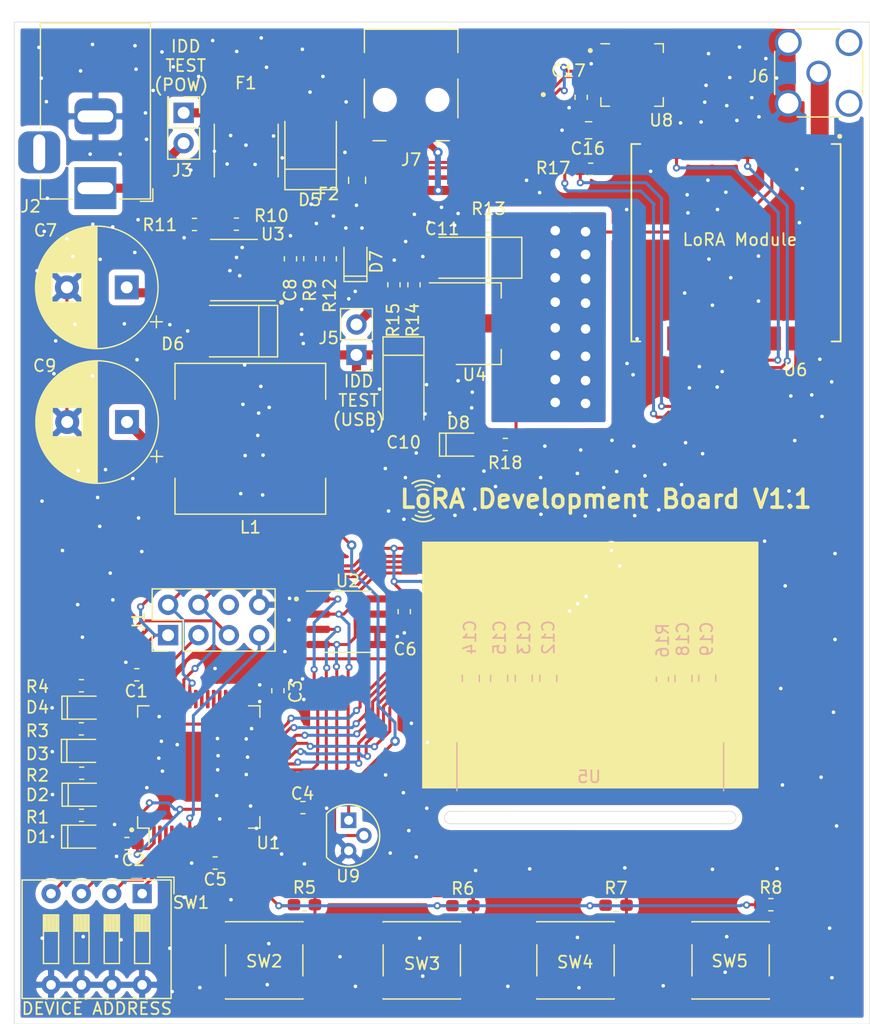
<source format=kicad_pcb>
(kicad_pcb (version 20171130) (host pcbnew "(5.1.4)-1")
  (layers (0 F.Cu signal) (31 B.Cu signal) (34 B.Paste user) (35 F.Paste user) (36 B.SilkS user) (37 F.SilkS user) (38 B.Mask user) (39 F.Mask user) (44 Edge.Cuts user))
  (net 0 "")
  (net 1 VBUS)
  (net 2 +3V3)
  (net 3 "Net-(C7-Pad1)")
  (net 4 "Net-(C8-Pad1)")
  (net 5 "Net-(C14-Pad1)")
  (net 6 "Net-(C14-Pad2)")
  (net 7 "Net-(C15-Pad2)")
  (net 8 "Net-(C15-Pad1)")
  (net 9 "Net-(C17-Pad2)")
  (net 10 "Net-(D1-Pad2)")
  (net 11 "Net-(D2-Pad2)")
  (net 12 "Net-(D3-Pad2)")
  (net 13 "Net-(D4-Pad2)")
  (net 14 "Net-(D6-Pad1)")
  (net 15 "Net-(D7-Pad2)")
  (net 16 "Net-(F1-Pad2)")
  (net 17 SWDIO)
  (net 18 SWCLK)
  (net 19 "Net-(J1-Pad6)")
  (net 20 RESET)
  (net 21 "Net-(J2-Pad1)")
  (net 22 "Net-(J6-Pad1)")
  (net 23 "Net-(J7-Pad2)")
  (net 24 "Net-(J7-Pad3)")
  (net 25 "Net-(J7-Pad4)")
  (net 26 "Net-(J7-Pad6)")
  (net 27 LED1)
  (net 28 LED2)
  (net 29 LED3)
  (net 30 LED4)
  (net 31 PB1)
  (net 32 PB2)
  (net 33 PB3)
  (net 34 PB4)
  (net 35 "Net-(R10-Pad2)")
  (net 36 "Net-(R10-Pad1)")
  (net 37 "Net-(R13-Pad2)")
  (net 38 "Net-(R14-Pad2)")
  (net 39 "Net-(R16-Pad1)")
  (net 40 "Net-(R17-Pad1)")
  (net 41 AF1_USART1_RX)
  (net 42 DIP1)
  (net 43 DIP2)
  (net 44 DIP3)
  (net 45 DIP4)
  (net 46 "Net-(U1-Pad6)")
  (net 47 "Net-(U1-Pad8)")
  (net 48 "Net-(U1-Pad9)")
  (net 49 "Net-(U1-Pad10)")
  (net 50 "Net-(U1-Pad11)")
  (net 51 "Net-(U1-Pad33)")
  (net 52 "Net-(U1-Pad34)")
  (net 53 "Net-(U1-Pad35)")
  (net 54 "Net-(U1-Pad36)")
  (net 55 "Net-(U1-Pad37)")
  (net 56 "Net-(U1-Pad38)")
  (net 57 "Net-(U1-Pad39)")
  (net 58 "Net-(U1-Pad40)")
  (net 59 "Net-(U1-Pad41)")
  (net 60 "Net-(U1-Pad44)")
  (net 61 "Net-(U1-Pad45)")
  (net 62 "Net-(U1-Pad50)")
  (net 63 "Net-(U1-Pad51)")
  (net 64 "Net-(U1-Pad52)")
  (net 65 "Net-(U1-Pad53)")
  (net 66 "Net-(U1-Pad54)")
  (net 67 "Net-(U1-Pad55)")
  (net 68 "Net-(U1-Pad56)")
  (net 69 "Net-(U1-Pad62)")
  (net 70 EEPROM_CS)
  (net 71 AF0_SPI1_SCK)
  (net 72 AF0_SPI1_MOSI)
  (net 73 AF0_SPI1_MISO)
  (net 74 "Net-(U2-Pad7)")
  (net 75 LORA_CS)
  (net 76 "Net-(U6-Pad11)")
  (net 77 "Net-(U6-Pad10)")
  (net 78 "Net-(U6-Pad8)")
  (net 79 LORA_ASK)
  (net 80 "Net-(U6-Pad6)")
  (net 81 "Net-(U6-Pad5)")
  (net 82 LORA_RESET)
  (net 83 "Net-(U8-Pad1)")
  (net 84 "Net-(U8-Pad2)")
  (net 85 "Net-(U8-Pad9)")
  (net 86 "Net-(U8-Pad10)")
  (net 87 "Net-(U8-Pad11)")
  (net 88 "Net-(U8-Pad12)")
  (net 89 "Net-(U8-Pad13)")
  (net 90 "Net-(U8-Pad14)")
  (net 91 "Net-(U8-Pad15)")
  (net 92 "Net-(U8-Pad16)")
  (net 93 "Net-(U8-Pad17)")
  (net 94 "Net-(U8-Pad18)")
  (net 95 "Net-(U8-Pad19)")
  (net 96 "Net-(U8-Pad20)")
  (net 97 "Net-(U8-Pad21)")
  (net 98 "Net-(U8-Pad22)")
  (net 99 "Net-(U8-Pad23)")
  (net 100 "Net-(U8-Pad24)")
  (net 101 AF1_USART1_TX)
  (net 102 "Net-(U8-Pad27)")
  (net 103 "Net-(U8-Pad28)")
  (net 104 "Net-(U5-Pad7)")
  (net 105 RES)
  (net 106 DC)
  (net 107 "Net-(U5-Pad20)")
  (net 108 "Net-(C18-Pad2)")
  (net 109 "Net-(C19-Pad2)")
  (net 110 GND)
  (net 111 "Net-(J2-Pad3)")
  (net 112 OLED_CS)
  (net 113 "Net-(D8-Pad2)")
  (net 114 TEMP_IN)
  (net 115 +5V)
  (net 116 "Net-(F2-Pad1)")
  (module Capacitor_SMD:C_0805_2012Metric (layer F.Cu) (at 130.0734 66.2432 270)
    (fp_text reference F2 (at 1.143 2.3876 180) (layer F.SilkS))
    (fp_text value Fuse_Small)
    (pad 2 smd roundrect (at 0.9375 0 270) (size 0.975 1.4) (layers F.Cu F.Paste F.Mask) (net 110 GND))
    (pad 1 smd roundrect (at -0.9375 0 270) (size 0.975 1.4) (layers F.Cu F.Paste F.Mask) (net 116 "Net-(F2-Pad1)"))
  )
  (module Package_TO_SOT_THT:TO-92 (layer F.Cu) (at 129.36728 119.7229 270)
    (fp_text reference U9 (at 4.65836 0.04064 180) (layer F.SilkS))
    (fp_text value LM35-LP)
    (pad 1 thru_hole rect (at 0 0) (size 1.3 1.3) (drill 0.75) (layers *.Cu *.Mask) (net 115 +5V))
    (pad 3 thru_hole circle (at 2.54 0) (size 1.3 1.3) (drill 0.75) (layers *.Cu *.Mask) (net 110 GND))
    (pad 2 thru_hole circle (at 1.27 -1.27) (size 1.3 1.3) (drill 0.75) (layers *.Cu *.Mask) (net 114 TEMP_IN))
  )
  (module Resistor_SMD:R_0603_1608Metric_Pad1.05x0.95mm_HandSolder (layer F.Cu) (at 142.4673 88.31834 180)
    (fp_text reference R18 (at 0.00886 -1.52908) (layer F.SilkS))
    (fp_text value R_330R)
    (pad 2 smd roundrect (at 0.875 0 180) (size 1.05 0.95) (layers F.Cu F.Paste F.Mask) (net 113 "Net-(D8-Pad2)"))
    (pad 1 smd roundrect (at -0.875 0 180) (size 1.05 0.95) (layers F.Cu F.Paste F.Mask) (net 2 +3V3))
  )
  (module LED_SMD:LED_0805_2012Metric_Pad1.15x1.40mm_HandSolder (layer F.Cu) (at 138.8237 88.33104)
    (fp_text reference D8 (at -0.27686 -1.81864) (layer F.SilkS))
    (fp_text value D_LED_R)
    (pad 2 smd roundrect (at 1.025 0) (size 1.15 1.4) (layers F.Cu F.Paste F.Mask) (roundrect_rratio 0.217391) (net 113 "Net-(D8-Pad2)"))
    (pad 1 smd roundrect (at -1.025 0) (size 1.15 1.4) (layers F.Cu F.Paste F.Mask) (roundrect_rratio 0.217391) (net 110 GND))
  )
  (module Package_TO_SOT_SMD:SOT-223-3_TabPin2 (layer F.Cu) (at 140.21562 78.22184)
    (fp_text reference U4 (at -0.3175 4.2672) (layer F.SilkS))
    (fp_text value IC_LM1117MPX-ADJ)
    (pad 1 smd rect (at -3.15 -2.3) (size 2 1.5) (layers F.Cu F.Paste F.Mask) (net 37 "Net-(R13-Pad2)"))
    (pad 3 smd rect (at -3.15 2.3) (size 2 1.5) (layers F.Cu F.Paste F.Mask) (net 115 +5V))
    (pad 2 smd rect (at -3.15 0) (size 2 1.5) (layers F.Cu F.Paste F.Mask) (net 2 +3V3))
    (pad 2 smd rect (at 3.15 0) (size 2 3.8) (layers F.Cu F.Paste F.Mask) (net 2 +3V3))
  )
  (module LoRA:0.96_OLED (layer B.Cu) (at 139.4206 112.4966)
    (fp_text reference U5 (at 10.05078 3.58902) (layer B.SilkS) (effects (justify mirror)))
    (fp_text value 0.96_OLED_128X64)
    (pad 1 smd rect (at 0 0) (size 0.42 4) (layers B.Cu B.Paste B.Mask) (net 110 GND))
    (pad 2 smd rect (at 0.7 0) (size 0.42 4) (layers B.Cu B.Paste B.Mask) (net 5 "Net-(C14-Pad1)"))
    (pad 3 smd rect (at 1.4 0) (size 0.42 4) (layers B.Cu B.Paste B.Mask) (net 6 "Net-(C14-Pad2)"))
    (pad 4 smd rect (at 2.1 0 180) (size 0.42 4) (layers B.Cu B.Paste B.Mask) (net 8 "Net-(C15-Pad1)"))
    (pad 5 smd rect (at 2.8 0) (size 0.42 4) (layers B.Cu B.Paste B.Mask) (net 7 "Net-(C15-Pad2)"))
    (pad 6 smd rect (at 3.5 0) (size 0.42 4) (layers B.Cu B.Paste B.Mask) (net 2 +3V3))
    (pad 7 smd rect (at 4.2 0) (size 0.42 4) (layers B.Cu B.Paste B.Mask) (net 104 "Net-(U5-Pad7)"))
    (pad 8 smd rect (at 4.9 0) (size 0.42 4) (layers B.Cu B.Paste B.Mask) (net 110 GND))
    (pad 9 smd rect (at 5.6 0 180) (size 0.42 4) (layers B.Cu B.Paste B.Mask) (net 2 +3V3))
    (pad 10 smd rect (at 6.3 0) (size 0.42 4) (layers B.Cu B.Paste B.Mask) (net 110 GND))
    (pad 11 smd rect (at 7 0) (size 0.42 4) (layers B.Cu B.Paste B.Mask) (net 110 GND))
    (pad 12 smd rect (at 7.7 0) (size 0.42 4) (layers B.Cu B.Paste B.Mask) (net 110 GND))
    (pad 13 smd rect (at 8.4 0) (size 0.42 4) (layers B.Cu B.Paste B.Mask) (net 112 OLED_CS))
    (pad 14 smd rect (at 9.1 0) (size 0.42 4) (layers B.Cu B.Paste B.Mask) (net 105 RES))
    (pad 15 smd rect (at 9.8 0 180) (size 0.42 4) (layers B.Cu B.Paste B.Mask) (net 106 DC))
    (pad 16 smd rect (at 10.5 0) (size 0.42 4) (layers B.Cu B.Paste B.Mask) (net 110 GND))
    (pad 17 smd rect (at 11.2 0 180) (size 0.42 4) (layers B.Cu B.Paste B.Mask) (net 110 GND))
    (pad 18 smd rect (at 11.9 0) (size 0.42 4) (layers B.Cu B.Paste B.Mask) (net 71 AF0_SPI1_SCK))
    (pad 19 smd rect (at 12.6 0) (size 0.42 4) (layers B.Cu B.Paste B.Mask) (net 72 AF0_SPI1_MOSI))
    (pad 20 smd rect (at 13.3 0) (size 0.42 4) (layers B.Cu B.Paste B.Mask) (net 107 "Net-(U5-Pad20)"))
    (pad 21 smd rect (at 14 0) (size 0.42 4) (layers B.Cu B.Paste B.Mask) (net 110 GND))
    (pad 22 smd rect (at 14.7 0) (size 0.42 4) (layers B.Cu B.Paste B.Mask) (net 110 GND))
    (pad 23 smd rect (at 15.4 0) (size 0.42 4) (layers B.Cu B.Paste B.Mask) (net 110 GND))
    (pad 24 smd rect (at 16.1 0) (size 0.42 4) (layers B.Cu B.Paste B.Mask) (net 110 GND))
    (pad 25 smd rect (at 16.8 0) (size 0.42 4) (layers B.Cu B.Paste B.Mask) (net 110 GND))
    (pad 26 smd rect (at 17.5 0) (size 0.42 4) (layers B.Cu B.Paste B.Mask) (net 39 "Net-(R16-Pad1)"))
    (pad 27 smd rect (at 18.2 0) (size 0.42 4) (layers B.Cu B.Paste B.Mask) (net 108 "Net-(C18-Pad2)"))
    (pad 28 smd rect (at 18.9 0) (size 0.42 4) (layers B.Cu B.Paste B.Mask) (net 109 "Net-(C19-Pad2)"))
    (pad 29 smd rect (at 19.6 0) (size 0.42 4) (layers B.Cu B.Paste B.Mask) (net 110 GND))
    (pad 30 smd rect (at 20.3 0) (size 0.42 4) (layers B.Cu B.Paste B.Mask) (net 110 GND))
  )
  (module Connector_PinHeader_2.54mm:PinHeader_1x02_P2.54mm_Vertical (layer F.Cu) (at 130.02006 80.83296 180)
    (fp_text reference J5 (at 2.3241 1.41224) (layer F.SilkS))
    (fp_text value Conn_01x02_Male)
    (pad 2 thru_hole oval (at 0 2.54 180) (size 1.7 1.7) (drill 1) (layers *.Cu *.Mask) (net 1 VBUS))
    (pad 1 thru_hole rect (at 0 0 180) (size 1.7 1.7) (drill 1) (layers *.Cu *.Mask) (net 115 +5V))
  )
  (module Package_SO:SOIC-8_3.9x4.9mm_P1.27mm (layer F.Cu) (at 129.29108 103.12654)
    (fp_text reference U2 (at 0 -3.4) (layer F.SilkS))
    (fp_text value IC_AT93C46)
    (pad 1 smd roundrect (at -2.475 -1.905) (size 1.95 0.6) (layers F.Cu F.Paste F.Mask) (net 70 EEPROM_CS))
    (pad 2 smd roundrect (at -2.475 -0.635) (size 1.95 0.6) (layers F.Cu F.Paste F.Mask) (net 71 AF0_SPI1_SCK))
    (pad 3 smd roundrect (at -2.475 0.635) (size 1.95 0.6) (layers F.Cu F.Paste F.Mask) (net 72 AF0_SPI1_MOSI))
    (pad 4 smd roundrect (at -2.475 1.905) (size 1.95 0.6) (layers F.Cu F.Paste F.Mask) (net 73 AF0_SPI1_MISO))
    (pad 5 smd roundrect (at 2.475 1.905) (size 1.95 0.6) (layers F.Cu F.Paste F.Mask) (net 110 GND))
    (pad 6 smd roundrect (at 2.475 0.635) (size 1.95 0.6) (layers F.Cu F.Paste F.Mask) (net 110 GND))
    (pad 7 smd roundrect (at 2.475 -0.635) (size 1.95 0.6) (layers F.Cu F.Paste F.Mask) (net 74 "Net-(U2-Pad7)"))
    (pad 8 smd roundrect (at 2.475 -1.905) (size 1.95 0.6) (layers F.Cu F.Paste F.Mask) (net 2 +3V3))
  )
  (module Resistor_SMD:R_0603_1608Metric_Pad1.05x0.95mm_HandSolder (layer F.Cu) (at 149.61108 65.32118 180)
    (fp_text reference R17 (at 3.1496 0.1016) (layer F.SilkS))
    (fp_text value R_470R)
    (pad 2 smd roundrect (at 0.875 0 180) (size 1.05 0.95) (layers F.Cu F.Paste F.Mask) (net 41 AF1_USART1_RX))
    (pad 1 smd roundrect (at -0.875 0 180) (size 1.05 0.95) (layers F.Cu F.Paste F.Mask) (net 40 "Net-(R17-Pad1)"))
  )
  (module Package_DFN_QFN:QFN-28-1EP_5x5mm_P0.5mm_EP3.35x3.35mm (layer F.Cu) (at 153.06802 57.4421)
    (fp_text reference U8 (at 2.4384 3.7846) (layer F.SilkS))
    (fp_text value CP2102N-A01-GQFN28)
    (pad 29 smd roundrect (at 0 0) (size 3.35 3.35) (layers F.Cu F.Mask) (roundrect_rratio 0.074627) (net 110 GND))
    (pad 1 smd roundrect (at -2.45 -1.5) (size 0.8 0.25) (layers F.Cu F.Paste F.Mask) (net 83 "Net-(U8-Pad1)"))
    (pad 2 smd roundrect (at -2.45 -1) (size 0.8 0.25) (layers F.Cu F.Paste F.Mask) (net 84 "Net-(U8-Pad2)"))
    (pad 3 smd roundrect (at -2.45 -0.5) (size 0.8 0.25) (layers F.Cu F.Paste F.Mask) (net 110 GND))
    (pad 4 smd roundrect (at -2.45 0) (size 0.8 0.25) (layers F.Cu F.Paste F.Mask) (net 24 "Net-(J7-Pad3)"))
    (pad 5 smd roundrect (at -2.45 0.5) (size 0.8 0.25) (layers F.Cu F.Paste F.Mask) (net 23 "Net-(J7-Pad2)"))
    (pad 6 smd roundrect (at -2.45 1) (size 0.8 0.25) (layers F.Cu F.Paste F.Mask) (net 9 "Net-(C17-Pad2)"))
    (pad 7 smd roundrect (at -2.45 1.5) (size 0.8 0.25) (layers F.Cu F.Paste F.Mask) (net 1 VBUS))
    (pad 8 smd roundrect (at -1.5 2.45) (size 0.25 0.8) (layers F.Cu F.Paste F.Mask) (net 1 VBUS))
    (pad 9 smd roundrect (at -1 2.45) (size 0.25 0.8) (layers F.Cu F.Paste F.Mask) (net 85 "Net-(U8-Pad9)"))
    (pad 10 smd roundrect (at -0.5 2.45) (size 0.25 0.8) (layers F.Cu F.Paste F.Mask) (net 86 "Net-(U8-Pad10)"))
    (pad 11 smd roundrect (at 0 2.45) (size 0.25 0.8) (layers F.Cu F.Paste F.Mask) (net 87 "Net-(U8-Pad11)"))
    (pad 12 smd roundrect (at 0.5 2.45) (size 0.25 0.8) (layers F.Cu F.Paste F.Mask) (net 88 "Net-(U8-Pad12)"))
    (pad 13 smd roundrect (at 1 2.45) (size 0.25 0.8) (layers F.Cu F.Paste F.Mask) (net 89 "Net-(U8-Pad13)"))
    (pad 14 smd roundrect (at 1.5 2.45) (size 0.25 0.8) (layers F.Cu F.Paste F.Mask) (net 90 "Net-(U8-Pad14)"))
    (pad 15 smd roundrect (at 2.45 1.5) (size 0.8 0.25) (layers F.Cu F.Paste F.Mask) (net 91 "Net-(U8-Pad15)"))
    (pad 16 smd roundrect (at 2.45 1) (size 0.8 0.25) (layers F.Cu F.Paste F.Mask) (net 92 "Net-(U8-Pad16)"))
    (pad 17 smd roundrect (at 2.45 0.5) (size 0.8 0.25) (layers F.Cu F.Paste F.Mask) (net 93 "Net-(U8-Pad17)"))
    (pad 18 smd roundrect (at 2.45 0) (size 0.8 0.25) (layers F.Cu F.Paste F.Mask) (net 94 "Net-(U8-Pad18)"))
    (pad 19 smd roundrect (at 2.45 -0.5) (size 0.8 0.25) (layers F.Cu F.Paste F.Mask) (net 95 "Net-(U8-Pad19)"))
    (pad 20 smd roundrect (at 2.45 -1) (size 0.8 0.25) (layers F.Cu F.Paste F.Mask) (net 96 "Net-(U8-Pad20)"))
    (pad 21 smd roundrect (at 2.45 -1.5) (size 0.8 0.25) (layers F.Cu F.Paste F.Mask) (net 97 "Net-(U8-Pad21)"))
    (pad 22 smd roundrect (at 1.5 -2.45) (size 0.25 0.8) (layers F.Cu F.Paste F.Mask) (net 98 "Net-(U8-Pad22)"))
    (pad 23 smd roundrect (at 1 -2.45) (size 0.25 0.8) (layers F.Cu F.Paste F.Mask) (net 99 "Net-(U8-Pad23)"))
    (pad 24 smd roundrect (at 0.5 -2.45) (size 0.25 0.8) (layers F.Cu F.Paste F.Mask) (net 100 "Net-(U8-Pad24)"))
    (pad 25 smd roundrect (at 0 -2.45) (size 0.25 0.8) (layers F.Cu F.Paste F.Mask) (net 101 AF1_USART1_TX))
    (pad 26 smd roundrect (at -0.5 -2.45) (size 0.25 0.8) (layers F.Cu F.Paste F.Mask) (net 40 "Net-(R17-Pad1)"))
    (pad 27 smd roundrect (at -1 -2.45) (size 0.25 0.8) (layers F.Cu F.Paste F.Mask) (net 102 "Net-(U8-Pad27)"))
    (pad 28 smd roundrect (at -1.5 -2.45) (size 0.25 0.8) (layers F.Cu F.Paste F.Mask) (net 103 "Net-(U8-Pad28)"))
  )
  (module Capacitor_SMD:C_0603_1608Metric_Pad1.05x0.95mm_HandSolder (layer F.Cu) (at 148.80844 59.30138 90)
    (fp_text reference C17 (at 2.21488 -1.06934 180) (layer F.SilkS))
    (fp_text value C_100nF)
    (pad 2 smd roundrect (at 0.875 0 90) (size 1.05 0.95) (layers F.Cu F.Paste F.Mask) (net 9 "Net-(C17-Pad2)"))
    (pad 1 smd roundrect (at -0.875 0 90) (size 1.05 0.95) (layers F.Cu F.Paste F.Mask) (net 110 GND))
  )
  (module Connector_USB:USB_Mini-B_Lumberg_2486_01_Horizontal (layer F.Cu) (at 134.59206 59.52236 180)
    (fp_text reference J7 (at 0 -5) (layer F.SilkS))
    (fp_text value USB_B_Mini)
    (pad 1 smd rect (at -1.6 -2.7 180) (size 0.5 2) (layers F.Cu F.Paste F.Mask) (net 1 VBUS))
    (pad 2 smd rect (at -0.8 -2.7 180) (size 0.5 2) (layers F.Cu F.Paste F.Mask) (net 23 "Net-(J7-Pad2)"))
    (pad 3 smd rect (at 0 -2.7 180) (size 0.5 2) (layers F.Cu F.Paste F.Mask) (net 24 "Net-(J7-Pad3)"))
    (pad 4 smd rect (at 0.8 -2.7 180) (size 0.5 2) (layers F.Cu F.Paste F.Mask) (net 25 "Net-(J7-Pad4)"))
    (pad 5 smd rect (at 1.6 -2.7 180) (size 0.5 2) (layers F.Cu F.Paste F.Mask) (net 116 "Net-(F2-Pad1)"))
    (pad 6 smd rect (at -4.45 -2.6 180) (size 2 1.7) (layers F.Cu F.Paste F.Mask) (net 26 "Net-(J7-Pad6)"))
    (pad 6 smd rect (at -4.45 2.85 180) (size 2 1.7) (layers F.Cu F.Paste F.Mask) (net 26 "Net-(J7-Pad6)"))
    (pad 6 smd rect (at 4.45 -2.6 180) (size 2 1.7) (layers F.Cu F.Paste F.Mask) (net 26 "Net-(J7-Pad6)"))
    (pad 6 smd rect (at 4.45 2.85 180) (size 2 1.7) (layers F.Cu F.Paste F.Mask) (net 26 "Net-(J7-Pad6)"))
    (pad "" np_thru_hole circle (at -2.2 0 180) (size 1 1) (drill 1) (layers *.Cu *.Mask))
    (pad "" np_thru_hole circle (at 2.2 0 180) (size 1 1) (drill 1) (layers *.Cu *.Mask))
  )
  (module Capacitor_SMD:C_0805_2012Metric_Pad1.15x1.40mm_HandSolder (layer F.Cu) (at 149.43074 62.05982)
    (fp_text reference C16 (at -0.06858 1.52908) (layer F.SilkS))
    (fp_text value C_1uF)
    (pad 2 smd roundrect (at 1.025 0) (size 1.15 1.4) (layers F.Cu F.Paste F.Mask) (roundrect_rratio 0.217391) (net 1 VBUS))
    (pad 1 smd roundrect (at -1.025 0) (size 1.15 1.4) (layers F.Cu F.Paste F.Mask) (roundrect_rratio 0.217391) (net 110 GND))
  )
  (module Connector_PinHeader_2.54mm:PinHeader_2x04_P2.54mm_Vertical (layer F.Cu) (at 114.26952 104.25176 90)
    (fp_text reference J1 (at 1.143 -2.4638 90) (layer F.SilkS))
    (fp_text value CONN_PGM)
    (pad 1 thru_hole rect (at 0 0 90) (size 1.7 1.7) (drill 1) (layers *.Cu *.Mask) (net 2 +3V3))
    (pad 2 thru_hole oval (at 2.54 0 90) (size 1.7 1.7) (drill 1) (layers *.Cu *.Mask) (net 101 AF1_USART1_TX))
    (pad 3 thru_hole oval (at 0 2.54 90) (size 1.7 1.7) (drill 1) (layers *.Cu *.Mask) (net 17 SWDIO))
    (pad 4 thru_hole oval (at 2.54 2.54 90) (size 1.7 1.7) (drill 1) (layers *.Cu *.Mask) (net 41 AF1_USART1_RX))
    (pad 5 thru_hole oval (at 0 5.08 90) (size 1.7 1.7) (drill 1) (layers *.Cu *.Mask) (net 18 SWCLK))
    (pad 6 thru_hole oval (at 2.54 5.08 90) (size 1.7 1.7) (drill 1) (layers *.Cu *.Mask) (net 19 "Net-(J1-Pad6)"))
    (pad 7 thru_hole oval (at 0 7.62 90) (size 1.7 1.7) (drill 1) (layers *.Cu *.Mask) (net 20 RESET))
    (pad 8 thru_hole oval (at 2.54 7.62 90) (size 1.7 1.7) (drill 1) (layers *.Cu *.Mask) (net 110 GND))
  )
  (module Connector_BarrelJack:BarrelJack_Horizontal (layer F.Cu) (at 108.19384 66.90106 270)
    (fp_text reference J2 (at 1.51638 5.41782 180) (layer F.SilkS))
    (fp_text value Barrel_Jack_Switch)
    (pad 3 thru_hole roundrect (at -3 4.7 270) (size 3.5 3.5) (drill oval 3 1) (layers *.Cu *.Mask) (net 111 "Net-(J2-Pad3)"))
    (pad 2 thru_hole roundrect (at -6 0 270) (size 3 3.5) (drill oval 1 3) (layers *.Cu *.Mask) (net 110 GND))
    (pad 1 thru_hole rect (at 0 0 270) (size 3.5 3.5) (drill oval 1 3) (layers *.Cu *.Mask) (net 21 "Net-(J2-Pad1)"))
  )
  (module Capacitor_SMD:C_0603_1608Metric_Pad1.05x0.95mm_HandSolder (layer F.Cu) (at 111.65462 107.56138 180)
    (fp_text reference C1 (at 0.0508 -1.3716) (layer F.SilkS))
    (fp_text value C_100nF)
    (pad 1 smd roundrect (at -0.875 0 180) (size 1.05 0.95) (layers F.Cu F.Paste F.Mask) (net 2 +3V3))
    (pad 2 smd roundrect (at 0.875 0 180) (size 1.05 0.95) (layers F.Cu F.Paste F.Mask) (net 110 GND))
  )
  (module Capacitor_SMD:C_0603_1608Metric_Pad1.05x0.95mm_HandSolder (layer F.Cu) (at 110.83036 121.666 180)
    (fp_text reference C2 (at -0.52578 -1.3589) (layer F.SilkS))
    (fp_text value C_100nF)
    (pad 1 smd roundrect (at -0.875 0 180) (size 1.05 0.95) (layers F.Cu F.Paste F.Mask) (net 2 +3V3))
    (pad 2 smd roundrect (at 0.875 0 180) (size 1.05 0.95) (layers F.Cu F.Paste F.Mask) (net 110 GND))
  )
  (module Capacitor_SMD:C_0603_1608Metric_Pad1.05x0.95mm_HandSolder (layer F.Cu) (at 123.45162 108.89234 90)
    (fp_text reference C3 (at -0.0762 1.4732 90) (layer F.SilkS))
    (fp_text value C_100nF)
    (pad 1 smd roundrect (at -0.875 0 90) (size 1.05 0.95) (layers F.Cu F.Paste F.Mask) (net 2 +3V3))
    (pad 2 smd roundrect (at 0.875 0 90) (size 1.05 0.95) (layers F.Cu F.Paste F.Mask) (net 110 GND))
  )
  (module Capacitor_SMD:C_0603_1608Metric_Pad1.05x0.95mm_HandSolder (layer F.Cu) (at 125.54966 118.66118)
    (fp_text reference C4 (at -0.04826 -1.1684) (layer F.SilkS))
    (fp_text value C_100nF)
    (pad 1 smd roundrect (at -0.875 0) (size 1.05 0.95) (layers F.Cu F.Paste F.Mask) (net 2 +3V3))
    (pad 2 smd roundrect (at 0.875 0) (size 1.05 0.95) (layers F.Cu F.Paste F.Mask) (net 110 GND))
  )
  (module Capacitor_SMD:C_0603_1608Metric_Pad1.05x0.95mm_HandSolder (layer F.Cu) (at 118.20652 123.2916 180)
    (fp_text reference C5 (at 0 -1.3716) (layer F.SilkS))
    (fp_text value C_100nF)
    (pad 1 smd roundrect (at -0.875 0 180) (size 1.05 0.95) (layers F.Cu F.Paste F.Mask) (net 2 +3V3))
    (pad 2 smd roundrect (at 0.875 0 180) (size 1.05 0.95) (layers F.Cu F.Paste F.Mask) (net 110 GND))
  )
  (module Capacitor_SMD:C_0603_1608Metric_Pad1.05x0.95mm_HandSolder (layer F.Cu) (at 134.01548 102.28326 270)
    (fp_text reference C6 (at 3.1369 -0.07112 180) (layer F.SilkS))
    (fp_text value C_100nF)
    (pad 2 smd roundrect (at 0.875 0 270) (size 1.05 0.95) (layers F.Cu F.Paste F.Mask) (net 110 GND))
    (pad 1 smd roundrect (at -0.875 0 270) (size 1.05 0.95) (layers F.Cu F.Paste F.Mask) (net 2 +3V3))
  )
  (module Capacitor_THT:CP_Radial_D10.0mm_P5.00mm (layer F.Cu) (at 110.81004 75.18908 180)
    (fp_text reference C7 (at 6.79704 4.75488) (layer F.SilkS))
    (fp_text value C_330uF/35V)
    (pad 2 thru_hole circle (at 5 0 180) (size 2 2) (drill 1) (layers *.Cu *.Mask) (net 110 GND))
    (pad 1 thru_hole rect (at 0 0 180) (size 2 2) (drill 1) (layers *.Cu *.Mask) (net 3 "Net-(C7-Pad1)"))
  )
  (module Capacitor_SMD:C_0603_1608Metric_Pad1.05x0.95mm_HandSolder (layer F.Cu) (at 124.50064 72.80148 90)
    (fp_text reference C8 (at -2.6162 -0.0254 90) (layer F.SilkS))
    (fp_text value C_470pF)
    (pad 2 smd roundrect (at 0.875 0 90) (size 1.05 0.95) (layers F.Cu F.Paste F.Mask) (net 110 GND))
    (pad 1 smd roundrect (at -0.875 0 90) (size 1.05 0.95) (layers F.Cu F.Paste F.Mask) (net 4 "Net-(C8-Pad1)"))
  )
  (module Capacitor_THT:CP_Radial_D10.0mm_P5.00mm (layer F.Cu) (at 110.83544 86.44128 180)
    (fp_text reference C9 (at 6.88848 4.70662) (layer F.SilkS))
    (fp_text value C_1000uF/10V)
    (pad 2 thru_hole circle (at 5 0 180) (size 2 2) (drill 1) (layers *.Cu *.Mask) (net 110 GND))
    (pad 1 thru_hole rect (at 0 0 180) (size 2 2) (drill 1) (layers *.Cu *.Mask) (net 115 +5V))
  )
  (module Capacitor_Tantalum_SMD:CP_EIA-6032-28_Kemet-C_Pad2.25x2.35mm_HandSolder (layer F.Cu) (at 133.95198 83.2612 270)
    (fp_text reference C10 (at 4.87934 -0.0127 180) (layer F.SilkS))
    (fp_text value C_10uF/16V)
    (pad 2 smd roundrect (at 2.55 0 270) (size 2.25 2.35) (layers F.Cu F.Paste F.Mask) (roundrect_rratio 0.111111) (net 110 GND))
    (pad 1 smd roundrect (at -2.55 0 270) (size 2.25 2.35) (layers F.Cu F.Paste F.Mask) (roundrect_rratio 0.111111) (net 115 +5V))
  )
  (module Capacitor_Tantalum_SMD:CP_EIA-6032-28_Kemet-C_Pad2.25x2.35mm_HandSolder (layer F.Cu) (at 139.91082 72.71004 180)
    (fp_text reference C11 (at 2.72034 2.40792) (layer F.SilkS))
    (fp_text value C_10uF/16V)
    (pad 2 smd roundrect (at 2.55 0 180) (size 2.25 2.35) (layers F.Cu F.Paste F.Mask) (roundrect_rratio 0.111111) (net 110 GND))
    (pad 1 smd roundrect (at -2.55 0 180) (size 2.25 2.35) (layers F.Cu F.Paste F.Mask) (roundrect_rratio 0.111111) (net 2 +3V3))
  )
  (module Capacitor_SMD:C_0805_2012Metric_Pad1.15x1.40mm_HandSolder (layer B.Cu) (at 146.06016 107.85094 270)
    (fp_text reference C12 (at -3.41122 -0.00762 270) (layer B.SilkS) (effects (justify mirror)))
    (fp_text value C_1uF)
    (pad 2 smd roundrect (at 1.025 0 270) (size 1.15 1.4) (layers B.Cu B.Paste B.Mask) (roundrect_rratio 0.217391) (net 2 +3V3))
    (pad 1 smd roundrect (at -1.025 0 270) (size 1.15 1.4) (layers B.Cu B.Paste B.Mask) (roundrect_rratio 0.217391) (net 110 GND))
  )
  (module Capacitor_SMD:C_0805_2012Metric_Pad1.15x1.40mm_HandSolder (layer B.Cu) (at 144.0053 107.85094 270)
    (fp_text reference C13 (at -3.39598 -0.03302 270) (layer B.SilkS) (effects (justify mirror)))
    (fp_text value C_1uF)
    (pad 2 smd roundrect (at 1.025 0 270) (size 1.15 1.4) (layers B.Cu B.Paste B.Mask) (roundrect_rratio 0.217391) (net 2 +3V3))
    (pad 1 smd roundrect (at -1.025 0 270) (size 1.15 1.4) (layers B.Cu B.Paste B.Mask) (roundrect_rratio 0.217391) (net 110 GND))
  )
  (module Capacitor_SMD:C_0805_2012Metric_Pad1.15x1.40mm_HandSolder (layer B.Cu) (at 139.58062 107.85972 270)
    (fp_text reference C14 (at -3.43524 0.07112 270) (layer B.SilkS) (effects (justify mirror)))
    (fp_text value C_1uF)
    (pad 2 smd roundrect (at 1.025 0 270) (size 1.15 1.4) (layers B.Cu B.Paste B.Mask) (roundrect_rratio 0.217391) (net 6 "Net-(C14-Pad2)"))
    (pad 1 smd roundrect (at -1.025 0 270) (size 1.15 1.4) (layers B.Cu B.Paste B.Mask) (roundrect_rratio 0.217391) (net 5 "Net-(C14-Pad1)"))
  )
  (module Capacitor_SMD:C_0805_2012Metric_Pad1.15x1.40mm_HandSolder (layer B.Cu) (at 141.95044 107.8574 270)
    (fp_text reference C15 (at -3.40244 -0.04064 270) (layer B.SilkS) (effects (justify mirror)))
    (fp_text value C_1uF)
    (pad 2 smd roundrect (at 1.025 0 270) (size 1.15 1.4) (layers B.Cu B.Paste B.Mask) (roundrect_rratio 0.217391) (net 7 "Net-(C15-Pad2)"))
    (pad 1 smd roundrect (at -1.025 0 270) (size 1.15 1.4) (layers B.Cu B.Paste B.Mask) (roundrect_rratio 0.217391) (net 8 "Net-(C15-Pad1)"))
  )
  (module Capacitor_SMD:C_0805_2012Metric_Pad1.15x1.40mm_HandSolder (layer B.Cu) (at 157.36316 107.86872 270)
    (fp_text reference C18 (at -3.29184 0.04572 270) (layer B.SilkS) (effects (justify mirror)))
    (fp_text value C_2U2F2)
    (pad 2 smd roundrect (at 1.025 0 270) (size 1.15 1.4) (layers B.Cu B.Paste B.Mask) (roundrect_rratio 0.217391) (net 108 "Net-(C18-Pad2)"))
    (pad 1 smd roundrect (at -1.025 0 270) (size 1.15 1.4) (layers B.Cu B.Paste B.Mask) (roundrect_rratio 0.217391) (net 110 GND))
  )
  (module Capacitor_SMD:C_0805_2012Metric_Pad1.15x1.40mm_HandSolder (layer B.Cu) (at 159.35198 107.8357 270)
    (fp_text reference C19 (at -3.27152 0.04572 270) (layer B.SilkS) (effects (justify mirror)))
    (fp_text value C_2U2F2)
    (pad 2 smd roundrect (at 1.025 0 270) (size 1.15 1.4) (layers B.Cu B.Paste B.Mask) (roundrect_rratio 0.217391) (net 109 "Net-(C19-Pad2)"))
    (pad 1 smd roundrect (at -1.025 0 270) (size 1.15 1.4) (layers B.Cu B.Paste B.Mask) (roundrect_rratio 0.217391) (net 110 GND))
  )
  (module LED_SMD:LED_0805_2012Metric_Pad1.15x1.40mm_HandSolder (layer F.Cu) (at 107.22864 121.08688)
    (fp_text reference D1 (at -3.8862 0.01016) (layer F.SilkS))
    (fp_text value D_LED_R)
    (pad 1 smd roundrect (at -1.025 0) (size 1.15 1.4) (layers F.Cu F.Paste F.Mask) (roundrect_rratio 0.217391) (net 110 GND))
    (pad 2 smd roundrect (at 1.025 0) (size 1.15 1.4) (layers F.Cu F.Paste F.Mask) (roundrect_rratio 0.217391) (net 10 "Net-(D1-Pad2)"))
  )
  (module LED_SMD:LED_0805_2012Metric_Pad1.15x1.40mm_HandSolder (layer F.Cu) (at 107.26674 117.58168)
    (fp_text reference D2 (at -3.9243 0.02286) (layer F.SilkS))
    (fp_text value D_LED_R)
    (pad 1 smd roundrect (at -1.025 0) (size 1.15 1.4) (layers F.Cu F.Paste F.Mask) (roundrect_rratio 0.217391) (net 110 GND))
    (pad 2 smd roundrect (at 1.025 0) (size 1.15 1.4) (layers F.Cu F.Paste F.Mask) (roundrect_rratio 0.217391) (net 11 "Net-(D2-Pad2)"))
  )
  (module LED_SMD:LED_0805_2012Metric_Pad1.15x1.40mm_HandSolder (layer F.Cu) (at 107.20832 113.919)
    (fp_text reference D3 (at -3.86588 0.25654) (layer F.SilkS))
    (fp_text value D_LED_R)
    (pad 1 smd roundrect (at -1.025 0) (size 1.15 1.4) (layers F.Cu F.Paste F.Mask) (roundrect_rratio 0.217391) (net 110 GND))
    (pad 2 smd roundrect (at 1.025 0) (size 1.15 1.4) (layers F.Cu F.Paste F.Mask) (roundrect_rratio 0.217391) (net 12 "Net-(D3-Pad2)"))
  )
  (module LED_SMD:LED_0805_2012Metric_Pad1.15x1.40mm_HandSolder (layer F.Cu) (at 107.2515 110.30712)
    (fp_text reference D4 (at -3.90906 -0.02286) (layer F.SilkS))
    (fp_text value D_LED_R)
    (pad 1 smd roundrect (at -1.025 0) (size 1.15 1.4) (layers F.Cu F.Paste F.Mask) (roundrect_rratio 0.217391) (net 110 GND))
    (pad 2 smd roundrect (at 1.025 0) (size 1.15 1.4) (layers F.Cu F.Paste F.Mask) (roundrect_rratio 0.217391) (net 13 "Net-(D4-Pad2)"))
  )
  (module Diode_SMD:D_SMB (layer F.Cu) (at 126.1872 63.4746 90)
    (fp_text reference D5 (at -4.39928 -0.07366) (layer F.SilkS))
    (fp_text value D_P6SMBJ26)
    (pad 2 smd rect (at 2.15 0 90) (size 2.5 2.3) (layers F.Cu F.Paste F.Mask) (net 110 GND))
    (pad 1 smd rect (at -2.15 0 90) (size 2.5 2.3) (layers F.Cu F.Paste F.Mask) (net 3 "Net-(C7-Pad1)"))
  )
  (module Diode_SMD:D_SMB (layer F.Cu) (at 119.87784 78.84668 180)
    (fp_text reference D6 (at 5.21208 -1.0668) (layer F.SilkS))
    (fp_text value D_SK14)
    (pad 2 smd rect (at 2.15 0 180) (size 2.5 2.3) (layers F.Cu F.Paste F.Mask) (net 110 GND))
    (pad 1 smd rect (at -2.15 0 180) (size 2.5 2.3) (layers F.Cu F.Paste F.Mask) (net 14 "Net-(D6-Pad1)"))
  )
  (module LED_SMD:LED_0805_2012Metric_Pad1.15x1.40mm_HandSolder (layer F.Cu) (at 129.93624 72.84328 90)
    (fp_text reference D7 (at -0.2122 1.74244 90) (layer F.SilkS))
    (fp_text value D_LED_R)
    (pad 2 smd roundrect (at 1.025 0 90) (size 1.15 1.4) (layers F.Cu F.Paste F.Mask) (roundrect_rratio 0.217391) (net 15 "Net-(D7-Pad2)"))
    (pad 1 smd roundrect (at -1.025 0 90) (size 1.15 1.4) (layers F.Cu F.Paste F.Mask) (roundrect_rratio 0.217391) (net 110 GND))
  )
  (module Fuse:Fuse_2920_7451Metric_Pad2.10x5.45mm_HandSolder (layer F.Cu) (at 120.8024 63.754 90)
    (fp_text reference F1 (at 5.63626 -0.03556 180) (layer F.SilkS))
    (fp_text value F_SMD2920P150TSA)
    (pad 2 smd roundrect (at 3.475 0 90) (size 2.1 5.45) (layers F.Cu F.Paste F.Mask) (roundrect_rratio 0.119048) (net 16 "Net-(F1-Pad2)"))
    (pad 1 smd roundrect (at -3.475 0 90) (size 2.1 5.45) (layers F.Cu F.Paste F.Mask) (roundrect_rratio 0.119048) (net 3 "Net-(C7-Pad1)"))
  )
  (module Connector_PinHeader_2.54mm:PinHeader_2x01_P2.54mm_Vertical (layer F.Cu) (at 115.57254 60.6044 270)
    (fp_text reference J3 (at 4.81076 0.127 180) (layer F.SilkS))
    (fp_text value CONN_CURRENT_MEASURE)
    (pad 2 thru_hole oval (at 2.54 0 270) (size 1.7 1.7) (drill 1) (layers *.Cu *.Mask) (net 21 "Net-(J2-Pad1)"))
    (pad 1 thru_hole rect (at 0 0 270) (size 1.7 1.7) (drill 1) (layers *.Cu *.Mask) (net 16 "Net-(F1-Pad2)"))
  )
  (module Connector_Coaxial:SMA_Amphenol_132134_Vertical (layer F.Cu) (at 168.66616 57.26938 270)
    (fp_text reference J6 (at 0.27432 5.0038 180) (layer F.SilkS))
    (fp_text value Conn_Coaxial)
    (pad 1 thru_hole circle (at 0 0 270) (size 2.05 2.05) (drill 1.5) (layers *.Cu *.Mask) (net 22 "Net-(J6-Pad1)"))
    (pad 2 thru_hole circle (at 2.54 2.54 270) (size 2.25 2.25) (drill 1.7) (layers *.Cu *.Mask) (net 110 GND))
    (pad 2 thru_hole circle (at 2.54 -2.54 270) (size 2.25 2.25) (drill 1.7) (layers *.Cu *.Mask) (net 110 GND))
    (pad 2 thru_hole circle (at -2.54 -2.54 270) (size 2.25 2.25) (drill 1.7) (layers *.Cu *.Mask) (net 110 GND))
    (pad 2 thru_hole circle (at -2.54 2.54 270) (size 2.25 2.25) (drill 1.7) (layers *.Cu *.Mask) (net 110 GND))
  )
  (module Inductor_SMD:L_12x12mm_H8mm (layer F.Cu) (at 121.14784 87.83828 180)
    (fp_text reference L1 (at 0 -7.4) (layer F.SilkS))
    (fp_text value L_220UH)
    (pad 1 smd rect (at -4.95 0 180) (size 4 12.5) (layers F.Cu F.Mask) (net 14 "Net-(D6-Pad1)"))
    (pad 2 smd rect (at 4.95 0 180) (size 4 12.5) (layers F.Cu F.Mask) (net 115 +5V))
  )
  (module Resistor_SMD:R_0603_1608Metric_Pad1.05x0.95mm_HandSolder (layer F.Cu) (at 107.03176 119.3038)
    (fp_text reference R1 (at -3.68932 0.16002) (layer F.SilkS))
    (fp_text value R_330R)
    (pad 1 smd roundrect (at -0.875 0) (size 1.05 0.95) (layers F.Cu F.Paste F.Mask) (net 10 "Net-(D1-Pad2)"))
    (pad 2 smd roundrect (at 0.875 0) (size 1.05 0.95) (layers F.Cu F.Paste F.Mask) (net 27 LED1))
  )
  (module Resistor_SMD:R_0603_1608Metric_Pad1.05x0.95mm_HandSolder (layer F.Cu) (at 107.0483 115.7859)
    (fp_text reference R2 (at -3.70586 0.18542) (layer F.SilkS))
    (fp_text value R_330R)
    (pad 1 smd roundrect (at -0.875 0) (size 1.05 0.95) (layers F.Cu F.Paste F.Mask) (net 11 "Net-(D2-Pad2)"))
    (pad 2 smd roundrect (at 0.875 0) (size 1.05 0.95) (layers F.Cu F.Paste F.Mask) (net 28 LED2))
  )
  (module Resistor_SMD:R_0603_1608Metric_Pad1.05x0.95mm_HandSolder (layer F.Cu) (at 107.01528 112.08004)
    (fp_text reference R3 (at -3.67284 0.16764) (layer F.SilkS))
    (fp_text value R_330R)
    (pad 1 smd roundrect (at -0.875 0) (size 1.05 0.95) (layers F.Cu F.Paste F.Mask) (net 12 "Net-(D3-Pad2)"))
    (pad 2 smd roundrect (at 0.875 0) (size 1.05 0.95) (layers F.Cu F.Paste F.Mask) (net 29 LED3))
  )
  (module Resistor_SMD:R_0603_1608Metric_Pad1.05x0.95mm_HandSolder (layer F.Cu) (at 107.02036 108.47578 180)
    (fp_text reference R4 (at 3.67792 -0.08382) (layer F.SilkS))
    (fp_text value R_330R)
    (pad 1 smd roundrect (at -0.875 0 180) (size 1.05 0.95) (layers F.Cu F.Paste F.Mask) (net 30 LED4))
    (pad 2 smd roundrect (at 0.875 0 180) (size 1.05 0.95) (layers F.Cu F.Paste F.Mask) (net 13 "Net-(D4-Pad2)"))
  )
  (module Resistor_SMD:R_0603_1608Metric_Pad1.05x0.95mm_HandSolder (layer F.Cu) (at 125.67158 126.77394)
    (fp_text reference R5 (at 0 -1.43) (layer F.SilkS))
    (fp_text value R_10K)
    (pad 1 smd roundrect (at -0.875 0) (size 1.05 0.95) (layers F.Cu F.Paste F.Mask) (net 2 +3V3))
    (pad 2 smd roundrect (at 0.875 0) (size 1.05 0.95) (layers F.Cu F.Paste F.Mask) (net 31 PB1))
  )
  (module Resistor_SMD:R_0603_1608Metric_Pad1.05x0.95mm_HandSolder (layer F.Cu) (at 138.91644 126.85522)
    (fp_text reference R6 (at 0 -1.43) (layer F.SilkS))
    (fp_text value R_10K)
    (pad 1 smd roundrect (at -0.875 0) (size 1.05 0.95) (layers F.Cu F.Paste F.Mask) (net 2 +3V3))
    (pad 2 smd roundrect (at 0.875 0) (size 1.05 0.95) (layers F.Cu F.Paste F.Mask) (net 32 PB2))
  )
  (module Resistor_SMD:R_0603_1608Metric_Pad1.05x0.95mm_HandSolder (layer F.Cu) (at 151.72436 126.81458)
    (fp_text reference R7 (at 0 -1.43) (layer F.SilkS))
    (fp_text value R_10K)
    (pad 1 smd roundrect (at -0.875 0) (size 1.05 0.95) (layers F.Cu F.Paste F.Mask) (net 2 +3V3))
    (pad 2 smd roundrect (at 0.875 0) (size 1.05 0.95) (layers F.Cu F.Paste F.Mask) (net 33 PB3))
  )
  (module Resistor_SMD:R_0603_1608Metric_Pad1.05x0.95mm_HandSolder (layer F.Cu) (at 164.67074 126.77394)
    (fp_text reference R8 (at 0 -1.43) (layer F.SilkS))
    (fp_text value R_10K)
    (pad 1 smd roundrect (at -0.875 0) (size 1.05 0.95) (layers F.Cu F.Paste F.Mask) (net 2 +3V3))
    (pad 2 smd roundrect (at 0.875 0) (size 1.05 0.95) (layers F.Cu F.Paste F.Mask) (net 34 PB4))
  )
  (module Resistor_SMD:R_0603_1608Metric_Pad1.05x0.95mm_HandSolder (layer F.Cu) (at 126.12624 72.79008 90)
    (fp_text reference R9 (at -2.6276 0 270) (layer F.SilkS))
    (fp_text value R_2K7)
    (pad 2 smd roundrect (at 0.875 0 90) (size 1.05 0.95) (layers F.Cu F.Paste F.Mask) (net 35 "Net-(R10-Pad2)"))
    (pad 1 smd roundrect (at -0.875 0 90) (size 1.05 0.95) (layers F.Cu F.Paste F.Mask) (net 115 +5V))
  )
  (module Resistor_SMD:R_0603_1608Metric_Pad1.05x0.95mm_HandSolder (layer F.Cu) (at 119.97944 69.90588)
    (fp_text reference R10 (at 2.92862 -0.70358) (layer F.SilkS))
    (fp_text value R_330R)
    (pad 2 smd roundrect (at 0.875 0) (size 1.05 0.95) (layers F.Cu F.Paste F.Mask) (net 35 "Net-(R10-Pad2)"))
    (pad 1 smd roundrect (at -0.875 0) (size 1.05 0.95) (layers F.Cu F.Paste F.Mask) (net 36 "Net-(R10-Pad1)"))
  )
  (module Resistor_SMD:R_0603_1608Metric_Pad1.05x0.95mm_HandSolder (layer F.Cu) (at 116.47424 69.93128 180)
    (fp_text reference R11 (at 2.90068 -0.03556) (layer F.SilkS))
    (fp_text value R_1K)
    (pad 2 smd roundrect (at 0.875 0 180) (size 1.05 0.95) (layers F.Cu F.Paste F.Mask) (net 110 GND))
    (pad 1 smd roundrect (at -0.875 0 180) (size 1.05 0.95) (layers F.Cu F.Paste F.Mask) (net 36 "Net-(R10-Pad1)"))
  )
  (module Resistor_SMD:R_0603_1608Metric_Pad1.05x0.95mm_HandSolder (layer F.Cu) (at 127.82804 72.80148 90)
    (fp_text reference R12 (at -3.0734 -0.0508 90) (layer F.SilkS))
    (fp_text value R_330R)
    (pad 2 smd roundrect (at 0.875 0 90) (size 1.05 0.95) (layers F.Cu F.Paste F.Mask) (net 15 "Net-(D7-Pad2)"))
    (pad 1 smd roundrect (at -0.875 0 90) (size 1.05 0.95) (layers F.Cu F.Paste F.Mask) (net 115 +5V))
  )
  (module Resistor_SMD:R_0603_1608Metric_Pad1.05x0.95mm_HandSolder (layer F.Cu) (at 141.03982 70.06844 180)
    (fp_text reference R13 (at -0.0254 1.4478) (layer F.SilkS))
    (fp_text value R_10K)
    (pad 2 smd roundrect (at 0.875 0 180) (size 1.05 0.95) (layers F.Cu F.Paste F.Mask) (net 37 "Net-(R13-Pad2)"))
    (pad 1 smd roundrect (at -0.875 0 180) (size 1.05 0.95) (layers F.Cu F.Paste F.Mask) (net 2 +3V3))
  )
  (module Resistor_SMD:R_0603_1608Metric_Pad1.05x0.95mm_HandSolder (layer F.Cu) (at 134.83082 74.97064 90)
    (fp_text reference R14 (at -2.94894 -0.10414 90) (layer F.SilkS))
    (fp_text value R_12K)
    (pad 2 smd roundrect (at 0.875 0 90) (size 1.05 0.95) (layers F.Cu F.Paste F.Mask) (net 38 "Net-(R14-Pad2)"))
    (pad 1 smd roundrect (at -0.875 0 90) (size 1.05 0.95) (layers F.Cu F.Paste F.Mask) (net 37 "Net-(R13-Pad2)"))
  )
  (module Resistor_SMD:R_0603_1608Metric_Pad1.05x0.95mm_HandSolder (layer F.Cu) (at 133.15442 74.97064 90)
    (fp_text reference R15 (at -2.96418 -0.07366 90) (layer F.SilkS))
    (fp_text value R_1K5)
    (pad 2 smd roundrect (at 0.875 0 90) (size 1.05 0.95) (layers F.Cu F.Paste F.Mask) (net 110 GND))
    (pad 1 smd roundrect (at -0.875 0 90) (size 1.05 0.95) (layers F.Cu F.Paste F.Mask) (net 38 "Net-(R14-Pad2)"))
  )
  (module Resistor_SMD:R_0603_1608Metric_Pad1.05x0.95mm_HandSolder (layer B.Cu) (at 155.60294 107.93476 90)
    (fp_text reference R16 (at 3.23596 0.02032 270) (layer B.SilkS) (effects (justify mirror)))
    (fp_text value R_390K)
    (pad 2 smd roundrect (at 0.875 0 90) (size 1.05 0.95) (layers B.Cu B.Paste B.Mask) (net 110 GND))
    (pad 1 smd roundrect (at -0.875 0 90) (size 1.05 0.95) (layers B.Cu B.Paste B.Mask) (net 39 "Net-(R16-Pad1)"))
  )
  (module Button_Switch_THT:SW_DIP_SPSTx04_Slide_9.78x12.34mm_W7.62mm_P2.54mm (layer F.Cu) (at 112.1029 125.84938 270)
    (fp_text reference SW1 (at 0.74676 -4.08432 180) (layer F.SilkS))
    (fp_text value SW_4_PIN_DIP)
    (pad 1 thru_hole rect (at 0 0 270) (size 1.6 1.6) (drill 0.8) (layers *.Cu *.Mask) (net 42 DIP1))
    (pad 5 thru_hole oval (at 7.62 7.62 270) (size 1.6 1.6) (drill 0.8) (layers *.Cu *.Mask) (net 110 GND))
    (pad 2 thru_hole oval (at 0 2.54 270) (size 1.6 1.6) (drill 0.8) (layers *.Cu *.Mask) (net 43 DIP2))
    (pad 6 thru_hole oval (at 7.62 5.08 270) (size 1.6 1.6) (drill 0.8) (layers *.Cu *.Mask) (net 110 GND))
    (pad 3 thru_hole oval (at 0 5.08 270) (size 1.6 1.6) (drill 0.8) (layers *.Cu *.Mask) (net 44 DIP3))
    (pad 7 thru_hole oval (at 7.62 2.54 270) (size 1.6 1.6) (drill 0.8) (layers *.Cu *.Mask) (net 110 GND))
    (pad 4 thru_hole oval (at 0 7.62 270) (size 1.6 1.6) (drill 0.8) (layers *.Cu *.Mask) (net 45 DIP4))
    (pad 8 thru_hole oval (at 7.62 0 270) (size 1.6 1.6) (drill 0.8) (layers *.Cu *.Mask) (net 110 GND))
  )
  (module Button_Switch_SMD:SW_SPST_PTS645 (layer F.Cu) (at 122.30862 131.42468 180)
    (fp_text reference SW2 (at 0 -0.0762) (layer F.SilkS))
    (fp_text value SW_Push)
    (pad 2 smd rect (at 3.98 2.25 180) (size 1.55 1.3) (layers F.Cu F.Paste F.Mask) (net 31 PB1))
    (pad 1 smd rect (at 3.98 -2.25 180) (size 1.55 1.3) (layers F.Cu F.Paste F.Mask) (net 110 GND))
    (pad 1 smd rect (at -3.98 -2.25 180) (size 1.55 1.3) (layers F.Cu F.Paste F.Mask) (net 110 GND))
    (pad 2 smd rect (at -3.98 2.25 180) (size 1.55 1.3) (layers F.Cu F.Paste F.Mask) (net 31 PB1))
  )
  (module Button_Switch_SMD:SW_SPST_PTS645 (layer F.Cu) (at 135.4836 131.42468 180)
    (fp_text reference SW3 (at -0.0254 -0.2794) (layer F.SilkS))
    (fp_text value SW_Push)
    (pad 2 smd rect (at 3.98 2.25 180) (size 1.55 1.3) (layers F.Cu F.Paste F.Mask) (net 32 PB2))
    (pad 1 smd rect (at 3.98 -2.25 180) (size 1.55 1.3) (layers F.Cu F.Paste F.Mask) (net 110 GND))
    (pad 1 smd rect (at -3.98 -2.25 180) (size 1.55 1.3) (layers F.Cu F.Paste F.Mask) (net 110 GND))
    (pad 2 smd rect (at -3.98 2.25 180) (size 1.55 1.3) (layers F.Cu F.Paste F.Mask) (net 32 PB2))
  )
  (module Button_Switch_SMD:SW_SPST_PTS645 (layer F.Cu) (at 148.336 131.42468 180)
    (fp_text reference SW4 (at 0.0254 -0.1524) (layer F.SilkS))
    (fp_text value SW_Push)
    (pad 2 smd rect (at 3.98 2.25 180) (size 1.55 1.3) (layers F.Cu F.Paste F.Mask) (net 33 PB3))
    (pad 1 smd rect (at 3.98 -2.25 180) (size 1.55 1.3) (layers F.Cu F.Paste F.Mask) (net 110 GND))
    (pad 1 smd rect (at -3.98 -2.25 180) (size 1.55 1.3) (layers F.Cu F.Paste F.Mask) (net 110 GND))
    (pad 2 smd rect (at -3.98 2.25 180) (size 1.55 1.3) (layers F.Cu F.Paste F.Mask) (net 33 PB3))
  )
  (module Button_Switch_SMD:SW_SPST_PTS645 (layer F.Cu) (at 161.30524 131.42468 180)
    (fp_text reference SW5 (at 0.07874 -0.0635) (layer F.SilkS))
    (fp_text value SW_Push)
    (pad 2 smd rect (at 3.98 2.25 180) (size 1.55 1.3) (layers F.Cu F.Paste F.Mask) (net 34 PB4))
    (pad 1 smd rect (at 3.98 -2.25 180) (size 1.55 1.3) (layers F.Cu F.Paste F.Mask) (net 110 GND))
    (pad 1 smd rect (at -3.98 -2.25 180) (size 1.55 1.3) (layers F.Cu F.Paste F.Mask) (net 110 GND))
    (pad 2 smd rect (at -3.98 2.25 180) (size 1.55 1.3) (layers F.Cu F.Paste F.Mask) (net 34 PB4))
  )
  (module Package_QFP:LQFP-64_10x10mm_P0.5mm (layer F.Cu) (at 116.83492 115.2652 90)
    (fp_text reference U1 (at -6.34746 5.82422 180) (layer F.SilkS))
    (fp_text value IC_STM32F030RCTx)
    (pad 1 smd roundrect (at -5.675 -3.75 90) (size 1.55 0.3) (layers F.Cu F.Paste F.Mask) (net 2 +3V3))
    (pad 2 smd roundrect (at -5.675 -3.25 90) (size 1.55 0.3) (layers F.Cu F.Paste F.Mask) (net 45 DIP4))
    (pad 3 smd roundrect (at -5.675 -2.75 90) (size 1.55 0.3) (layers F.Cu F.Paste F.Mask) (net 44 DIP3))
    (pad 4 smd roundrect (at -5.675 -2.25 90) (size 1.55 0.3) (layers F.Cu F.Paste F.Mask) (net 43 DIP2))
    (pad 5 smd roundrect (at -5.675 -1.75 90) (size 1.55 0.3) (layers F.Cu F.Paste F.Mask) (net 42 DIP1))
    (pad 6 smd roundrect (at -5.675 -1.25 90) (size 1.55 0.3) (layers F.Cu F.Paste F.Mask) (net 46 "Net-(U1-Pad6)"))
    (pad 7 smd roundrect (at -5.675 -0.75 90) (size 1.55 0.3) (layers F.Cu F.Paste F.Mask) (net 20 RESET))
    (pad 8 smd roundrect (at -5.675 -0.25 90) (size 1.55 0.3) (layers F.Cu F.Paste F.Mask) (net 47 "Net-(U1-Pad8)"))
    (pad 9 smd roundrect (at -5.675 0.25 90) (size 1.55 0.3) (layers F.Cu F.Paste F.Mask) (net 48 "Net-(U1-Pad9)"))
    (pad 10 smd roundrect (at -5.675 0.75 90) (size 1.55 0.3) (layers F.Cu F.Paste F.Mask) (net 49 "Net-(U1-Pad10)"))
    (pad 11 smd roundrect (at -5.675 1.25 90) (size 1.55 0.3) (layers F.Cu F.Paste F.Mask) (net 50 "Net-(U1-Pad11)"))
    (pad 12 smd roundrect (at -5.675 1.75 90) (size 1.55 0.3) (layers F.Cu F.Paste F.Mask) (net 110 GND))
    (pad 13 smd roundrect (at -5.675 2.25 90) (size 1.55 0.3) (layers F.Cu F.Paste F.Mask) (net 2 +3V3))
    (pad 14 smd roundrect (at -5.675 2.75 90) (size 1.55 0.3) (layers F.Cu F.Paste F.Mask) (net 31 PB1))
    (pad 15 smd roundrect (at -5.675 3.25 90) (size 1.55 0.3) (layers F.Cu F.Paste F.Mask) (net 32 PB2))
    (pad 16 smd roundrect (at -5.675 3.75 90) (size 1.55 0.3) (layers F.Cu F.Paste F.Mask) (net 33 PB3))
    (pad 17 smd roundrect (at -3.75 5.675 90) (size 0.3 1.55) (layers F.Cu F.Paste F.Mask) (net 34 PB4))
    (pad 18 smd roundrect (at -3.25 5.675 90) (size 0.3 1.55) (layers F.Cu F.Paste F.Mask) (net 110 GND))
    (pad 19 smd roundrect (at -2.75 5.675 90) (size 0.3 1.55) (layers F.Cu F.Paste F.Mask) (net 2 +3V3))
    (pad 20 smd roundrect (at -2.25 5.675 90) (size 0.3 1.55) (layers F.Cu F.Paste F.Mask) (net 114 TEMP_IN))
    (pad 21 smd roundrect (at -1.75 5.675 90) (size 0.3 1.55) (layers F.Cu F.Paste F.Mask) (net 71 AF0_SPI1_SCK))
    (pad 22 smd roundrect (at -1.25 5.675 90) (size 0.3 1.55) (layers F.Cu F.Paste F.Mask) (net 73 AF0_SPI1_MISO))
    (pad 23 smd roundrect (at -0.75 5.675 90) (size 0.3 1.55) (layers F.Cu F.Paste F.Mask) (net 72 AF0_SPI1_MOSI))
    (pad 24 smd roundrect (at -0.25 5.675 90) (size 0.3 1.55) (layers F.Cu F.Paste F.Mask) (net 70 EEPROM_CS))
    (pad 25 smd roundrect (at 0.25 5.675 90) (size 0.3 1.55) (layers F.Cu F.Paste F.Mask) (net 106 DC))
    (pad 26 smd roundrect (at 0.75 5.675 90) (size 0.3 1.55) (layers F.Cu F.Paste F.Mask) (net 105 RES))
    (pad 27 smd roundrect (at 1.25 5.675 90) (size 0.3 1.55) (layers F.Cu F.Paste F.Mask) (net 112 OLED_CS))
    (pad 28 smd roundrect (at 1.75 5.675 90) (size 0.3 1.55) (layers F.Cu F.Paste F.Mask) (net 75 LORA_CS))
    (pad 29 smd roundrect (at 2.25 5.675 90) (size 0.3 1.55) (layers F.Cu F.Paste F.Mask) (net 82 LORA_RESET))
    (pad 30 smd roundrect (at 2.75 5.675 90) (size 0.3 1.55) (layers F.Cu F.Paste F.Mask) (net 79 LORA_ASK))
    (pad 31 smd roundrect (at 3.25 5.675 90) (size 0.3 1.55) (layers F.Cu F.Paste F.Mask) (net 110 GND))
    (pad 32 smd roundrect (at 3.75 5.675 90) (size 0.3 1.55) (layers F.Cu F.Paste F.Mask) (net 2 +3V3))
    (pad 33 smd roundrect (at 5.675 3.75 90) (size 1.55 0.3) (layers F.Cu F.Paste F.Mask) (net 51 "Net-(U1-Pad33)"))
    (pad 34 smd roundrect (at 5.675 3.25 90) (size 1.55 0.3) (layers F.Cu F.Paste F.Mask) (net 52 "Net-(U1-Pad34)"))
    (pad 35 smd roundrect (at 5.675 2.75 90) (size 1.55 0.3) (layers F.Cu F.Paste F.Mask) (net 53 "Net-(U1-Pad35)"))
    (pad 36 smd roundrect (at 5.675 2.25 90) (size 1.55 0.3) (layers F.Cu F.Paste F.Mask) (net 54 "Net-(U1-Pad36)"))
    (pad 37 smd roundrect (at 5.675 1.75 90) (size 1.55 0.3) (layers F.Cu F.Paste F.Mask) (net 55 "Net-(U1-Pad37)"))
    (pad 38 smd roundrect (at 5.675 1.25 90) (size 1.55 0.3) (layers F.Cu F.Paste F.Mask) (net 56 "Net-(U1-Pad38)"))
    (pad 39 smd roundrect (at 5.675 0.75 90) (size 1.55 0.3) (layers F.Cu F.Paste F.Mask) (net 57 "Net-(U1-Pad39)"))
    (pad 40 smd roundrect (at 5.675 0.25 90) (size 1.55 0.3) (layers F.Cu F.Paste F.Mask) (net 58 "Net-(U1-Pad40)"))
    (pad 41 smd roundrect (at 5.675 -0.25 90) (size 1.55 0.3) (layers F.Cu F.Paste F.Mask) (net 59 "Net-(U1-Pad41)"))
    (pad 42 smd roundrect (at 5.675 -0.75 90) (size 1.55 0.3) (layers F.Cu F.Paste F.Mask) (net 101 AF1_USART1_TX))
    (pad 43 smd roundrect (at 5.675 -1.25 90) (size 1.55 0.3) (layers F.Cu F.Paste F.Mask) (net 41 AF1_USART1_RX))
    (pad 44 smd roundrect (at 5.675 -1.75 90) (size 1.55 0.3) (layers F.Cu F.Paste F.Mask) (net 60 "Net-(U1-Pad44)"))
    (pad 45 smd roundrect (at 5.675 -2.25 90) (size 1.55 0.3) (layers F.Cu F.Paste F.Mask) (net 61 "Net-(U1-Pad45)"))
    (pad 46 smd roundrect (at 5.675 -2.75 90) (size 1.55 0.3) (layers F.Cu F.Paste F.Mask) (net 17 SWDIO))
    (pad 47 smd roundrect (at 5.675 -3.25 90) (size 1.55 0.3) (layers F.Cu F.Paste F.Mask) (net 110 GND))
    (pad 48 smd roundrect (at 5.675 -3.75 90) (size 1.55 0.3) (layers F.Cu F.Paste F.Mask) (net 2 +3V3))
    (pad 49 smd roundrect (at 3.75 -5.675 90) (size 0.3 1.55) (layers F.Cu F.Paste F.Mask) (net 18 SWCLK))
    (pad 50 smd roundrect (at 3.25 -5.675 90) (size 0.3 1.55) (layers F.Cu F.Paste F.Mask) (net 62 "Net-(U1-Pad50)"))
    (pad 51 smd roundrect (at 2.75 -5.675 90) (size 0.3 1.55) (layers F.Cu F.Paste F.Mask) (net 63 "Net-(U1-Pad51)"))
    (pad 52 smd roundrect (at 2.25 -5.675 90) (size 0.3 1.55) (layers F.Cu F.Paste F.Mask) (net 64 "Net-(U1-Pad52)"))
    (pad 53 smd roundrect (at 1.75 -5.675 90) (size 0.3 1.55) (layers F.Cu F.Paste F.Mask) (net 65 "Net-(U1-Pad53)"))
    (pad 54 smd roundrect (at 1.25 -5.675 90) (size 0.3 1.55) (layers F.Cu F.Paste F.Mask) (net 66 "Net-(U1-Pad54)"))
    (pad 55 smd roundrect (at 0.75 -5.675 90) (size 0.3 1.55) (layers F.Cu F.Paste F.Mask) (net 67 "Net-(U1-Pad55)"))
    (pad 56 smd roundrect (at 0.25 -5.675 90) (size 0.3 1.55) (layers F.Cu F.Paste F.Mask) (net 68 "Net-(U1-Pad56)"))
    (pad 57 smd roundrect (at -0.25 -5.675 90) (size 0.3 1.55) (layers F.Cu F.Paste F.Mask) (net 30 LED4))
    (pad 58 smd roundrect (at -0.75 -5.675 90) (size 0.3 1.55) (layers F.Cu F.Paste F.Mask) (net 29 LED3))
    (pad 59 smd roundrect (at -1.25 -5.675 90) (size 0.3 1.55) (layers F.Cu F.Paste F.Mask) (net 28 LED2))
    (pad 60 smd roundrect (at -1.75 -5.675 90) (size 0.3 1.55) (layers F.Cu F.Paste F.Mask) (net 110 GND))
    (pad 61 smd roundrect (at -2.25 -5.675 90) (size 0.3 1.55) (layers F.Cu F.Paste F.Mask) (net 27 LED1))
    (pad 62 smd roundrect (at -2.75 -5.675 90) (size 0.3 1.55) (layers F.Cu F.Paste F.Mask) (net 69 "Net-(U1-Pad62)"))
    (pad 63 smd roundrect (at -3.25 -5.675 90) (size 0.3 1.55) (layers F.Cu F.Paste F.Mask) (net 110 GND))
    (pad 64 smd roundrect (at -3.75 -5.675 90) (size 0.3 1.55) (layers F.Cu F.Paste F.Mask) (net 2 +3V3))
  )
  (module Package_SO:SOIC-8_3.9x4.9mm_P1.27mm (layer F.Cu) (at 119.77624 73.74128 180)
    (fp_text reference U3 (at -3.25628 2.9972) (layer F.SilkS))
    (fp_text value IC_MC34063AD)
    (pad 8 smd roundrect (at 2.475 -1.905 180) (size 1.95 0.6) (layers F.Cu F.Paste F.Mask) (net 3 "Net-(C7-Pad1)"))
    (pad 7 smd roundrect (at 2.475 -0.635 180) (size 1.95 0.6) (layers F.Cu F.Paste F.Mask) (net 3 "Net-(C7-Pad1)"))
    (pad 6 smd roundrect (at 2.475 0.635 180) (size 1.95 0.6) (layers F.Cu F.Paste F.Mask) (net 3 "Net-(C7-Pad1)"))
    (pad 5 smd roundrect (at 2.475 1.905 180) (size 1.95 0.6) (layers F.Cu F.Paste F.Mask) (net 36 "Net-(R10-Pad1)"))
    (pad 4 smd roundrect (at -2.475 1.905 180) (size 1.95 0.6) (layers F.Cu F.Paste F.Mask) (net 110 GND))
    (pad 3 smd roundrect (at -2.475 0.635 180) (size 1.95 0.6) (layers F.Cu F.Paste F.Mask) (net 4 "Net-(C8-Pad1)"))
    (pad 2 smd roundrect (at -2.475 -0.635 180) (size 1.95 0.6) (layers F.Cu F.Paste F.Mask) (net 14 "Net-(D6-Pad1)"))
    (pad 1 smd roundrect (at -2.475 -1.905 180) (size 1.95 0.6) (layers F.Cu F.Paste F.Mask) (net 3 "Net-(C7-Pad1)"))
  )
  (module RF_Module:Ai-Thinker-Ra-01-LoRa (layer F.Cu) (at 161.75482 71.45782 270)
    (fp_text reference U6 (at 10.6299 -4.97586 180) (layer F.SilkS))
    (fp_text value Ai-Thinker-Ra-01)
    (pad 16 smd rect (at 8 -7 270) (size 2 1.5) (layers F.Cu F.Paste F.Mask) (net 110 GND))
    (pad 15 smd rect (at 8 -5 270) (size 2 1.5) (layers F.Cu F.Paste F.Mask) (net 75 LORA_CS))
    (pad 14 smd rect (at 8 -3 270) (size 2 1.5) (layers F.Cu F.Paste F.Mask) (net 72 AF0_SPI1_MOSI))
    (pad 13 smd rect (at 8 -1 270) (size 2 1.5) (layers F.Cu F.Paste F.Mask) (net 73 AF0_SPI1_MISO))
    (pad 12 smd rect (at 8 1 270) (size 2 1.5) (layers F.Cu F.Paste F.Mask) (net 71 AF0_SPI1_SCK))
    (pad 11 smd rect (at 8 3 270) (size 2 1.5) (layers F.Cu F.Paste F.Mask) (net 76 "Net-(U6-Pad11)"))
    (pad 10 smd rect (at 8 5 270) (size 2 1.5) (layers F.Cu F.Paste F.Mask) (net 77 "Net-(U6-Pad10)"))
    (pad 9 smd rect (at 8 7 270) (size 2 1.5) (layers F.Cu F.Paste F.Mask) (net 110 GND))
    (pad 8 smd rect (at -8 7 270) (size 2 1.5) (layers F.Cu F.Paste F.Mask) (net 78 "Net-(U6-Pad8)"))
    (pad 7 smd rect (at -8 5 270) (size 2 1.5) (layers F.Cu F.Paste F.Mask) (net 79 LORA_ASK))
    (pad 6 smd rect (at -8 3 270) (size 2 1.5) (layers F.Cu F.Paste F.Mask) (net 80 "Net-(U6-Pad6)"))
    (pad 5 smd rect (at -8 1 270) (size 2 1.5) (layers F.Cu F.Paste F.Mask) (net 81 "Net-(U6-Pad5)"))
    (pad 4 smd rect (at -8 -1 270) (size 2 1.5) (layers F.Cu F.Paste F.Mask) (net 82 LORA_RESET))
    (pad 3 smd rect (at -8 -3 270) (size 2 1.5) (layers F.Cu F.Paste F.Mask) (net 2 +3V3))
    (pad 2 smd rect (at -8 -5 270) (size 2 1.5) (layers F.Cu F.Paste F.Mask) (net 110 GND))
    (pad 1 smd rect (at -8 -7 270) (size 2 1.5) (layers F.Cu F.Paste F.Mask) (net 22 "Net-(J6-Pad1)"))
  )
  (gr_arc (start 135.59028 93.04528) (end 135.20674 93.92412) (angle -50.9) (layer F.SilkS) (width 0.15))
  (gr_arc (start 135.59028 93.04528) (end 134.95528 94.234) (angle -57.6) (layer F.SilkS) (width 0.15))
  (gr_arc (start 135.59028 93.05036) (end 134.68858 94.50324) (angle -64.6) (layer F.SilkS) (width 0.15))
  (gr_arc (start 135.60298 93.01226) (end 136.50468 91.55938) (angle -64.6) (layer F.SilkS) (width 0.15))
  (gr_arc (start 135.60298 93.01734) (end 136.23798 91.82862) (angle -57.6) (layer F.SilkS) (width 0.15))
  (gr_arc (start 135.60298 93.01734) (end 135.98652 92.1385) (angle -50.9) (layer F.SilkS) (width 0.15))
  (gr_text "LoRA Development Board V1.1\n" (at 150.876 92.8751) (layer F.SilkS) (effects (font (size 1.5 1.5) (thickness 0.3))))
  (gr_line (start 137.51052 87.39632) (end 137.51052 89.22512) (layer F.SilkS) (width 0.12))
  (gr_line (start 105.88244 120.14454) (end 105.88244 122.00382) (layer F.SilkS) (width 0.12))
  (gr_line (start 105.91546 116.6241) (end 105.91546 118.51386) (layer F.SilkS) (width 0.12))
  (gr_line (start 105.8037 112.95888) (end 105.8037 114.8461) (layer F.SilkS) (width 0.12))
  (gr_line (start 105.84688 109.33684) (end 105.84688 111.24184) (layer F.SilkS) (width 0.12))
  (gr_line (start 135.65124 80.8609) (end 132.27558 80.8609) (layer F.SilkS) (width 0.12))
  (gr_line (start 141.0843 71.04126) (end 141.08176 74.36612) (layer F.SilkS) (width 0.12))
  (gr_line (start 129.032 74.24928) (end 130.83794 74.25182) (layer F.SilkS) (width 0.12))
  (gr_line (start 145.64868 58.96102) (end 145.63344 59.13374) (layer F.SilkS) (width 0.12))
  (gr_line (start 145.63344 59.13374) (end 145.59534 59.06008) (layer F.SilkS) (width 0.12))
  (gr_circle (center 145.64106 59.0804) (end 145.75282 59.17946) (layer F.SilkS) (width 0.12))
  (gr_line (start 145.68932 59.05246) (end 145.69186 59.1058) (layer F.SilkS) (width 0.12))
  (gr_line (start 145.59534 59.06008) (end 145.68932 59.05246) (layer F.SilkS) (width 0.12))
  (gr_line (start 121.85396 76.69276) (end 121.85396 80.94472) (layer F.SilkS) (width 0.12))
  (gr_line (start 124.07138 65.31102) (end 128.35636 65.31102) (layer F.SilkS) (width 0.12))
  (gr_text "DEVICE ADDRESS\n" (at 108.31576 135.46074) (layer F.SilkS) (effects (font (size 1 1))))
  (gr_circle (center 149.57298 55.3974) (end 149.68474 55.49646) (layer F.SilkS) (width 0.12))
  (gr_line (start 149.62124 55.36946) (end 149.62378 55.4228) (layer F.SilkS) (width 0.12))
  (gr_line (start 149.5806 55.27802) (end 149.56536 55.45074) (layer F.SilkS) (width 0.12))
  (gr_line (start 149.52726 55.37708) (end 149.62124 55.36946) (layer F.SilkS) (width 0.12))
  (gr_line (start 149.56536 55.45074) (end 149.52726 55.37708) (layer F.SilkS) (width 0.12))
  (gr_circle (center 170.42638 62.57036) (end 170.53814 62.66942) (layer F.SilkS) (width 0.12))
  (gr_line (start 170.47464 62.54242) (end 170.47718 62.59576) (layer F.SilkS) (width 0.12))
  (gr_line (start 170.434 62.45098) (end 170.41876 62.6237) (layer F.SilkS) (width 0.12))
  (gr_line (start 170.38066 62.55004) (end 170.47464 62.54242) (layer F.SilkS) (width 0.12))
  (gr_line (start 170.41876 62.6237) (end 170.38066 62.55004) (layer F.SilkS) (width 0.12))
  (gr_circle (center 111.2266 120.51792) (end 111.33836 120.61698) (layer F.SilkS) (width 0.12))
  (gr_line (start 111.27486 120.48998) (end 111.2774 120.54332) (layer F.SilkS) (width 0.12))
  (gr_line (start 111.23422 120.39854) (end 111.21898 120.57126) (layer F.SilkS) (width 0.12))
  (gr_line (start 111.18088 120.4976) (end 111.27486 120.48998) (layer F.SilkS) (width 0.12))
  (gr_line (start 111.21898 120.57126) (end 111.18088 120.4976) (layer F.SilkS) (width 0.12))
  (gr_circle (center 125.00102 101.22662) (end 125.11278 101.32568) (layer F.SilkS) (width 0.12))
  (gr_line (start 125.04928 101.19868) (end 125.05182 101.25202) (layer F.SilkS) (width 0.12))
  (gr_line (start 125.00864 101.10724) (end 124.9934 101.27996) (layer F.SilkS) (width 0.12))
  (gr_line (start 124.9553 101.2063) (end 125.04928 101.19868) (layer F.SilkS) (width 0.12))
  (gr_line (start 124.9934 101.27996) (end 124.9553 101.2063) (layer F.SilkS) (width 0.12))
  (gr_circle (center 123.75896 76.44384) (end 123.87072 76.5429) (layer F.SilkS) (width 0.12))
  (gr_line (start 123.80722 76.4159) (end 123.80976 76.46924) (layer F.SilkS) (width 0.12))
  (gr_line (start 123.76658 76.32446) (end 123.75134 76.49718) (layer F.SilkS) (width 0.12))
  (gr_line (start 123.71324 76.42352) (end 123.80722 76.4159) (layer F.SilkS) (width 0.12))
  (gr_line (start 123.75134 76.49718) (end 123.71324 76.42352) (layer F.SilkS) (width 0.12))
  (gr_text "LoRA Module\n" (at 162.07994 71.20128) (layer F.SilkS) (effects (font (size 1 1))))
  (gr_text " IDD \nTEST\n(USB)\n" (at 130.19278 84.63788) (layer F.SilkS) (effects (font (size 1 1))))
  (gr_text "  IDD \n TEST\n(POW)\n" (at 115.36426 56.65724) (layer F.SilkS) (effects (font (size 1 1))))
  (gr_line (start 161.23412 118.97106) (end 137.88644 118.9736) (layer Edge.Cuts) (width 0.05))
  (gr_arc (start 137.88644 119.49176) (end 137.88644 120.00992) (angle 180) (layer Edge.Cuts) (width 0.05))
  (gr_line (start 137.88644 120.00992) (end 161.23412 120.01246) (layer Edge.Cuts) (width 0.05))
  (gr_arc (start 161.23412 119.49176) (end 161.23412 120.01246) (angle -180) (layer Edge.Cuts) (width 0.05))
  (gr_line (start 101.4096 53.0228) (end 172.9486 53.0228) (layer Edge.Cuts) (width 0.05))
  (gr_line (start 101.4096 136.74598) (end 101.4096 53.0228) (layer Edge.Cuts) (width 0.05))
  (gr_line (start 172.9486 136.74598) (end 172.9486 53.0228) (layer Edge.Cuts) (width 0.05))
  (gr_line (start 101.4096 136.74598) (end 172.9486 136.74598) (layer Edge.Cuts) (width 0.05))
  (segment (start 151.56802 60.92076) (end 151.56802 59.8921) (width 0.254) (layer F.Cu) (net 1))
  (segment (start 151.079112 61.409668) (end 151.56802 60.92076) (width 0.254) (layer F.Cu) (net 1))
  (segment (start 150.45574 62.05982) (end 151.079112 61.436448) (width 0.254) (layer F.Cu) (net 1))
  (segment (start 151.079112 61.436448) (end 151.079112 61.409668) (width 0.254) (layer F.Cu) (net 1))
  (segment (start 148.9927 63.52286) (end 150.45574 62.05982) (width 0.762) (layer F.Cu) (net 1))
  (segment (start 144.00911 64.74079) (end 144.02689 64.74079) (width 0.762) (layer F.Cu) (net 1))
  (segment (start 144.00911 64.74079) (end 144.34566 64.40424) (width 0.762) (layer F.Cu) (net 1))
  (segment (start 145.251408 63.516272) (end 145.758932 63.516272) (width 0.762) (layer F.Cu) (net 1))
  (segment (start 144.02689 64.74079) (end 145.251408 63.516272) (width 0.762) (layer F.Cu) (net 1))
  (segment (start 145.25244 63.51524) (end 145.758932 63.516272) (width 0.762) (layer F.Cu) (net 1))
  (segment (start 145.758932 63.516272) (end 148.9927 63.52286) (width 0.762) (layer F.Cu) (net 1))
  (segment (start 141.66215 67.08775) (end 144.00911 64.74079) (width 0.762) (layer F.Cu) (net 1))
  (segment (start 130.02006 78.29296) (end 130.870059 77.442961) (width 0.762) (layer F.Cu) (net 1))
  (segment (start 130.870059 77.442961) (end 130.870059 77.432801) (width 0.762) (layer F.Cu) (net 1))
  (segment (start 130.870059 77.432801) (end 131.71678 76.58608) (width 0.762) (layer F.Cu) (net 1))
  (segment (start 131.71678 76.58608) (end 131.71678 68.86448) (width 0.762) (layer F.Cu) (net 1))
  (segment (start 131.71678 68.86448) (end 133.49351 67.08775) (width 0.762) (layer F.Cu) (net 1))
  (segment (start 133.49351 67.08775) (end 141.66215 67.08775) (width 0.762) (layer F.Cu) (net 1))
  (via (at 136.8298 63.9064) (size 0.8) (drill 0.4) (layers F.Cu B.Cu) (net 1))
  (segment (start 136.27374 63.35034) (end 136.19206 63.35034) (width 0.508) (layer F.Cu) (net 1))
  (segment (start 136.8298 63.9064) (end 136.27374 63.35034) (width 0.508) (layer F.Cu) (net 1))
  (segment (start 136.19206 62.22236) (end 136.19206 63.35034) (width 0.508) (layer F.Cu) (net 1))
  (via (at 136.86155 67.08775) (size 0.8) (drill 0.4) (layers F.Cu B.Cu) (net 1))
  (segment (start 136.8298 63.9064) (end 136.8298 67.056) (width 0.508) (layer B.Cu) (net 1))
  (segment (start 136.8298 67.056) (end 136.86155 67.08775) (width 0.508) (layer B.Cu) (net 1))
  (via (at 149.17674 78.6638) (size 1.2) (drill 0.8) (layers F.Cu B.Cu) (net 2))
  (via (at 149.17674 84.8868) (size 1.2) (drill 0.8) (layers F.Cu B.Cu) (net 2))
  (via (at 149.17674 76.5048) (size 1.2) (drill 0.8) (layers F.Cu B.Cu) (net 2))
  (via (at 149.17674 74.4728) (size 1.2) (drill 0.8) (layers F.Cu B.Cu) (net 2))
  (via (at 149.17674 70.5358) (size 1.2) (drill 0.8) (layers F.Cu B.Cu) (net 2))
  (via (at 149.17674 82.9818) (size 1.2) (drill 0.8) (layers F.Cu B.Cu) (net 2))
  (via (at 149.17674 80.9498) (size 1.2) (drill 0.8) (layers F.Cu B.Cu) (net 2))
  (via (at 149.17674 72.4408) (size 1.2) (drill 0.8) (layers F.Cu B.Cu) (net 2))
  (via (at 146.64182 74.38644) (size 1.2) (drill 0.8) (layers F.Cu B.Cu) (net 2))
  (via (at 146.64182 76.41844) (size 1.2) (drill 0.8) (layers F.Cu B.Cu) (net 2))
  (via (at 146.64182 78.57744) (size 1.2) (drill 0.8) (layers F.Cu B.Cu) (net 2))
  (via (at 146.64182 80.86344) (size 1.2) (drill 0.8) (layers F.Cu B.Cu) (net 2))
  (via (at 146.64182 72.35444) (size 1.2) (drill 0.8) (layers F.Cu B.Cu) (net 2))
  (via (at 146.64182 70.44944) (size 1.2) (drill 0.8) (layers F.Cu B.Cu) (net 2))
  (segment (start 142.53842 72.63244) (end 142.46082 72.71004) (width 0.25) (layer F.Cu) (net 2))
  (segment (start 142.53842 70.06844) (end 142.53842 72.63244) (width 0.25) (layer F.Cu) (net 2))
  (segment (start 143.36562 73.61484) (end 142.46082 72.71004) (width 0.25) (layer F.Cu) (net 2))
  (segment (start 143.36562 78.22184) (end 143.36562 73.61484) (width 0.25) (layer F.Cu) (net 2))
  (segment (start 142.9206 109.96064) (end 144.0053 108.87594) (width 0.25) (layer B.Cu) (net 2))
  (segment (start 142.9206 112.4966) (end 142.9206 109.96064) (width 0.25) (layer B.Cu) (net 2))
  (segment (start 145.0206 109.9155) (end 146.06016 108.87594) (width 0.25) (layer B.Cu) (net 2))
  (segment (start 145.0206 112.4966) (end 145.0206 109.9155) (width 0.25) (layer B.Cu) (net 2))
  (via (at 162.6362 126.80188) (size 0.6) (drill 0.3) (layers F.Cu B.Cu) (net 2))
  (segment (start 163.79574 126.77394) (end 162.66414 126.77394) (width 0.25) (layer F.Cu) (net 2))
  (segment (start 162.66414 126.77394) (end 162.6362 126.80188) (width 0.25) (layer F.Cu) (net 2))
  (segment (start 162.211936 126.80188) (end 162.150976 126.86284) (width 0.25) (layer B.Cu) (net 2))
  (segment (start 162.6362 126.80188) (end 162.211936 126.80188) (width 0.25) (layer B.Cu) (net 2))
  (via (at 123.52274 126.86284) (size 0.6) (drill 0.3) (layers F.Cu B.Cu) (net 2))
  (segment (start 124.70768 126.86284) (end 124.79658 126.77394) (width 0.25) (layer F.Cu) (net 2))
  (segment (start 123.52274 126.86284) (end 124.70768 126.86284) (width 0.25) (layer F.Cu) (net 2))
  (via (at 136.77392 126.86284) (size 0.6) (drill 0.3) (layers F.Cu B.Cu) (net 2))
  (segment (start 136.78154 126.85522) (end 136.77392 126.86284) (width 0.25) (layer F.Cu) (net 2))
  (segment (start 138.04144 126.85522) (end 136.78154 126.85522) (width 0.25) (layer F.Cu) (net 2))
  (segment (start 136.77392 126.86284) (end 123.52274 126.86284) (width 0.25) (layer B.Cu) (net 2))
  (via (at 149.5425 126.86284) (size 0.6) (drill 0.3) (layers F.Cu B.Cu) (net 2))
  (segment (start 149.59076 126.81458) (end 149.5425 126.86284) (width 0.25) (layer F.Cu) (net 2))
  (segment (start 150.84936 126.81458) (end 149.59076 126.81458) (width 0.25) (layer F.Cu) (net 2))
  (segment (start 162.150976 126.86284) (end 149.5425 126.86284) (width 0.25) (layer B.Cu) (net 2))
  (segment (start 149.5425 126.86284) (end 136.77392 126.86284) (width 0.25) (layer B.Cu) (net 2))
  (via (at 146.64182 82.89544) (size 1.2) (drill 0.8) (layers F.Cu B.Cu) (net 2))
  (via (at 146.64182 84.80044) (size 1.2) (drill 0.8) (layers F.Cu B.Cu) (net 2))
  (segment (start 133.82876 101.22154) (end 134.01548 101.40826) (width 0.254) (layer F.Cu) (net 2))
  (segment (start 131.76608 101.22154) (end 133.82876 101.22154) (width 0.254) (layer F.Cu) (net 2))
  (segment (start 137.06562 78.22184) (end 143.36562 78.22184) (width 0.762) (layer F.Cu) (net 2))
  (segment (start 124.15822 118.0152) (end 124.39018 118.24716) (width 0.254) (layer F.Cu) (net 2))
  (segment (start 122.50992 118.0152) (end 124.15822 118.0152) (width 0.254) (layer F.Cu) (net 2))
  (segment (start 113.08492 108.11668) (end 112.52962 107.56138) (width 0.254) (layer F.Cu) (net 2))
  (segment (start 113.08492 109.5902) (end 113.08492 108.11668) (width 0.254) (layer F.Cu) (net 2))
  (segment (start 111.70536 121.666) (end 111.70536 121.75106) (width 0.254) (layer F.Cu) (net 2))
  (segment (start 112.04194 122.08764) (end 112.638944 122.08764) (width 0.254) (layer F.Cu) (net 2))
  (segment (start 111.70536 121.75106) (end 112.04194 122.08764) (width 0.254) (layer F.Cu) (net 2))
  (segment (start 112.638944 122.08764) (end 113.10791 121.618674) (width 0.254) (layer F.Cu) (net 2))
  (segment (start 111.15992 119.0152) (end 112.03492 119.0152) (width 0.254) (layer F.Cu) (net 2))
  (segment (start 119.08492 123.2882) (end 119.08152 123.2916) (width 0.254) (layer F.Cu) (net 2))
  (segment (start 119.08492 120.9402) (end 119.08492 123.2882) (width 0.254) (layer F.Cu) (net 2))
  (segment (start 119.08492 120.044242) (end 119.75084 119.378322) (width 0.254) (layer F.Cu) (net 2))
  (segment (start 119.08492 120.9402) (end 119.08492 120.044242) (width 0.254) (layer F.Cu) (net 2))
  (segment (start 119.75084 119.378322) (end 119.75084 118.80088) (width 0.254) (layer F.Cu) (net 2))
  (segment (start 121.63492 118.0152) (end 122.50992 118.0152) (width 0.254) (layer F.Cu) (net 2))
  (segment (start 121.376438 117.756718) (end 121.63492 118.0152) (width 0.254) (layer F.Cu) (net 2))
  (segment (start 120.795002 117.756718) (end 121.376438 117.756718) (width 0.254) (layer F.Cu) (net 2))
  (segment (start 119.75084 118.80088) (end 120.795002 117.756718) (width 0.254) (layer F.Cu) (net 2))
  (segment (start 113.16552 104.25176) (end 114.26952 104.25176) (width 0.254) (layer F.Cu) (net 2))
  (segment (start 112.52962 104.88766) (end 113.16552 104.25176) (width 0.254) (layer F.Cu) (net 2))
  (segment (start 112.52962 107.56138) (end 112.52962 104.88766) (width 0.254) (layer F.Cu) (net 2))
  (segment (start 150.025268 70.5358) (end 150.053208 70.56374) (width 0.254) (layer F.Cu) (net 2))
  (segment (start 149.17674 70.5358) (end 150.025268 70.5358) (width 0.254) (layer F.Cu) (net 2))
  (segment (start 150.053208 70.56374) (end 161.17824 70.56374) (width 0.254) (layer F.Cu) (net 2))
  (segment (start 164.75482 66.98716) (end 164.75482 63.45782) (width 0.254) (layer F.Cu) (net 2))
  (segment (start 161.17824 70.56374) (end 164.75482 66.98716) (width 0.254) (layer F.Cu) (net 2))
  (segment (start 134.01548 100.78326) (end 133.17474 99.94252) (width 0.254) (layer F.Cu) (net 2))
  (segment (start 134.01548 101.40826) (end 134.01548 100.78326) (width 0.254) (layer F.Cu) (net 2))
  (via (at 133.17474 99.7585) (size 0.6) (drill 0.3) (layers F.Cu B.Cu) (net 2))
  (segment (start 133.17474 99.94252) (end 133.17474 99.7585) (width 0.254) (layer F.Cu) (net 2))
  (segment (start 146.06016 108.87594) (end 144.0053 108.87594) (width 0.254) (layer B.Cu) (net 2))
  (via (at 133.15696 96.99244) (size 0.6) (drill 0.3) (layers F.Cu B.Cu) (net 2))
  (segment (start 135.4582 99.7585) (end 133.17474 99.7585) (width 0.254) (layer B.Cu) (net 2))
  (segment (start 146.06016 108.87594) (end 147.0824 108.87594) (width 0.254) (layer B.Cu) (net 2))
  (segment (start 147.0824 108.87594) (end 147.33524 108.6231) (width 0.254) (layer B.Cu) (net 2))
  (segment (start 147.33524 108.6231) (end 147.33524 105.06456) (width 0.254) (layer B.Cu) (net 2))
  (segment (start 147.33524 105.06456) (end 144.24914 101.97846) (width 0.254) (layer B.Cu) (net 2))
  (segment (start 144.24914 101.97846) (end 137.67816 101.97846) (width 0.254) (layer B.Cu) (net 2))
  (segment (start 137.67816 101.97846) (end 135.4582 99.7585) (width 0.254) (layer B.Cu) (net 2))
  (segment (start 143.36562 93.95928) (end 143.36562 91.846) (width 0.254) (layer F.Cu) (net 2))
  (segment (start 141.50399 95.82091) (end 143.36562 93.95928) (width 0.254) (layer F.Cu) (net 2))
  (segment (start 143.36562 91.846) (end 143.36562 78.22184) (width 0.254) (layer F.Cu) (net 2))
  (segment (start 133.15442 99.73818) (end 133.17474 99.7585) (width 0.254) (layer B.Cu) (net 2))
  (segment (start 133.15442 97.08388) (end 133.15442 99.73818) (width 0.254) (layer B.Cu) (net 2))
  (segment (start 133.15696 99.74072) (end 133.17474 99.7585) (width 0.254) (layer B.Cu) (net 2))
  (segment (start 133.15696 96.99244) (end 133.15696 99.74072) (width 0.254) (layer B.Cu) (net 2))
  (segment (start 133.15696 96.99244) (end 134.10184 96.99244) (width 0.254) (layer F.Cu) (net 2))
  (segment (start 135.27337 95.82091) (end 135.61373 95.82091) (width 0.254) (layer F.Cu) (net 2))
  (segment (start 134.10184 96.99244) (end 135.27337 95.82091) (width 0.254) (layer F.Cu) (net 2))
  (segment (start 135.61373 95.82091) (end 141.50399 95.82091) (width 0.254) (layer F.Cu) (net 2))
  (via (at 111.97336 101.87686) (size 0.6) (drill 0.3) (layers F.Cu B.Cu) (net 2))
  (segment (start 111.97336 103.0596) (end 111.97336 101.87686) (width 0.254) (layer B.Cu) (net 2))
  (segment (start 114.26952 104.25176) (end 113.16552 104.25176) (width 0.254) (layer B.Cu) (net 2))
  (segment (start 113.16552 104.25176) (end 111.97336 103.0596) (width 0.254) (layer B.Cu) (net 2))
  (segment (start 132.732696 96.99244) (end 133.15696 96.99244) (width 0.254) (layer F.Cu) (net 2))
  (segment (start 111.97336 101.87686) (end 113.56594 100.28428) (width 0.254) (layer F.Cu) (net 2))
  (segment (start 113.56594 100.28428) (end 115.054934 100.28428) (width 0.254) (layer F.Cu) (net 2))
  (segment (start 115.054934 100.28428) (end 116.880544 98.45867) (width 0.254) (layer F.Cu) (net 2))
  (segment (start 116.880544 98.45867) (end 129.794443 98.45867) (width 0.254) (layer F.Cu) (net 2))
  (segment (start 129.794443 98.45867) (end 131.260673 96.99244) (width 0.254) (layer F.Cu) (net 2))
  (segment (start 131.260673 96.99244) (end 132.732696 96.99244) (width 0.254) (layer F.Cu) (net 2))
  (segment (start 122.73063 111.29449) (end 122.73063 111.27957) (width 0.254) (layer F.Cu) (net 2))
  (segment (start 122.50992 111.5152) (end 122.73063 111.29449) (width 0.254) (layer F.Cu) (net 2))
  (segment (start 123.45162 110.55858) (end 123.45162 109.76734) (width 0.254) (layer F.Cu) (net 2))
  (segment (start 122.73063 111.27957) (end 123.45162 110.55858) (width 0.254) (layer F.Cu) (net 2))
  (segment (start 119.9515 123.2916) (end 119.08152 123.2916) (width 0.254) (layer F.Cu) (net 2))
  (segment (start 123.52274 126.86284) (end 119.9515 123.2916) (width 0.254) (layer F.Cu) (net 2))
  (segment (start 121.6025 111.484818) (end 121.632882 111.5152) (width 0.254) (layer F.Cu) (net 2))
  (segment (start 119.723279 116.670199) (end 119.723279 111.680881) (width 0.254) (layer F.Cu) (net 2))
  (segment (start 121.632882 111.5152) (end 122.50992 111.5152) (width 0.254) (layer F.Cu) (net 2))
  (segment (start 121.578309 111.432719) (end 121.6025 111.45691) (width 0.254) (layer F.Cu) (net 2))
  (segment (start 119.723279 111.680881) (end 119.971441 111.432719) (width 0.254) (layer F.Cu) (net 2))
  (segment (start 120.795002 117.741922) (end 119.723279 116.670199) (width 0.254) (layer F.Cu) (net 2))
  (segment (start 121.6025 111.45691) (end 121.6025 111.484818) (width 0.254) (layer F.Cu) (net 2))
  (segment (start 120.795002 117.756718) (end 120.795002 117.741922) (width 0.254) (layer F.Cu) (net 2))
  (segment (start 119.971441 111.432719) (end 121.578309 111.432719) (width 0.254) (layer F.Cu) (net 2))
  (segment (start 113.08492 110.566298) (end 112.898299 110.752919) (width 0.254) (layer F.Cu) (net 2))
  (segment (start 112.898299 110.752919) (end 112.898299 111.354841) (width 0.254) (layer F.Cu) (net 2))
  (segment (start 112.898299 111.354841) (end 113.224339 111.680881) (width 0.254) (layer F.Cu) (net 2))
  (segment (start 113.08492 109.5902) (end 113.08492 110.566298) (width 0.254) (layer F.Cu) (net 2))
  (segment (start 113.224339 111.680881) (end 119.723279 111.680881) (width 0.254) (layer F.Cu) (net 2))
  (via (at 115.24996 118.80088) (size 0.6) (drill 0.3) (layers F.Cu B.Cu) (net 2))
  (segment (start 115.8367 118.80088) (end 115.24996 118.80088) (width 0.254) (layer F.Cu) (net 2))
  (segment (start 119.75084 118.80088) (end 115.8367 118.80088) (width 0.254) (layer F.Cu) (net 2))
  (via (at 111.68634 122.57024) (size 0.6) (drill 0.3) (layers F.Cu B.Cu) (net 2))
  (segment (start 111.70536 121.666) (end 111.70536 122.55122) (width 0.254) (layer F.Cu) (net 2))
  (segment (start 111.70536 122.55122) (end 111.68634 122.57024) (width 0.254) (layer F.Cu) (net 2))
  (segment (start 115.24996 119.00662) (end 115.24996 118.80088) (width 0.254) (layer B.Cu) (net 2))
  (segment (start 111.68634 122.57024) (end 115.24996 119.00662) (width 0.254) (layer B.Cu) (net 2))
  (segment (start 114.825696 118.80088) (end 114.289756 118.26494) (width 0.254) (layer B.Cu) (net 2))
  (segment (start 115.24996 118.80088) (end 114.825696 118.80088) (width 0.254) (layer B.Cu) (net 2))
  (segment (start 114.289756 118.26494) (end 112.70742 118.26494) (width 0.254) (layer B.Cu) (net 2))
  (via (at 112.70742 118.26494) (size 0.6) (drill 0.3) (layers F.Cu B.Cu) (net 2))
  (segment (start 112.70742 118.26494) (end 112.70742 118.46052) (width 0.254) (layer F.Cu) (net 2))
  (segment (start 112.15274 119.0152) (end 112.03492 119.0152) (width 0.254) (layer F.Cu) (net 2))
  (segment (start 112.70742 118.46052) (end 112.15274 119.0152) (width 0.254) (layer F.Cu) (net 2))
  (segment (start 124.5828 67.229) (end 126.1872 65.6246) (width 0.762) (layer F.Cu) (net 3))
  (segment (start 120.8024 67.229) (end 124.5828 67.229) (width 0.762) (layer F.Cu) (net 3))
  (segment (start 117.30124 75.64628) (end 122.25124 75.64628) (width 0.762) (layer F.Cu) (net 3))
  (segment (start 117.30124 75.64628) (end 117.30124 73.10628) (width 0.762) (layer F.Cu) (net 3))
  (segment (start 111.26724 75.64628) (end 110.81004 75.18908) (width 0.762) (layer F.Cu) (net 3))
  (segment (start 117.30124 75.64628) (end 111.26724 75.64628) (width 0.762) (layer F.Cu) (net 3))
  (segment (start 120.8024 67.229) (end 114.68834 67.229) (width 0.762) (layer F.Cu) (net 3))
  (segment (start 114.68834 67.229) (end 114.40922 67.50812) (width 0.762) (layer F.Cu) (net 3))
  (segment (start 114.57178 73.10628) (end 117.30124 73.10628) (width 0.762) (layer F.Cu) (net 3))
  (segment (start 113.80216 72.33666) (end 114.57178 73.10628) (width 0.762) (layer F.Cu) (net 3))
  (segment (start 114.40922 67.50812) (end 113.80216 68.11518) (width 0.762) (layer F.Cu) (net 3))
  (segment (start 113.80216 68.11518) (end 113.80216 72.33666) (width 0.762) (layer F.Cu) (net 3))
  (segment (start 114.68834 67.229) (end 113.80216 68.11518) (width 0.762) (layer F.Cu) (net 3))
  (segment (start 124.253019 73.67648) (end 124.50064 73.67648) (width 0.762) (layer F.Cu) (net 4))
  (segment (start 124.119973 73.809526) (end 124.253019 73.67648) (width 0.762) (layer F.Cu) (net 4))
  (segment (start 122.25124 73.10628) (end 123.416727 73.10628) (width 0.762) (layer F.Cu) (net 4))
  (segment (start 123.416727 73.10628) (end 124.119973 73.809526) (width 0.762) (layer F.Cu) (net 4))
  (segment (start 126.13764 73.67648) (end 126.12624 73.66508) (width 0.762) (layer F.Cu) (net 115))
  (segment (start 127.82804 73.67648) (end 126.13764 73.67648) (width 0.762) (layer F.Cu) (net 115))
  (segment (start 112.23244 87.83828) (end 110.83544 86.44128) (width 0.762) (layer F.Cu) (net 115))
  (segment (start 116.19784 87.83828) (end 112.23244 87.83828) (width 0.762) (layer F.Cu) (net 115))
  (segment (start 133.76288 80.52184) (end 133.56844 80.71628) (width 0.762) (layer F.Cu) (net 115))
  (segment (start 137.06562 80.52184) (end 133.76288 80.52184) (width 0.762) (layer F.Cu) (net 115))
  (segment (start 128.40806 80.83296) (end 130.02006 80.83296) (width 0.762) (layer F.Cu) (net 115))
  (segment (start 127.82804 80.25294) (end 128.40806 80.83296) (width 0.762) (layer F.Cu) (net 115))
  (segment (start 127.82804 73.67648) (end 127.82804 80.25294) (width 0.762) (layer F.Cu) (net 115))
  (segment (start 133.45176 80.83296) (end 133.56844 80.71628) (width 0.762) (layer F.Cu) (net 115))
  (segment (start 130.02006 80.83296) (end 133.45176 80.83296) (width 0.762) (layer F.Cu) (net 115))
  (segment (start 116.19784 94.85028) (end 116.19784 87.83828) (width 0.762) (layer F.Cu) (net 115))
  (segment (start 130.02006 80.83296) (end 130.02006 82.44496) (width 0.762) (layer F.Cu) (net 115))
  (segment (start 130.02006 82.44496) (end 129.33934 83.12568) (width 0.762) (layer F.Cu) (net 115))
  (segment (start 129.33934 83.12568) (end 129.33934 94.47784) (width 0.762) (layer F.Cu) (net 115))
  (segment (start 129.33934 94.47784) (end 128.35636 95.46082) (width 0.762) (layer F.Cu) (net 115))
  (segment (start 128.35636 95.46082) (end 116.80838 95.46082) (width 0.762) (layer F.Cu) (net 115))
  (segment (start 116.80838 95.46082) (end 116.19784 94.85028) (width 0.762) (layer F.Cu) (net 115))
  (segment (start 138.40714 108.0082) (end 139.58062 106.83472) (width 0.25) (layer B.Cu) (net 5))
  (segment (start 138.40714 109.54512) (end 138.40714 108.0082) (width 0.25) (layer B.Cu) (net 5))
  (segment (start 138.8872 110.02518) (end 138.40714 109.54512) (width 0.25) (layer B.Cu) (net 5))
  (segment (start 139.89918 110.02518) (end 138.8872 110.02518) (width 0.25) (layer B.Cu) (net 5))
  (segment (start 140.1206 112.4966) (end 140.1206 110.2466) (width 0.25) (layer B.Cu) (net 5))
  (segment (start 140.1206 110.2466) (end 139.89918 110.02518) (width 0.25) (layer B.Cu) (net 5))
  (segment (start 140.203992 109.508092) (end 140.203992 109.530952) (width 0.25) (layer B.Cu) (net 6))
  (segment (start 139.58062 108.88472) (end 140.203992 109.508092) (width 0.25) (layer B.Cu) (net 6))
  (segment (start 140.8206 110.14756) (end 140.8206 112.4966) (width 0.25) (layer B.Cu) (net 6))
  (segment (start 140.203992 109.530952) (end 140.8206 110.14756) (width 0.25) (layer B.Cu) (net 6))
  (segment (start 141.95044 109.5574) (end 141.95044 108.8824) (width 0.25) (layer B.Cu) (net 7))
  (segment (start 141.97061 109.57757) (end 141.95044 109.5574) (width 0.25) (layer B.Cu) (net 7))
  (segment (start 141.97061 109.99661) (end 141.97061 109.57757) (width 0.25) (layer B.Cu) (net 7))
  (segment (start 142.2206 110.2466) (end 141.97061 109.99661) (width 0.25) (layer B.Cu) (net 7))
  (segment (start 142.2206 112.4966) (end 142.2206 110.2466) (width 0.25) (layer B.Cu) (net 7))
  (segment (start 141.5206 110.04075) (end 140.79474 109.31489) (width 0.25) (layer B.Cu) (net 8))
  (segment (start 141.5206 112.4966) (end 141.5206 110.04075) (width 0.25) (layer B.Cu) (net 8))
  (segment (start 140.79474 107.9881) (end 141.95044 106.8324) (width 0.25) (layer B.Cu) (net 8))
  (segment (start 140.79474 109.31489) (end 140.79474 107.9881) (width 0.25) (layer B.Cu) (net 8))
  (segment (start 150.6023 58.42638) (end 150.61802 58.4421) (width 0.254) (layer F.Cu) (net 9))
  (segment (start 148.80844 58.42638) (end 150.6023 58.42638) (width 0.254) (layer F.Cu) (net 9))
  (segment (start 106.47056 119.3038) (end 106.15676 119.3038) (width 0.25) (layer F.Cu) (net 10))
  (segment (start 108.25364 121.08688) (end 106.47056 119.3038) (width 0.25) (layer F.Cu) (net 10))
  (segment (start 106.49596 115.7859) (end 106.1733 115.7859) (width 0.25) (layer F.Cu) (net 11))
  (segment (start 108.29174 117.58168) (end 106.49596 115.7859) (width 0.25) (layer F.Cu) (net 11))
  (segment (start 106.39436 112.08004) (end 106.14028 112.08004) (width 0.25) (layer F.Cu) (net 12))
  (segment (start 108.23332 113.919) (end 106.39436 112.08004) (width 0.25) (layer F.Cu) (net 12))
  (segment (start 106.44516 108.47578) (end 106.14536 108.47578) (width 0.25) (layer F.Cu) (net 13))
  (segment (start 108.2765 110.30712) (end 106.44516 108.47578) (width 0.25) (layer F.Cu) (net 13))
  (segment (start 122.25124 74.37628) (end 122.87504 74.37628) (width 0.762) (layer F.Cu) (net 14))
  (segment (start 122.12784 78.84668) (end 122.02784 78.84668) (width 0.762) (layer F.Cu) (net 14))
  (segment (start 124.10694 76.86758) (end 122.12784 78.84668) (width 0.762) (layer F.Cu) (net 14))
  (segment (start 124.10694 75.15698) (end 124.10694 76.86758) (width 0.762) (layer F.Cu) (net 14))
  (segment (start 123.32624 74.37628) (end 124.10694 75.15698) (width 0.762) (layer F.Cu) (net 14))
  (segment (start 122.25124 74.37628) (end 123.32624 74.37628) (width 0.762) (layer F.Cu) (net 14))
  (segment (start 121.98096 80.2594) (end 121.98096 79.13624) (width 0.762) (layer F.Cu) (net 14))
  (segment (start 126.09784 84.37628) (end 121.98096 80.2594) (width 0.762) (layer F.Cu) (net 14))
  (segment (start 126.09784 87.83828) (end 126.09784 84.37628) (width 0.762) (layer F.Cu) (net 14))
  (segment (start 129.82804 71.92648) (end 129.93624 71.81828) (width 0.762) (layer F.Cu) (net 15))
  (segment (start 127.82804 71.92648) (end 129.82804 71.92648) (width 0.762) (layer F.Cu) (net 15))
  (segment (start 120.477 60.6044) (end 120.8024 60.279) (width 0.762) (layer F.Cu) (net 16))
  (segment (start 115.57254 60.6044) (end 120.477 60.6044) (width 0.762) (layer F.Cu) (net 16))
  (segment (start 114.08492 106.97636) (end 116.80952 104.25176) (width 0.25) (layer F.Cu) (net 17))
  (segment (start 114.08492 109.5902) (end 114.08492 106.97636) (width 0.25) (layer F.Cu) (net 17))
  (segment (start 110.27318 111.50346) (end 110.22838 111.50346) (width 0.25) (layer F.Cu) (net 18))
  (segment (start 111.15992 111.5152) (end 110.28492 111.5152) (width 0.25) (layer F.Cu) (net 18))
  (segment (start 110.28492 111.5152) (end 110.27318 111.50346) (width 0.25) (layer F.Cu) (net 18))
  (segment (start 110.07756 111.5152) (end 109.77118 111.20882) (width 0.25) (layer F.Cu) (net 18))
  (segment (start 110.28492 111.5152) (end 110.07756 111.5152) (width 0.25) (layer F.Cu) (net 18))
  (segment (start 109.77118 111.20882) (end 109.77118 105.35158) (width 0.25) (layer F.Cu) (net 18))
  (segment (start 109.77118 105.35158) (end 112.06734 103.05542) (width 0.25) (layer F.Cu) (net 18))
  (segment (start 118.15318 103.05542) (end 119.34952 104.25176) (width 0.25) (layer F.Cu) (net 18))
  (segment (start 112.06734 103.05542) (end 118.15318 103.05542) (width 0.25) (layer F.Cu) (net 18))
  (via (at 116.08308 119.5324) (size 0.6) (drill 0.3) (layers F.Cu B.Cu) (net 20))
  (segment (start 116.08492 120.9402) (end 116.08492 119.53424) (width 0.25) (layer F.Cu) (net 20))
  (segment (start 116.08492 119.53424) (end 116.08308 119.5324) (width 0.25) (layer F.Cu) (net 20))
  (segment (start 121.88952 105.45826) (end 121.88952 104.25176) (width 0.25) (layer B.Cu) (net 20))
  (segment (start 116.383079 110.964701) (end 121.88952 105.45826) (width 0.25) (layer B.Cu) (net 20))
  (segment (start 116.08308 119.5324) (end 116.383079 119.232401) (width 0.25) (layer B.Cu) (net 20))
  (segment (start 116.383079 119.232401) (end 116.383079 110.964701) (width 0.25) (layer B.Cu) (net 20))
  (segment (start 111.81588 66.90106) (end 108.19384 66.90106) (width 0.762) (layer F.Cu) (net 21))
  (segment (start 115.57254 63.1444) (end 111.81588 66.90106) (width 0.762) (layer F.Cu) (net 21))
  (segment (start 168.90468 63.8098) (end 168.90468 64.0598) (width 0.25) (layer F.Cu) (net 22))
  (segment (start 168.75482 62.662018) (end 168.7576 62.659238) (width 0.762) (layer F.Cu) (net 22))
  (segment (start 168.75482 63.45782) (end 168.75482 62.662018) (width 0.762) (layer F.Cu) (net 22))
  (segment (start 168.7576 62.659238) (end 168.7576 62.08014) (width 0.762) (layer F.Cu) (net 22))
  (segment (start 168.75482 57.35804) (end 168.66616 57.26938) (width 0.762) (layer F.Cu) (net 22))
  (segment (start 168.75482 63.45782) (end 168.75482 57.35804) (width 1.5) (layer F.Cu) (net 22))
  (segment (start 108.405832 118.804728) (end 108.774192 118.804728) (width 0.25) (layer F.Cu) (net 27))
  (segment (start 107.90676 119.3038) (end 108.405832 118.804728) (width 0.25) (layer F.Cu) (net 27))
  (segment (start 110.06372 117.5152) (end 111.15992 117.5152) (width 0.25) (layer F.Cu) (net 27))
  (segment (start 108.774192 118.804728) (end 110.06372 117.5152) (width 0.25) (layer F.Cu) (net 27))
  (segment (start 110.182808 116.5152) (end 110.179948 116.51234) (width 0.25) (layer F.Cu) (net 28))
  (segment (start 111.15992 116.5152) (end 110.182808 116.5152) (width 0.25) (layer F.Cu) (net 28))
  (segment (start 108.64974 116.51234) (end 107.9233 115.7859) (width 0.25) (layer F.Cu) (net 28))
  (segment (start 110.179948 116.51234) (end 108.64974 116.51234) (width 0.25) (layer F.Cu) (net 28))
  (segment (start 110.28492 116.0152) (end 110.28168 116.01196) (width 0.25) (layer F.Cu) (net 29))
  (segment (start 111.15992 116.0152) (end 110.28492 116.0152) (width 0.25) (layer F.Cu) (net 29))
  (segment (start 110.28168 116.01196) (end 109.46638 116.01196) (width 0.25) (layer F.Cu) (net 29))
  (segment (start 109.46638 116.01196) (end 109.21492 115.7605) (width 0.25) (layer F.Cu) (net 29))
  (segment (start 108.51528 112.08004) (end 107.89028 112.08004) (width 0.25) (layer F.Cu) (net 29))
  (segment (start 109.21492 112.77968) (end 108.51528 112.08004) (width 0.25) (layer F.Cu) (net 29))
  (segment (start 109.21492 115.7605) (end 109.21492 112.77968) (width 0.25) (layer F.Cu) (net 29))
  (segment (start 109.72038 115.33632) (end 109.72546 115.33124) (width 0.25) (layer F.Cu) (net 30))
  (segment (start 109.72038 115.3795) (end 109.72038 115.33632) (width 0.25) (layer F.Cu) (net 30))
  (segment (start 109.85608 115.5152) (end 109.72038 115.3795) (width 0.25) (layer F.Cu) (net 30))
  (segment (start 111.15992 115.5152) (end 109.85608 115.5152) (width 0.25) (layer F.Cu) (net 30))
  (segment (start 109.72546 111.83761) (end 109.32019 111.43234) (width 0.25) (layer F.Cu) (net 30))
  (segment (start 109.72546 112.7506) (end 109.72546 111.83761) (width 0.25) (layer F.Cu) (net 30))
  (segment (start 109.32019 111.43234) (end 109.32019 109.03825) (width 0.25) (layer F.Cu) (net 30))
  (segment (start 108.75772 108.47578) (end 107.89536 108.47578) (width 0.25) (layer F.Cu) (net 30))
  (segment (start 109.32019 109.03825) (end 108.75772 108.47578) (width 0.25) (layer F.Cu) (net 30))
  (segment (start 109.32019 109.03825) (end 109.32019 111.49443) (width 0.25) (layer F.Cu) (net 30))
  (segment (start 109.72546 111.8997) (end 109.72546 114.046) (width 0.25) (layer F.Cu) (net 30))
  (segment (start 109.32019 111.49443) (end 109.72546 111.8997) (width 0.25) (layer F.Cu) (net 30))
  (segment (start 109.72546 115.33124) (end 109.72546 114.046) (width 0.25) (layer F.Cu) (net 30))
  (segment (start 109.72546 114.046) (end 109.72546 112.7506) (width 0.25) (layer F.Cu) (net 30))
  (segment (start 119.58492 122.08682) (end 119.58492 120.9402) (width 0.25) (layer F.Cu) (net 31))
  (segment (start 123.01728 125.51918) (end 119.58492 122.08682) (width 0.25) (layer F.Cu) (net 31))
  (segment (start 125.86682 125.51918) (end 123.01728 125.51918) (width 0.25) (layer F.Cu) (net 31))
  (segment (start 126.54658 126.19894) (end 125.86682 125.51918) (width 0.25) (layer F.Cu) (net 31))
  (segment (start 126.54658 126.77394) (end 126.54658 126.19894) (width 0.25) (layer F.Cu) (net 31))
  (segment (start 126.54658 128.91672) (end 126.28862 129.17468) (width 0.25) (layer F.Cu) (net 31))
  (segment (start 126.54658 126.77394) (end 126.54658 128.91672) (width 0.25) (layer F.Cu) (net 31))
  (segment (start 120.08492 121.8152) (end 120.08492 120.9402) (width 0.25) (layer F.Cu) (net 32))
  (segment (start 126.16985 125.0767) (end 126.16985 125.06917) (width 0.25) (layer F.Cu) (net 32))
  (segment (start 127.11568 126.02253) (end 126.16985 125.0767) (width 0.25) (layer F.Cu) (net 32))
  (segment (start 126.16985 125.06917) (end 123.33889 125.06917) (width 0.25) (layer F.Cu) (net 32))
  (segment (start 139.53375 126.02253) (end 127.11568 126.02253) (width 0.25) (layer F.Cu) (net 32))
  (segment (start 123.33889 125.06917) (end 120.08492 121.8152) (width 0.25) (layer F.Cu) (net 32))
  (segment (start 139.79144 126.28022) (end 139.53375 126.02253) (width 0.25) (layer F.Cu) (net 32))
  (segment (start 139.79144 126.85522) (end 139.79144 126.28022) (width 0.25) (layer F.Cu) (net 32))
  (segment (start 139.79144 128.77826) (end 139.4636 129.1061) (width 0.25) (layer F.Cu) (net 32))
  (segment (start 139.79144 126.85522) (end 139.79144 128.77826) (width 0.25) (layer F.Cu) (net 32))
  (segment (start 152.59936 128.8202) (end 152.316 129.10356) (width 0.25) (layer F.Cu) (net 33))
  (segment (start 152.59936 126.81458) (end 152.59936 128.8202) (width 0.25) (layer F.Cu) (net 33))
  (segment (start 127.58143 125.57252) (end 126.628071 124.619161) (width 0.25) (layer F.Cu) (net 33))
  (segment (start 123.52529 124.61916) (end 120.80563 121.8995) (width 0.25) (layer F.Cu) (net 33))
  (segment (start 120.80563 121.16091) (end 120.58492 120.9402) (width 0.25) (layer F.Cu) (net 33))
  (segment (start 120.80563 121.8995) (end 120.80563 121.16091) (width 0.25) (layer F.Cu) (net 33))
  (segment (start 141.0335 125.57252) (end 127.58143 125.57252) (width 0.25) (layer F.Cu) (net 33))
  (segment (start 151.9323 125.57252) (end 141.0335 125.57252) (width 0.25) (layer F.Cu) (net 33))
  (segment (start 126.628071 124.619161) (end 123.52529 124.61916) (width 0.25) (layer F.Cu) (net 33))
  (segment (start 152.59936 126.81458) (end 152.59936 126.23958) (width 0.25) (layer F.Cu) (net 33))
  (segment (start 152.59936 126.23958) (end 151.9323 125.57252) (width 0.25) (layer F.Cu) (net 33))
  (segment (start 165.54574 128.77194) (end 165.28524 129.03244) (width 0.25) (layer F.Cu) (net 34))
  (segment (start 165.54574 126.77394) (end 165.54574 128.77194) (width 0.25) (layer F.Cu) (net 34))
  (segment (start 123.34494 118.999) (end 123.33478 119.00916) (width 0.25) (layer F.Cu) (net 34))
  (segment (start 123.33478 119.00916) (end 122.49658 119.00916) (width 0.25) (layer F.Cu) (net 34))
  (segment (start 125.49632 121.15038) (end 123.34494 118.999) (width 0.25) (layer F.Cu) (net 34))
  (segment (start 163.89231 125.12051) (end 165.54574 126.77394) (width 0.254) (layer F.Cu) (net 34))
  (segment (start 127.768658 125.12051) (end 163.89231 125.12051) (width 0.254) (layer F.Cu) (net 34))
  (segment (start 126.98857 124.340422) (end 127.768658 125.12051) (width 0.254) (layer F.Cu) (net 34))
  (segment (start 125.49632 121.15038) (end 126.98857 122.64263) (width 0.254) (layer F.Cu) (net 34))
  (segment (start 126.98857 122.64263) (end 126.98857 124.340422) (width 0.254) (layer F.Cu) (net 34))
  (segment (start 121.47944 69.90588) (end 120.85444 69.90588) (width 0.762) (layer F.Cu) (net 35))
  (segment (start 124.836782 69.90588) (end 121.47944 69.90588) (width 0.762) (layer F.Cu) (net 35))
  (segment (start 126.12624 71.195338) (end 124.836782 69.90588) (width 0.762) (layer F.Cu) (net 35))
  (segment (start 126.12624 71.91508) (end 126.12624 71.195338) (width 0.762) (layer F.Cu) (net 35))
  (segment (start 117.30124 71.83628) (end 118.37624 71.83628) (width 0.762) (layer F.Cu) (net 36))
  (segment (start 119.10444 71.10808) (end 118.37624 71.83628) (width 0.762) (layer F.Cu) (net 36))
  (segment (start 119.10444 69.90588) (end 119.10444 71.10808) (width 0.762) (layer F.Cu) (net 36))
  (segment (start 119.07904 69.93128) (end 119.10444 69.90588) (width 0.762) (layer F.Cu) (net 36))
  (segment (start 117.34924 69.93128) (end 119.07904 69.93128) (width 0.762) (layer F.Cu) (net 36))
  (segment (start 140.16482 70.64344) (end 140.16482 70.06844) (width 0.762) (layer F.Cu) (net 37))
  (segment (start 140.16482 74.58464) (end 140.16482 70.64344) (width 0.762) (layer F.Cu) (net 37))
  (segment (start 138.82762 75.92184) (end 140.16482 74.58464) (width 0.762) (layer F.Cu) (net 37))
  (segment (start 137.06562 75.92184) (end 138.82762 75.92184) (width 0.762) (layer F.Cu) (net 37))
  (segment (start 136.98942 75.84564) (end 137.06562 75.92184) (width 0.762) (layer F.Cu) (net 37))
  (segment (start 134.83082 75.84564) (end 136.98942 75.84564) (width 0.762) (layer F.Cu) (net 37))
  (segment (start 133.15442 75.77204) (end 134.83082 74.09564) (width 0.25) (layer F.Cu) (net 38))
  (segment (start 133.15442 75.84564) (end 133.15442 75.77204) (width 0.25) (layer F.Cu) (net 38))
  (segment (start 156.9206 110.12742) (end 155.60294 108.80976) (width 0.25) (layer B.Cu) (net 39))
  (segment (start 156.9206 112.4966) (end 156.9206 110.12742) (width 0.25) (layer B.Cu) (net 39))
  (segment (start 155.819467 53.81108) (end 156.89515 54.886763) (width 0.254) (layer F.Cu) (net 40))
  (segment (start 153.106973 53.81108) (end 155.819467 53.81108) (width 0.254) (layer F.Cu) (net 40))
  (segment (start 152.56802 54.9921) (end 152.56802 54.350033) (width 0.254) (layer F.Cu) (net 40))
  (segment (start 152.56802 54.350033) (end 153.106973 53.81108) (width 0.254) (layer F.Cu) (net 40))
  (segment (start 156.89515 59.908537) (end 155.448097 61.35559) (width 0.254) (layer F.Cu) (net 40))
  (segment (start 156.89515 54.886763) (end 156.89515 59.908537) (width 0.254) (layer F.Cu) (net 40))
  (segment (start 155.448097 61.35559) (end 152.910636 61.35559) (width 0.254) (layer F.Cu) (net 40))
  (segment (start 151.11108 65.32118) (end 150.48608 65.32118) (width 0.254) (layer F.Cu) (net 40))
  (segment (start 152.1968 64.23546) (end 151.11108 65.32118) (width 0.254) (layer F.Cu) (net 40))
  (segment (start 152.910636 61.35559) (end 152.1968 62.069426) (width 0.254) (layer F.Cu) (net 40))
  (segment (start 152.1968 62.069426) (end 152.1968 64.23546) (width 0.254) (layer F.Cu) (net 40))
  (segment (start 115.58492 109.5902) (end 115.58492 107.97318) (width 0.25) (layer F.Cu) (net 41))
  (segment (start 115.58492 107.97318) (end 116.52504 107.03306) (width 0.25) (layer F.Cu) (net 41))
  (via (at 116.52504 107.03306) (size 0.6) (drill 0.3) (layers F.Cu B.Cu) (net 41))
  (segment (start 116.825039 106.733061) (end 116.825039 106.722901) (width 0.25) (layer B.Cu) (net 41))
  (segment (start 116.52504 107.03306) (end 116.825039 106.733061) (width 0.25) (layer B.Cu) (net 41))
  (segment (start 116.825039 106.722901) (end 118.09984 105.4481) (width 0.25) (layer B.Cu) (net 41))
  (segment (start 118.09984 103.00208) (end 116.80952 101.71176) (width 0.25) (layer B.Cu) (net 41))
  (segment (start 118.09984 105.4481) (end 118.09984 103.00208) (width 0.25) (layer B.Cu) (net 41))
  (segment (start 119.15459 99.36669) (end 130.170556 99.36669) (width 0.254) (layer F.Cu) (net 41))
  (segment (start 116.80952 101.71176) (end 119.15459 99.36669) (width 0.254) (layer F.Cu) (net 41))
  (segment (start 130.170556 99.36669) (end 131.421476 98.11577) (width 0.254) (layer F.Cu) (net 41))
  (segment (start 131.421476 98.11577) (end 134.546244 98.11577) (width 0.254) (layer F.Cu) (net 41))
  (segment (start 134.546244 98.11577) (end 135.933083 96.72893) (width 0.254) (layer F.Cu) (net 41))
  (segment (start 151.032239 96.555939) (end 156.954599 96.555939) (width 0.254) (layer F.Cu) (net 41))
  (segment (start 150.859248 96.72893) (end 151.032239 96.555939) (width 0.254) (layer F.Cu) (net 41))
  (segment (start 145.16673 96.72893) (end 150.859248 96.72893) (width 0.254) (layer F.Cu) (net 41))
  (segment (start 135.933083 96.72893) (end 145.16673 96.72893) (width 0.254) (layer F.Cu) (net 41))
  (segment (start 156.954978 96.55556) (end 157.54096 96.55556) (width 0.254) (layer F.Cu) (net 41))
  (segment (start 156.954599 96.555939) (end 156.954978 96.55556) (width 0.254) (layer F.Cu) (net 41))
  (segment (start 161.437873 92.67698) (end 161.8488 92.266053) (width 0.254) (layer F.Cu) (net 41))
  (segment (start 157.54096 96.55556) (end 161.41954 92.67698) (width 0.254) (layer F.Cu) (net 41))
  (segment (start 161.41954 92.67698) (end 161.437873 92.67698) (width 0.254) (layer F.Cu) (net 41))
  (segment (start 161.8488 92.266053) (end 161.8488 86.19998) (width 0.254) (layer F.Cu) (net 41))
  (segment (start 160.78454 85.13572) (end 155.55468 85.13572) (width 0.254) (layer F.Cu) (net 41))
  (segment (start 161.8488 86.19998) (end 160.78454 85.13572) (width 0.254) (layer F.Cu) (net 41))
  (via (at 155.52928 85.12302) (size 0.6) (drill 0.3) (layers F.Cu B.Cu) (net 41))
  (via (at 148.73986 66.44132) (size 0.6) (drill 0.3) (layers F.Cu B.Cu) (net 41))
  (segment (start 148.73608 66.43754) (end 148.73986 66.44132) (width 0.254) (layer F.Cu) (net 41))
  (segment (start 148.73608 65.32118) (end 148.73608 66.43754) (width 0.254) (layer F.Cu) (net 41))
  (segment (start 155.52928 67.75196) (end 155.52928 85.12302) (width 0.254) (layer B.Cu) (net 41))
  (segment (start 154.21864 66.44132) (end 155.52928 67.75196) (width 0.254) (layer B.Cu) (net 41))
  (segment (start 148.73986 66.44132) (end 154.21864 66.44132) (width 0.254) (layer B.Cu) (net 41))
  (segment (start 115.08492 122.42427) (end 115.08492 120.9402) (width 0.25) (layer F.Cu) (net 42))
  (segment (start 112.1029 125.84938) (end 112.1029 125.40629) (width 0.25) (layer F.Cu) (net 42))
  (segment (start 112.1029 125.40629) (end 115.08492 122.42427) (width 0.25) (layer F.Cu) (net 42))
  (segment (start 114.58492 122.28786) (end 114.58492 120.9402) (width 0.25) (layer F.Cu) (net 43))
  (segment (start 112.148401 124.724379) (end 114.58492 122.28786) (width 0.25) (layer F.Cu) (net 43))
  (segment (start 109.5629 125.84938) (end 110.687901 124.724379) (width 0.25) (layer F.Cu) (net 43))
  (segment (start 110.687901 124.724379) (end 112.148401 124.724379) (width 0.25) (layer F.Cu) (net 43))
  (segment (start 107.822899 125.049381) (end 107.0229 125.84938) (width 0.25) (layer F.Cu) (net 44))
  (segment (start 108.597911 124.274369) (end 107.822899 125.049381) (width 0.25) (layer F.Cu) (net 44))
  (segment (start 111.831331 124.274369) (end 108.597911 124.274369) (width 0.25) (layer F.Cu) (net 44))
  (segment (start 114.08492 122.02078) (end 111.831331 124.274369) (width 0.25) (layer F.Cu) (net 44))
  (segment (start 114.08492 120.9402) (end 114.08492 122.02078) (width 0.25) (layer F.Cu) (net 44))
  (segment (start 104.4829 125.84938) (end 105.282899 125.049381) (width 0.25) (layer F.Cu) (net 45))
  (segment (start 105.282899 125.049381) (end 105.285439 125.049381) (width 0.25) (layer F.Cu) (net 45))
  (segment (start 105.285439 125.049381) (end 106.67746 123.65736) (width 0.25) (layer F.Cu) (net 45))
  (segment (start 106.67746 123.65736) (end 111.708462 123.65736) (width 0.25) (layer F.Cu) (net 45))
  (segment (start 113.55993 120.96519) (end 113.58492 120.9402) (width 0.25) (layer F.Cu) (net 45))
  (segment (start 111.708462 123.65736) (end 113.55993 121.805892) (width 0.25) (layer F.Cu) (net 45))
  (segment (start 113.55993 121.805892) (end 113.55993 120.96519) (width 0.25) (layer F.Cu) (net 45))
  (via (at 126.48184 107.11434) (size 0.6) (drill 0.3) (layers F.Cu B.Cu) (net 70))
  (via (at 128.4605 101.2317) (size 0.6) (drill 0.3) (layers F.Cu B.Cu) (net 70))
  (segment (start 126.704654 102.987546) (end 128.4605 101.2317) (width 0.25) (layer B.Cu) (net 70))
  (segment (start 126.82624 101.2317) (end 126.81608 101.22154) (width 0.25) (layer F.Cu) (net 70))
  (segment (start 128.4605 101.2317) (end 126.82624 101.2317) (width 0.25) (layer F.Cu) (net 70))
  (segment (start 124.67228 115.5152) (end 126.29534 115.5152) (width 0.254) (layer F.Cu) (net 70))
  (segment (start 122.50992 115.5152) (end 124.67228 115.5152) (width 0.25) (layer F.Cu) (net 70))
  (segment (start 126.76632 115.04422) (end 126.76632 113.9444) (width 0.254) (layer F.Cu) (net 70))
  (segment (start 126.67742 103.01478) (end 128.4605 101.2317) (width 0.254) (layer B.Cu) (net 70))
  (segment (start 126.29534 115.5152) (end 126.76632 115.04422) (width 0.254) (layer F.Cu) (net 70))
  (segment (start 122.50992 115.5152) (end 126.29534 115.5152) (width 0.254) (layer F.Cu) (net 70))
  (segment (start 126.783721 113.841501) (end 126.783721 108.272201) (width 0.254) (layer F.Cu) (net 70))
  (segment (start 126.76632 115.04422) (end 126.76632 113.858902) (width 0.254) (layer F.Cu) (net 70))
  (segment (start 126.76632 113.858902) (end 126.783721 113.841501) (width 0.254) (layer F.Cu) (net 70))
  (segment (start 126.48184 107.97032) (end 126.48184 107.13466) (width 0.254) (layer F.Cu) (net 70))
  (segment (start 126.783721 108.272201) (end 126.48184 107.97032) (width 0.254) (layer F.Cu) (net 70))
  (segment (start 126.48184 103.21036) (end 128.4605 101.2317) (width 0.254) (layer B.Cu) (net 70))
  (segment (start 126.48184 107.11434) (end 126.48184 103.21036) (width 0.254) (layer B.Cu) (net 70))
  (segment (start 129.45618 101.99116) (end 128.9558 102.49154) (width 0.25) (layer F.Cu) (net 71))
  (via (at 128.54686 102.49154) (size 0.6) (drill 0.3) (layers F.Cu B.Cu) (net 71))
  (segment (start 126.81608 102.49154) (end 128.54686 102.49154) (width 0.25) (layer F.Cu) (net 71))
  (segment (start 128.9558 102.49154) (end 128.54686 102.49154) (width 0.25) (layer F.Cu) (net 71))
  (segment (start 128.54686 102.49154) (end 126.71608 102.49154) (width 0.25) (layer F.Cu) (net 71))
  (via (at 129.39776 106.92638) (size 0.6) (drill 0.3) (layers F.Cu B.Cu) (net 71))
  (segment (start 129.39776 103.34244) (end 128.54686 102.49154) (width 0.25) (layer B.Cu) (net 71))
  (segment (start 129.39776 106.92638) (end 129.39776 103.34244) (width 0.25) (layer B.Cu) (net 71))
  (segment (start 151.3206 112.4966) (end 151.3206 97.33036) (width 0.25) (layer B.Cu) (net 71))
  (via (at 151.3332 97.18294) (size 0.6) (drill 0.3) (layers F.Cu B.Cu) (net 71))
  (segment (start 151.3206 97.33036) (end 151.3332 97.31776) (width 0.25) (layer B.Cu) (net 71))
  (segment (start 151.3332 97.31776) (end 151.3332 97.18294) (width 0.25) (layer B.Cu) (net 71))
  (segment (start 129.3241 107.00004) (end 129.39776 106.92638) (width 0.25) (layer F.Cu) (net 71))
  (segment (start 151.3332 97.18294) (end 154.2796 97.18294) (width 0.25) (layer F.Cu) (net 71))
  (segment (start 154.2796 97.18294) (end 157.60192 97.18294) (width 0.254) (layer F.Cu) (net 71))
  (segment (start 151.3332 97.18294) (end 157.60192 97.18294) (width 0.254) (layer F.Cu) (net 71))
  (segment (start 162.24758 92.50934) (end 162.30281 92.45411) (width 0.254) (layer F.Cu) (net 71))
  (segment (start 162.24758 92.53728) (end 162.24758 92.50934) (width 0.254) (layer F.Cu) (net 71))
  (segment (start 157.60192 97.18294) (end 162.24758 92.53728) (width 0.254) (layer F.Cu) (net 71))
  (segment (start 162.30281 92.45411) (end 162.30281 82.82621) (width 0.254) (layer F.Cu) (net 71))
  (segment (start 162.30281 82.82621) (end 162.30281 81.59431) (width 0.254) (layer F.Cu) (net 71))
  (segment (start 160.75482 79.70782) (end 160.75482 79.45782) (width 0.254) (layer F.Cu) (net 71))
  (segment (start 162.30281 81.25581) (end 160.75482 79.70782) (width 0.254) (layer F.Cu) (net 71))
  (segment (start 162.30281 81.59431) (end 162.30281 81.25581) (width 0.254) (layer F.Cu) (net 71))
  (segment (start 129.45618 101.74478) (end 129.45618 101.99116) (width 0.25) (layer F.Cu) (net 71))
  (segment (start 129.45618 100.723132) (end 129.45618 101.74478) (width 0.254) (layer F.Cu) (net 71))
  (segment (start 131.609532 98.56978) (end 129.45618 100.723132) (width 0.254) (layer F.Cu) (net 71))
  (segment (start 134.7343 98.56978) (end 131.609532 98.56978) (width 0.254) (layer F.Cu) (net 71))
  (segment (start 136.12114 97.18294) (end 134.7343 98.56978) (width 0.254) (layer F.Cu) (net 71))
  (segment (start 151.3332 97.18294) (end 136.12114 97.18294) (width 0.254) (layer F.Cu) (net 71))
  (segment (start 122.50992 117.0152) (end 127.66554 117.0152) (width 0.254) (layer F.Cu) (net 71))
  (segment (start 129.3241 115.35664) (end 129.3241 114.45748) (width 0.254) (layer F.Cu) (net 71))
  (segment (start 127.66554 117.0152) (end 129.3241 115.35664) (width 0.254) (layer F.Cu) (net 71))
  (segment (start 129.3241 114.45748) (end 129.3241 107.00004) (width 0.25) (layer F.Cu) (net 71))
  (segment (start 126.71608 103.76154) (end 125.74108 103.76154) (width 0.25) (layer F.Cu) (net 72))
  (segment (start 125.74108 103.76154) (end 128.44272 103.76154) (width 0.25) (layer F.Cu) (net 72))
  (via (at 128.44272 103.76154) (size 0.6) (drill 0.3) (layers F.Cu B.Cu) (net 72))
  (via (at 127.53594 106.98226) (size 0.6) (drill 0.3) (layers F.Cu B.Cu) (net 72))
  (segment (start 127.50038 104.70388) (end 127.50038 106.9848) (width 0.25) (layer B.Cu) (net 72))
  (segment (start 128.44272 103.76154) (end 127.50038 104.70388) (width 0.25) (layer B.Cu) (net 72))
  (segment (start 127.50038 111.70412) (end 127.50038 106.9848) (width 0.25) (layer F.Cu) (net 72))
  (segment (start 152.0206 110.2466) (end 152.02662 110.24058) (width 0.25) (layer B.Cu) (net 72))
  (segment (start 152.02662 110.24058) (end 152.02662 98.47072) (width 0.25) (layer B.Cu) (net 72))
  (segment (start 152.0206 112.4966) (end 152.0206 110.2466) (width 0.25) (layer B.Cu) (net 72))
  (via (at 152.02662 98.47072) (size 0.6) (drill 0.3) (layers F.Cu B.Cu) (net 72))
  (segment (start 132.809822 106.22534) (end 125.79096 106.22534) (width 0.254) (layer F.Cu) (net 72))
  (segment (start 135.00619 104.028972) (end 132.809822 106.22534) (width 0.254) (layer F.Cu) (net 72))
  (segment (start 125.79096 106.22534) (end 125.18136 105.61574) (width 0.254) (layer F.Cu) (net 72))
  (segment (start 125.18136 104.32126) (end 125.74108 103.76154) (width 0.254) (layer F.Cu) (net 72))
  (segment (start 125.18136 105.61574) (end 125.18136 104.32126) (width 0.254) (layer F.Cu) (net 72))
  (segment (start 152.02662 98.47072) (end 153.59126 98.47072) (width 0.25) (layer F.Cu) (net 72))
  (segment (start 164.75482 79.70782) (end 164.75482 79.45782) (width 0.254) (layer F.Cu) (net 72))
  (segment (start 163.2458 81.21684) (end 164.75482 79.70782) (width 0.254) (layer F.Cu) (net 72))
  (segment (start 163.2458 92.996178) (end 163.2458 81.21684) (width 0.254) (layer F.Cu) (net 72))
  (segment (start 157.771258 98.47072) (end 163.2458 92.996178) (width 0.254) (layer F.Cu) (net 72))
  (segment (start 153.59126 98.47072) (end 157.771258 98.47072) (width 0.254) (layer F.Cu) (net 72))
  (segment (start 151.602356 98.47072) (end 152.02662 98.47072) (width 0.254) (layer F.Cu) (net 72))
  (segment (start 139.276599 98.47072) (end 151.602356 98.47072) (width 0.254) (layer F.Cu) (net 72))
  (segment (start 135.00619 102.741129) (end 139.276599 98.47072) (width 0.254) (layer F.Cu) (net 72))
  (segment (start 135.00619 104.028972) (end 135.00619 102.741129) (width 0.254) (layer F.Cu) (net 72))
  (segment (start 127.50038 113.91138) (end 127.50038 111.70412) (width 0.25) (layer F.Cu) (net 72))
  (segment (start 122.50992 116.0152) (end 127.11614 116.0152) (width 0.254) (layer F.Cu) (net 72))
  (segment (start 127.50038 115.63096) (end 127.50038 114.48796) (width 0.254) (layer F.Cu) (net 72))
  (segment (start 127.11614 116.0152) (end 127.50038 115.63096) (width 0.254) (layer F.Cu) (net 72))
  (segment (start 127.50038 114.48796) (end 127.50038 113.91138) (width 0.254) (layer F.Cu) (net 72))
  (segment (start 127.40132 105.03154) (end 127.40386 105.03408) (width 0.25) (layer F.Cu) (net 73))
  (segment (start 126.71608 105.03154) (end 127.40132 105.03154) (width 0.25) (layer F.Cu) (net 73))
  (segment (start 129.3114 105.03154) (end 129.91549 104.42745) (width 0.25) (layer F.Cu) (net 73))
  (via (at 128.3716 105.03154) (size 0.6) (drill 0.3) (layers F.Cu B.Cu) (net 73))
  (segment (start 126.81608 105.03154) (end 128.3716 105.03154) (width 0.25) (layer F.Cu) (net 73))
  (segment (start 126.71608 105.03154) (end 128.3716 105.03154) (width 0.25) (layer F.Cu) (net 73))
  (segment (start 128.3716 105.03154) (end 129.3114 105.03154) (width 0.25) (layer F.Cu) (net 73))
  (via (at 128.34874 106.87828) (size 0.6) (drill 0.3) (layers F.Cu B.Cu) (net 73))
  (segment (start 128.34874 105.0544) (end 128.3716 105.03154) (width 0.25) (layer B.Cu) (net 73))
  (segment (start 128.34874 106.87828) (end 128.34874 105.0544) (width 0.25) (layer B.Cu) (net 73))
  (segment (start 128.37414 106.90368) (end 128.34874 106.87828) (width 0.25) (layer F.Cu) (net 73))
  (segment (start 128.37414 114.57686) (end 128.37414 106.90368) (width 0.25) (layer F.Cu) (net 73))
  (segment (start 129.91549 103.53083) (end 129.91549 100.905888) (width 0.254) (layer F.Cu) (net 73))
  (segment (start 129.91549 104.42745) (end 129.91549 103.53083) (width 0.25) (layer F.Cu) (net 73))
  (segment (start 129.91549 102.41831) (end 129.91549 100.905888) (width 0.254) (layer F.Cu) (net 73))
  (segment (start 129.91549 103.53083) (end 129.91549 102.41831) (width 0.25) (layer F.Cu) (net 73))
  (segment (start 129.91549 102.41831) (end 129.91549 101.99667) (width 0.25) (layer F.Cu) (net 73))
  (segment (start 129.91549 100.91717) (end 129.91549 101.99667) (width 0.254) (layer F.Cu) (net 73))
  (segment (start 131.7752 99.05746) (end 129.91549 100.91717) (width 0.254) (layer F.Cu) (net 73))
  (segment (start 135.03148 99.05746) (end 131.7752 99.05746) (width 0.254) (layer F.Cu) (net 73))
  (segment (start 136.278999 97.809941) (end 135.03148 99.05746) (width 0.254) (layer F.Cu) (net 73))
  (segment (start 157.789971 97.809941) (end 136.278999 97.809941) (width 0.254) (layer F.Cu) (net 73))
  (segment (start 158.646986 96.952926) (end 157.789971 97.809941) (width 0.254) (layer F.Cu) (net 73))
  (segment (start 162.74288 92.65666) (end 162.75282 92.64672) (width 0.254) (layer F.Cu) (net 73))
  (segment (start 162.285536 93.314376) (end 162.74288 92.857032) (width 0.254) (layer F.Cu) (net 73))
  (segment (start 162.74288 92.857032) (end 162.74288 92.65666) (width 0.254) (layer F.Cu) (net 73))
  (segment (start 161.924856 93.675056) (end 162.75682 92.843092) (width 0.254) (layer F.Cu) (net 73))
  (segment (start 161.924856 93.675056) (end 162.285536 93.314376) (width 0.254) (layer F.Cu) (net 73))
  (segment (start 158.646986 96.952926) (end 161.924856 93.675056) (width 0.254) (layer F.Cu) (net 73))
  (segment (start 162.75482 80.71182) (end 162.75482 79.45782) (width 0.254) (layer F.Cu) (net 73))
  (segment (start 162.75682 80.71382) (end 162.75482 80.71182) (width 0.254) (layer F.Cu) (net 73))
  (segment (start 162.75682 92.843092) (end 162.75682 80.71382) (width 0.254) (layer F.Cu) (net 73))
  (segment (start 123.72054 116.5152) (end 127.523474 116.5152) (width 0.254) (layer F.Cu) (net 73))
  (segment (start 122.50992 116.5152) (end 123.72054 116.5152) (width 0.25) (layer F.Cu) (net 73))
  (segment (start 128.37414 115.664534) (end 128.37414 114.57686) (width 0.254) (layer F.Cu) (net 73))
  (segment (start 127.523474 116.5152) (end 128.37414 115.664534) (width 0.254) (layer F.Cu) (net 73))
  (via (at 125.69952 112.61598) (size 0.6) (drill 0.3) (layers F.Cu B.Cu) (net 75))
  (via (at 130.05054 112.49914) (size 0.6) (drill 0.3) (layers F.Cu B.Cu) (net 75))
  (segment (start 122.50992 113.5152) (end 124.02814 113.5152) (width 0.254) (layer F.Cu) (net 75))
  (segment (start 130.0226 112.52708) (end 130.05054 112.49914) (width 0.254) (layer B.Cu) (net 75))
  (segment (start 122.50992 113.5152) (end 124.04846 113.5152) (width 0.254) (layer F.Cu) (net 75))
  (segment (start 124.94768 112.61598) (end 125.69952 112.61598) (width 0.254) (layer F.Cu) (net 75))
  (segment (start 124.04846 113.5152) (end 124.94768 112.61598) (width 0.254) (layer F.Cu) (net 75))
  (segment (start 129.9337 112.61598) (end 130.05054 112.49914) (width 0.254) (layer B.Cu) (net 75))
  (segment (start 125.69952 112.61598) (end 129.9337 112.61598) (width 0.254) (layer B.Cu) (net 75))
  (segment (start 166.04996 82.40522) (end 166.75482 81.70036) (width 0.254) (layer F.Cu) (net 75))
  (segment (start 164.88918 82.40522) (end 166.04996 82.40522) (width 0.254) (layer F.Cu) (net 75))
  (segment (start 164.60783 82.68657) (end 164.88918 82.40522) (width 0.254) (layer F.Cu) (net 75))
  (segment (start 164.60783 93.650644) (end 164.60783 82.68657) (width 0.254) (layer F.Cu) (net 75))
  (segment (start 159.223157 99.035317) (end 164.60783 93.650644) (width 0.254) (layer F.Cu) (net 75))
  (segment (start 166.75482 81.70036) (end 166.75482 79.45782) (width 0.254) (layer F.Cu) (net 75))
  (segment (start 159.223156 99.035317) (end 159.223157 99.035317) (width 0.254) (layer F.Cu) (net 75))
  (segment (start 158.252733 100.005741) (end 159.223156 99.035317) (width 0.254) (layer F.Cu) (net 75))
  (segment (start 139.413667 100.272879) (end 139.680805 100.005741) (width 0.254) (layer F.Cu) (net 75))
  (segment (start 130.05054 112.49914) (end 131.371731 111.177949) (width 0.254) (layer F.Cu) (net 75))
  (segment (start 131.371731 111.177949) (end 131.371731 109.820481) (width 0.254) (layer F.Cu) (net 75))
  (segment (start 131.371731 109.820481) (end 136.54727 104.644942) (width 0.254) (layer F.Cu) (net 75))
  (segment (start 139.680805 100.005741) (end 158.252733 100.005741) (width 0.254) (layer F.Cu) (net 75))
  (segment (start 136.54727 104.644942) (end 136.54727 103.126249) (width 0.254) (layer F.Cu) (net 75))
  (segment (start 136.54727 103.126249) (end 139.40064 100.27288) (width 0.254) (layer F.Cu) (net 75))
  (segment (start 139.40064 100.27288) (end 139.413667 100.272879) (width 0.254) (layer F.Cu) (net 75))
  (via (at 156.7815 65.20434) (size 0.6) (drill 0.3) (layers F.Cu B.Cu) (net 79))
  (via (at 165.24717 81.265205) (size 0.6) (drill 0.3) (layers F.Cu B.Cu) (net 79))
  (segment (start 123.353448 112.5152) (end 124.352488 111.51616) (width 0.254) (layer F.Cu) (net 79))
  (via (at 130.02514 110.54588) (size 0.6) (drill 0.3) (layers F.Cu B.Cu) (net 79))
  (segment (start 165.29304 81.219335) (end 165.24717 81.265205) (width 0.254) (layer B.Cu) (net 79))
  (segment (start 165.29304 68.93052) (end 165.29304 74.51344) (width 0.254) (layer B.Cu) (net 79))
  (segment (start 161.56686 65.20434) (end 165.29304 68.93052) (width 0.254) (layer B.Cu) (net 79))
  (segment (start 156.7815 65.20434) (end 161.56686 65.20434) (width 0.254) (layer B.Cu) (net 79))
  (segment (start 156.7815 63.4845) (end 156.75482 63.45782) (width 0.254) (layer F.Cu) (net 79))
  (segment (start 156.7815 65.20434) (end 156.7815 63.4845) (width 0.254) (layer F.Cu) (net 79))
  (segment (start 123.353448 112.5152) (end 122.50992 112.5152) (width 0.254) (layer F.Cu) (net 79))
  (segment (start 123.61193 112.256718) (end 123.353448 112.5152) (width 0.254) (layer F.Cu) (net 79))
  (via (at 124.55398 111.19358) (size 0.6) (drill 0.3) (layers F.Cu B.Cu) (net 79))
  (segment (start 129.37744 111.19358) (end 130.02514 110.54588) (width 0.254) (layer B.Cu) (net 79))
  (segment (start 124.55398 111.19358) (end 129.37744 111.19358) (width 0.254) (layer B.Cu) (net 79))
  (segment (start 124.352488 111.395072) (end 124.55398 111.19358) (width 0.254) (layer F.Cu) (net 79))
  (segment (start 124.352488 111.51616) (end 124.352488 111.395072) (width 0.254) (layer F.Cu) (net 79))
  (segment (start 164.46246 81.26222) (end 164.465445 81.265205) (width 0.254) (layer F.Cu) (net 79))
  (segment (start 163.69981 82.02487) (end 164.46246 81.26222) (width 0.254) (layer F.Cu) (net 79))
  (segment (start 163.69981 93.27453) (end 163.69981 82.02487) (width 0.254) (layer F.Cu) (net 79))
  (segment (start 130.02514 110.54588) (end 130.325139 110.245881) (width 0.254) (layer F.Cu) (net 79))
  (segment (start 130.325139 110.245881) (end 130.325139 109.582941) (width 0.254) (layer F.Cu) (net 79))
  (segment (start 157.876619 99.097721) (end 163.69981 93.27453) (width 0.254) (layer F.Cu) (net 79))
  (segment (start 130.325139 109.582941) (end 135.4602 104.44788) (width 0.254) (layer F.Cu) (net 79))
  (segment (start 135.4602 104.44788) (end 135.4602 102.929186) (width 0.254) (layer F.Cu) (net 79))
  (segment (start 164.465445 81.265205) (end 165.24717 81.265205) (width 0.254) (layer F.Cu) (net 79))
  (segment (start 135.4602 102.929186) (end 139.291664 99.097721) (width 0.254) (layer F.Cu) (net 79))
  (segment (start 139.291664 99.097721) (end 157.876619 99.097721) (width 0.254) (layer F.Cu) (net 79))
  (segment (start 165.29304 74.51344) (end 165.29304 81.219335) (width 0.254) (layer B.Cu) (net 79))
  (segment (start 166.04488 68.38442) (end 166.04488 81.32572) (width 0.254) (layer B.Cu) (net 82))
  (segment (start 164.40404 66.74358) (end 166.04488 68.38442) (width 0.254) (layer B.Cu) (net 82))
  (segment (start 162.72764 65.07226) (end 164.39896 66.74358) (width 0.254) (layer B.Cu) (net 82))
  (segment (start 164.39896 66.74358) (end 164.40404 66.74358) (width 0.254) (layer B.Cu) (net 82))
  (via (at 162.72764 65.07226) (size 0.6) (drill 0.3) (layers F.Cu B.Cu) (net 82))
  (via (at 166.04488 81.32572) (size 0.6) (drill 0.3) (layers F.Cu B.Cu) (net 82))
  (segment (start 122.50992 113.0152) (end 123.38492 113.0152) (width 0.254) (layer F.Cu) (net 82))
  (via (at 124.7902 111.97844) (size 0.6) (drill 0.3) (layers F.Cu B.Cu) (net 82))
  (segment (start 122.50992 113.0152) (end 123.495514 113.0152) (width 0.254) (layer F.Cu) (net 82))
  (via (at 129.99212 111.6457) (size 0.6) (drill 0.3) (layers F.Cu B.Cu) (net 82))
  (segment (start 162.72764 63.485) (end 162.75482 63.45782) (width 0.254) (layer F.Cu) (net 82))
  (segment (start 162.72764 65.07226) (end 162.72764 63.485) (width 0.254) (layer F.Cu) (net 82))
  (segment (start 124.532274 111.97844) (end 124.7902 111.97844) (width 0.254) (layer F.Cu) (net 82))
  (segment (start 123.495514 113.0152) (end 124.532274 111.97844) (width 0.254) (layer F.Cu) (net 82))
  (segment (start 129.65938 111.97844) (end 129.99212 111.6457) (width 0.254) (layer B.Cu) (net 82))
  (segment (start 124.7902 111.97844) (end 129.65938 111.97844) (width 0.254) (layer B.Cu) (net 82))
  (segment (start 166.03218 81.408157) (end 166.03218 81.34604) (width 0.254) (layer F.Cu) (net 82))
  (segment (start 165.548131 81.892206) (end 166.03218 81.408157) (width 0.254) (layer F.Cu) (net 82))
  (segment (start 164.637654 81.892206) (end 165.548131 81.892206) (width 0.254) (layer F.Cu) (net 82))
  (segment (start 164.15382 82.37604) (end 164.637654 81.892206) (width 0.254) (layer F.Cu) (net 82))
  (segment (start 164.15382 93.462587) (end 164.15382 82.37604) (width 0.254) (layer F.Cu) (net 82))
  (segment (start 158.064676 99.551731) (end 164.15382 93.462587) (width 0.254) (layer F.Cu) (net 82))
  (segment (start 139.492749 99.551731) (end 158.064676 99.551731) (width 0.254) (layer F.Cu) (net 82))
  (segment (start 139.22561 99.81887) (end 139.492749 99.551731) (width 0.254) (layer F.Cu) (net 82))
  (segment (start 129.99212 111.6457) (end 130.8608 110.77702) (width 0.254) (layer F.Cu) (net 82))
  (segment (start 130.8608 110.77702) (end 130.8608 109.689346) (width 0.254) (layer F.Cu) (net 82))
  (segment (start 130.8608 109.689346) (end 136.09326 104.456886) (width 0.254) (layer F.Cu) (net 82))
  (segment (start 136.09326 102.938192) (end 139.212582 99.81887) (width 0.254) (layer F.Cu) (net 82))
  (segment (start 136.09326 104.456886) (end 136.09326 102.938192) (width 0.254) (layer F.Cu) (net 82))
  (segment (start 139.212582 99.81887) (end 139.22561 99.81887) (width 0.254) (layer F.Cu) (net 82))
  (segment (start 147.45243 57.57637) (end 140.2842 64.7446) (width 0.2032) (layer F.Cu) (net 23))
  (segment (start 140.2842 64.7446) (end 136.0424 64.7446) (width 0.25) (layer F.Cu) (net 23))
  (segment (start 135.382 64.0842) (end 135.8773 64.5795) (width 0.254) (layer F.Cu) (net 23))
  (segment (start 135.382 63.48642) (end 135.382 64.0842) (width 0.254) (layer F.Cu) (net 23))
  (segment (start 135.39206 63.47636) (end 135.382 63.48642) (width 0.254) (layer F.Cu) (net 23))
  (segment (start 135.39206 62.22236) (end 135.39206 63.47636) (width 0.254) (layer F.Cu) (net 23))
  (segment (start 135.8773 64.5795) (end 136.0424 64.7446) (width 0.254) (layer F.Cu) (net 23))
  (segment (start 147.45043 57.57837) (end 147.45243 57.57837) (width 0.254) (layer F.Cu) (net 23))
  (segment (start 140.2842 64.7446) (end 147.45043 57.57837) (width 0.25) (layer F.Cu) (net 23))
  (segment (start 149.644668 57.9421) (end 149.27894 57.57637) (width 0.25) (layer F.Cu) (net 23))
  (segment (start 149.27894 57.57637) (end 147.45243 57.57637) (width 0.25) (layer F.Cu) (net 23))
  (segment (start 150.61802 57.9421) (end 149.644668 57.9421) (width 0.25) (layer F.Cu) (net 23))
  (segment (start 136.231628 65.19461) (end 140.470601 65.194609) (width 0.25) (layer F.Cu) (net 24))
  (segment (start 136.229629 65.196609) (end 136.231628 65.19461) (width 0.25) (layer F.Cu) (net 24))
  (segment (start 134.59206 63.933498) (end 134.844362 64.1858) (width 0.25) (layer F.Cu) (net 24))
  (segment (start 134.59206 62.22236) (end 134.59206 63.933498) (width 0.25) (layer F.Cu) (net 24))
  (segment (start 134.844362 64.1858) (end 134.92999 64.1858) (width 0.25) (layer F.Cu) (net 24))
  (segment (start 134.929991 64.271429) (end 135.855171 65.196609) (width 0.25) (layer F.Cu) (net 24))
  (segment (start 134.92999 64.1858) (end 134.929991 64.271429) (width 0.25) (layer F.Cu) (net 24))
  (segment (start 135.855171 65.196609) (end 136.229629 65.196609) (width 0.25) (layer F.Cu) (net 24))
  (segment (start 140.470601 65.194609) (end 147.04201 58.6232) (width 0.25) (layer F.Cu) (net 24))
  (via (at 147.3962 58.7502) (size 0.6) (drill 0.3) (layers F.Cu B.Cu) (net 24))
  (segment (start 147.04201 58.6232) (end 147.2692 58.6232) (width 0.25) (layer F.Cu) (net 24))
  (segment (start 147.2692 58.6232) (end 147.3962 58.7502) (width 0.25) (layer F.Cu) (net 24))
  (segment (start 147.3962 58.7502) (end 147.3962 58.184515) (width 0.25) (layer B.Cu) (net 24))
  (segment (start 147.3962 58.184515) (end 147.3962 56.9976) (width 0.25) (layer B.Cu) (net 24))
  (via (at 147.3454 56.7944) (size 0.6) (drill 0.3) (layers F.Cu B.Cu) (net 24))
  (segment (start 147.3962 56.9976) (end 147.3962 56.8452) (width 0.25) (layer B.Cu) (net 24))
  (segment (start 147.3962 56.8452) (end 147.3454 56.7944) (width 0.25) (layer B.Cu) (net 24))
  (segment (start 149.78108 57.4421) (end 149.46534 57.12636) (width 0.25) (layer F.Cu) (net 24))
  (segment (start 150.61802 57.4421) (end 149.78108 57.4421) (width 0.25) (layer F.Cu) (net 24))
  (segment (start 149.46534 57.12636) (end 148.46476 57.12636) (width 0.25) (layer F.Cu) (net 24))
  (segment (start 147.67736 57.12636) (end 147.3454 56.7944) (width 0.25) (layer F.Cu) (net 24))
  (segment (start 148.46476 57.12636) (end 147.67736 57.12636) (width 0.25) (layer F.Cu) (net 24))
  (via (at 116.27866 108.2548) (size 0.6) (drill 0.3) (layers F.Cu B.Cu) (net 101))
  (segment (start 116.08492 109.5902) (end 116.08492 108.44854) (width 0.25) (layer F.Cu) (net 101))
  (segment (start 116.08492 108.44854) (end 116.27866 108.2548) (width 0.25) (layer F.Cu) (net 101))
  (segment (start 115.119519 102.561759) (end 114.26952 101.71176) (width 0.25) (layer B.Cu) (net 101))
  (segment (start 115.5319 102.97414) (end 115.119519 102.561759) (width 0.25) (layer B.Cu) (net 101))
  (segment (start 115.5319 107.50804) (end 115.5319 102.97414) (width 0.25) (layer B.Cu) (net 101))
  (segment (start 116.27866 108.2548) (end 115.5319 107.50804) (width 0.25) (layer B.Cu) (net 101))
  (segment (start 151.22398 64.40678) (end 147.72894 64.40678) (width 0.254) (layer F.Cu) (net 101))
  (segment (start 151.74279 63.88797) (end 151.22398 64.40678) (width 0.254) (layer F.Cu) (net 101))
  (segment (start 155.63141 54.26509) (end 156.44114 55.07482) (width 0.254) (layer F.Cu) (net 101))
  (segment (start 147.44192 64.6938) (end 147.44192 66.49212) (width 0.254) (layer F.Cu) (net 101))
  (segment (start 151.74279 61.88137) (end 151.74279 63.88797) (width 0.254) (layer F.Cu) (net 101))
  (segment (start 153.06802 54.4921) (end 153.29503 54.26509) (width 0.254) (layer F.Cu) (net 101))
  (segment (start 153.06802 54.9921) (end 153.06802 54.4921) (width 0.254) (layer F.Cu) (net 101))
  (segment (start 155.26004 60.90158) (end 152.72258 60.90158) (width 0.254) (layer F.Cu) (net 101))
  (segment (start 156.44114 59.72048) (end 155.26004 60.90158) (width 0.254) (layer F.Cu) (net 101))
  (segment (start 153.29503 54.26509) (end 155.63141 54.26509) (width 0.254) (layer F.Cu) (net 101))
  (segment (start 156.44114 55.07482) (end 156.44114 59.72048) (width 0.254) (layer F.Cu) (net 101))
  (segment (start 152.72258 60.90158) (end 151.74279 61.88137) (width 0.254) (layer F.Cu) (net 101))
  (segment (start 147.72894 64.40678) (end 147.44192 64.6938) (width 0.254) (layer F.Cu) (net 101))
  (via (at 154.85872 85.73516) (size 0.6) (drill 0.3) (layers F.Cu B.Cu) (net 101))
  (via (at 147.44192 66.49212) (size 0.6) (drill 0.3) (layers F.Cu B.Cu) (net 101))
  (segment (start 154.85872 77.24902) (end 154.85872 84.865618) (width 0.254) (layer B.Cu) (net 101))
  (segment (start 154.85872 68.2879) (end 154.85872 77.24902) (width 0.254) (layer B.Cu) (net 101))
  (segment (start 154.90698 68.23964) (end 154.85872 68.2879) (width 0.254) (layer B.Cu) (net 101))
  (segment (start 154.85872 84.865618) (end 154.85872 85.73516) (width 0.254) (layer B.Cu) (net 101))
  (segment (start 147.652656 67.12712) (end 153.79446 67.12712) (width 0.254) (layer B.Cu) (net 101))
  (segment (start 153.79446 67.12712) (end 154.90698 68.23964) (width 0.254) (layer B.Cu) (net 101))
  (segment (start 147.44192 66.49212) (end 147.44192 66.916384) (width 0.254) (layer B.Cu) (net 101))
  (segment (start 147.44192 66.916384) (end 147.652656 67.12712) (width 0.254) (layer B.Cu) (net 101))
  (segment (start 117.0686 98.91268) (end 114.26952 101.71176) (width 0.254) (layer F.Cu) (net 101))
  (segment (start 161.39479 86.41145) (end 161.39479 92.04133) (width 0.254) (layer F.Cu) (net 101))
  (segment (start 135.745026 96.27492) (end 134.358186 97.66176) (width 0.254) (layer F.Cu) (net 101))
  (segment (start 160.61182 85.62848) (end 161.39479 86.41145) (width 0.254) (layer F.Cu) (net 101))
  (segment (start 155.158719 86.035159) (end 155.709341 86.035159) (width 0.254) (layer F.Cu) (net 101))
  (segment (start 156.11602 85.62848) (end 160.61182 85.62848) (width 0.254) (layer F.Cu) (net 101))
  (segment (start 129.982499 98.91268) (end 117.0686 98.91268) (width 0.254) (layer F.Cu) (net 101))
  (segment (start 154.85872 85.73516) (end 155.158719 86.035159) (width 0.254) (layer F.Cu) (net 101))
  (segment (start 156.766921 96.10155) (end 156.766542 96.101929) (width 0.254) (layer F.Cu) (net 101))
  (segment (start 161.39479 92.04133) (end 157.33457 96.10155) (width 0.254) (layer F.Cu) (net 101))
  (segment (start 156.766542 96.101929) (end 150.727651 96.101929) (width 0.254) (layer F.Cu) (net 101))
  (segment (start 150.727651 96.101929) (end 150.55466 96.27492) (width 0.254) (layer F.Cu) (net 101))
  (segment (start 155.709341 86.035159) (end 156.11602 85.62848) (width 0.254) (layer F.Cu) (net 101))
  (segment (start 150.55466 96.27492) (end 135.745026 96.27492) (width 0.254) (layer F.Cu) (net 101))
  (segment (start 157.33457 96.10155) (end 156.766921 96.10155) (width 0.254) (layer F.Cu) (net 101))
  (segment (start 134.358186 97.66176) (end 131.233419 97.66176) (width 0.254) (layer F.Cu) (net 101))
  (segment (start 131.233419 97.66176) (end 129.982499 98.91268) (width 0.254) (layer F.Cu) (net 101))
  (via (at 125.34646 113.97742) (size 0.6) (drill 0.3) (layers F.Cu B.Cu) (net 105))
  (segment (start 148.5138 112.4898) (end 148.5206 112.4966) (width 0.254) (layer B.Cu) (net 105))
  (segment (start 148.51634 112.49234) (end 148.5206 112.4966) (width 0.254) (layer B.Cu) (net 105))
  (segment (start 148.51634 101.6254) (end 148.51634 112.49234) (width 0.254) (layer B.Cu) (net 105))
  (segment (start 125.34646 113.97742) (end 125.665638 113.97742) (width 0.254) (layer B.Cu) (net 105))
  (segment (start 130.515276 114.36604) (end 130.93954 114.36604) (width 0.254) (layer B.Cu) (net 105))
  (segment (start 130.316777 114.167541) (end 130.515276 114.36604) (width 0.254) (layer B.Cu) (net 105))
  (segment (start 125.855759 114.167541) (end 130.316777 114.167541) (width 0.254) (layer B.Cu) (net 105))
  (segment (start 125.665638 113.97742) (end 125.855759 114.167541) (width 0.254) (layer B.Cu) (net 105))
  (segment (start 130.83556 114.27206) (end 130.83556 113.284148) (width 0.254) (layer F.Cu) (net 105))
  (segment (start 132.279751 111.839958) (end 132.279751 110.196593) (width 0.254) (layer F.Cu) (net 105))
  (segment (start 130.83556 113.284148) (end 132.279751 111.839958) (width 0.254) (layer F.Cu) (net 105))
  (via (at 148.51634 101.6254) (size 0.6) (drill 0.3) (layers F.Cu B.Cu) (net 105))
  (via (at 130.93954 114.36604) (size 0.6) (drill 0.3) (layers F.Cu B.Cu) (net 105))
  (segment (start 123.61094 114.5152) (end 123.9781 114.5152) (width 0.25) (layer F.Cu) (net 105))
  (segment (start 122.50992 114.5152) (end 123.61094 114.5152) (width 0.25) (layer F.Cu) (net 105))
  (segment (start 124.921173 113.97742) (end 125.34646 113.97742) (width 0.254) (layer F.Cu) (net 105))
  (segment (start 123.61094 114.5152) (end 124.383393 114.5152) (width 0.254) (layer F.Cu) (net 105))
  (segment (start 124.383393 114.5152) (end 124.921173 113.97742) (width 0.254) (layer F.Cu) (net 105))
  (segment (start 148.51634 101.201136) (end 148.228965 100.913761) (width 0.254) (layer F.Cu) (net 105))
  (segment (start 148.51634 101.6254) (end 148.51634 101.201136) (width 0.254) (layer F.Cu) (net 105))
  (segment (start 148.228965 100.913761) (end 140.056917 100.913761) (width 0.254) (layer F.Cu) (net 105))
  (segment (start 137.45529 105.021055) (end 132.279751 110.196593) (width 0.254) (layer F.Cu) (net 105))
  (segment (start 137.45529 103.502362) (end 137.45529 105.021055) (width 0.254) (layer F.Cu) (net 105))
  (segment (start 139.215412 101.74224) (end 137.45529 103.502362) (width 0.254) (layer F.Cu) (net 105))
  (segment (start 140.056917 100.913761) (end 139.228438 101.74224) (width 0.254) (layer F.Cu) (net 105))
  (segment (start 139.228438 101.74224) (end 139.215412 101.74224) (width 0.254) (layer F.Cu) (net 105))
  (segment (start 122.50992 115.0152) (end 122.78214 115.0152) (width 0.25) (layer F.Cu) (net 106))
  (segment (start 122.78214 115.0152) (end 122.80713 114.99021) (width 0.25) (layer F.Cu) (net 106))
  (via (at 125.11532 114.86134) (size 0.6) (drill 0.3) (layers F.Cu B.Cu) (net 106))
  (via (at 130.21056 114.95786) (size 0.6) (drill 0.3) (layers F.Cu B.Cu) (net 106))
  (via (at 149.22246 101.01072) (size 0.6) (drill 0.3) (layers F.Cu B.Cu) (net 106))
  (segment (start 130.21056 114.016222) (end 130.208559 114.014221) (width 0.254) (layer F.Cu) (net 106))
  (segment (start 138.626133 101.689453) (end 139.317187 100.998399) (width 0.254) (layer F.Cu) (net 106))
  (segment (start 137.00128 103.314306) (end 138.626133 101.689453) (width 0.254) (layer F.Cu) (net 106))
  (segment (start 149.22246 112.49474) (end 149.2206 112.4966) (width 0.254) (layer B.Cu) (net 106))
  (segment (start 149.22246 101.01072) (end 149.22246 112.49474) (width 0.254) (layer B.Cu) (net 106))
  (segment (start 130.21056 114.95786) (end 130.21056 114.24158) (width 0.254) (layer F.Cu) (net 106))
  (segment (start 130.21056 114.50574) (end 130.21056 114.24158) (width 0.254) (layer F.Cu) (net 106))
  (segment (start 130.21056 114.24158) (end 130.21056 114.016222) (width 0.254) (layer F.Cu) (net 106))
  (segment (start 130.208559 114.014221) (end 130.208559 113.393759) (width 0.254) (layer F.Cu) (net 106))
  (segment (start 137.00128 104.832998) (end 137.00128 104.09298) (width 0.254) (layer F.Cu) (net 106))
  (segment (start 137.00128 104.09298) (end 137.00128 103.314306) (width 0.254) (layer F.Cu) (net 106))
  (segment (start 130.208559 113.269083) (end 131.825741 111.651901) (width 0.254) (layer F.Cu) (net 106))
  (segment (start 131.825741 111.651901) (end 131.825741 110.008537) (width 0.254) (layer F.Cu) (net 106))
  (segment (start 130.208559 113.393759) (end 130.208559 113.269083) (width 0.254) (layer F.Cu) (net 106))
  (segment (start 131.825741 110.008537) (end 137.00128 104.832998) (width 0.254) (layer F.Cu) (net 106))
  (segment (start 125.22816 115.0152) (end 125.2855 114.95786) (width 0.254) (layer F.Cu) (net 106))
  (segment (start 122.50992 115.0152) (end 125.22816 115.0152) (width 0.254) (layer F.Cu) (net 106))
  (segment (start 124.96146 115.0152) (end 125.11532 114.86134) (width 0.254) (layer F.Cu) (net 106))
  (segment (start 122.50992 115.0152) (end 124.96146 115.0152) (width 0.254) (layer F.Cu) (net 106))
  (segment (start 130.11404 114.86134) (end 130.21056 114.95786) (width 0.254) (layer B.Cu) (net 106))
  (segment (start 125.11532 114.86134) (end 130.11404 114.86134) (width 0.254) (layer B.Cu) (net 106))
  (segment (start 139.588698 100.726888) (end 139.317187 100.998399) (width 0.254) (layer F.Cu) (net 106))
  (segment (start 139.601724 100.726888) (end 139.588698 100.726888) (width 0.254) (layer F.Cu) (net 106))
  (segment (start 139.868861 100.459751) (end 139.601724 100.726888) (width 0.254) (layer F.Cu) (net 106))
  (segment (start 148.671491 100.459751) (end 139.868861 100.459751) (width 0.254) (layer F.Cu) (net 106))
  (segment (start 149.22246 101.01072) (end 148.671491 100.459751) (width 0.254) (layer F.Cu) (net 106))
  (segment (start 157.36316 109.98916) (end 157.36316 108.89372) (width 0.25) (layer B.Cu) (net 108))
  (segment (start 157.6206 112.4966) (end 157.6206 110.2466) (width 0.25) (layer B.Cu) (net 108))
  (segment (start 157.6206 110.2466) (end 157.36316 109.98916) (width 0.25) (layer B.Cu) (net 108))
  (segment (start 158.3206 109.89208) (end 159.35198 108.8607) (width 0.25) (layer B.Cu) (net 109))
  (segment (start 158.3206 112.4966) (end 158.3206 109.89208) (width 0.25) (layer B.Cu) (net 109))
  (via (at 139.70508 83.94446) (size 0.6) (drill 0.3) (layers F.Cu B.Cu) (net 110))
  (segment (start 105.81004 86.41588) (end 105.83544 86.44128) (width 0.25) (layer F.Cu) (net 110))
  (segment (start 105.81004 75.18908) (end 105.81004 86.41588) (width 0.25) (layer F.Cu) (net 110))
  (segment (start 144.3206 114.7466) (end 144.3206 112.4966) (width 0.25) (layer B.Cu) (net 110))
  (segment (start 139.83506 115.16106) (end 143.90614 115.16106) (width 0.25) (layer B.Cu) (net 110))
  (segment (start 139.4206 114.7466) (end 139.83506 115.16106) (width 0.25) (layer B.Cu) (net 110))
  (segment (start 139.4206 112.4966) (end 139.4206 114.7466) (width 0.25) (layer B.Cu) (net 110))
  (segment (start 147.1206 114.7466) (end 146.92122 114.94598) (width 0.25) (layer B.Cu) (net 110))
  (segment (start 147.1206 112.4966) (end 147.1206 114.7466) (width 0.25) (layer B.Cu) (net 110))
  (segment (start 144.12122 114.94598) (end 143.98239 115.08481) (width 0.25) (layer B.Cu) (net 110))
  (segment (start 146.92122 114.94598) (end 144.12122 114.94598) (width 0.25) (layer B.Cu) (net 110))
  (segment (start 143.90614 115.16106) (end 143.98239 115.08481) (width 0.25) (layer B.Cu) (net 110))
  (segment (start 143.98239 115.08481) (end 144.3206 114.7466) (width 0.25) (layer B.Cu) (net 110))
  (segment (start 146.92122 114.94598) (end 153.22722 114.94598) (width 0.25) (layer B.Cu) (net 110))
  (segment (start 153.4206 114.7526) (end 153.4206 112.4966) (width 0.25) (layer B.Cu) (net 110))
  (segment (start 153.22722 114.94598) (end 153.4206 114.7526) (width 0.25) (layer B.Cu) (net 110))
  (via (at 104.57434 110.32236) (size 0.6) (drill 0.3) (layers F.Cu B.Cu) (net 110))
  (segment (start 106.2265 110.30712) (end 104.58958 110.30712) (width 0.25) (layer F.Cu) (net 110))
  (segment (start 104.58958 110.30712) (end 104.57434 110.32236) (width 0.25) (layer F.Cu) (net 110))
  (via (at 104.58958 113.98504) (size 0.6) (drill 0.3) (layers F.Cu B.Cu) (net 110))
  (segment (start 106.18332 113.919) (end 104.65562 113.919) (width 0.25) (layer F.Cu) (net 110))
  (segment (start 104.65562 113.919) (end 104.58958 113.98504) (width 0.25) (layer F.Cu) (net 110))
  (via (at 104.60482 117.56898) (size 0.6) (drill 0.3) (layers F.Cu B.Cu) (net 110))
  (segment (start 106.24174 117.58168) (end 104.61752 117.58168) (width 0.25) (layer F.Cu) (net 110))
  (segment (start 104.61752 117.58168) (end 104.60482 117.56898) (width 0.25) (layer F.Cu) (net 110))
  (via (at 104.60482 121.08434) (size 0.6) (drill 0.3) (layers F.Cu B.Cu) (net 110))
  (segment (start 106.20364 121.08688) (end 104.60736 121.08688) (width 0.25) (layer F.Cu) (net 110))
  (segment (start 104.60736 121.08688) (end 104.60482 121.08434) (width 0.25) (layer F.Cu) (net 110))
  (via (at 109.95914 122.73534) (size 0.6) (drill 0.3) (layers F.Cu B.Cu) (net 110))
  (segment (start 109.95536 121.666) (end 109.95536 122.73156) (width 0.25) (layer F.Cu) (net 110))
  (segment (start 109.95536 122.73156) (end 109.95914 122.73534) (width 0.25) (layer F.Cu) (net 110))
  (via (at 116.23802 123.29414) (size 0.6) (drill 0.3) (layers F.Cu B.Cu) (net 110))
  (segment (start 117.33152 123.2916) (end 116.24056 123.2916) (width 0.25) (layer F.Cu) (net 110))
  (segment (start 116.24056 123.2916) (end 116.23802 123.29414) (width 0.25) (layer F.Cu) (net 110))
  (via (at 116.92636 133.70052) (size 0.6) (drill 0.3) (layers F.Cu B.Cu) (net 110))
  (segment (start 118.32862 133.67468) (end 116.9522 133.67468) (width 0.25) (layer F.Cu) (net 110))
  (segment (start 116.9522 133.67468) (end 116.92636 133.70052) (width 0.25) (layer F.Cu) (net 110))
  (via (at 129.93624 133.59892) (size 0.6) (drill 0.3) (layers F.Cu B.Cu) (net 110))
  (segment (start 131.5036 133.6061) (end 129.94342 133.6061) (width 0.25) (layer F.Cu) (net 110))
  (segment (start 129.94342 133.6061) (end 129.93624 133.59892) (width 0.25) (layer F.Cu) (net 110))
  (via (at 142.67942 133.59638) (size 0.6) (drill 0.3) (layers F.Cu B.Cu) (net 110))
  (segment (start 144.356 133.60356) (end 142.6866 133.60356) (width 0.25) (layer F.Cu) (net 110))
  (segment (start 142.6866 133.60356) (end 142.67942 133.59638) (width 0.25) (layer F.Cu) (net 110))
  (via (at 155.66644 133.54812) (size 0.6) (drill 0.3) (layers F.Cu B.Cu) (net 110))
  (segment (start 157.32524 133.53244) (end 155.68212 133.53244) (width 0.25) (layer F.Cu) (net 110))
  (segment (start 155.68212 133.53244) (end 155.66644 133.54812) (width 0.25) (layer F.Cu) (net 110))
  (via (at 127.52832 118.70436) (size 0.6) (drill 0.3) (layers F.Cu B.Cu) (net 110))
  (segment (start 126.14018 118.24716) (end 127.26416 118.24716) (width 0.25) (layer F.Cu) (net 110))
  (segment (start 127.26416 118.24716) (end 127.28956 118.27256) (width 0.25) (layer F.Cu) (net 110))
  (via (at 124.54128 108.03636) (size 0.6) (drill 0.3) (layers F.Cu B.Cu) (net 110))
  (via (at 126.13894 58.87212) (size 0.6) (drill 0.3) (layers F.Cu B.Cu) (net 110))
  (segment (start 126.1872 61.3246) (end 126.1872 58.92038) (width 0.25) (layer F.Cu) (net 110))
  (segment (start 126.1872 58.92038) (end 126.13894 58.87212) (width 0.25) (layer F.Cu) (net 110))
  (via (at 115.6081 71.03872) (size 0.6) (drill 0.3) (layers F.Cu B.Cu) (net 110))
  (segment (start 115.59924 69.93128) (end 115.59924 70.86222) (width 0.25) (layer F.Cu) (net 110))
  (segment (start 115.59924 70.86222) (end 115.60048 70.86346) (width 0.25) (layer F.Cu) (net 110))
  (via (at 120.46712 71.8566) (size 0.6) (drill 0.3) (layers F.Cu B.Cu) (net 110))
  (via (at 124.50064 70.87362) (size 0.6) (drill 0.3) (layers F.Cu B.Cu) (net 110))
  (segment (start 124.50064 71.92648) (end 124.50064 70.87362) (width 0.25) (layer F.Cu) (net 110))
  (segment (start 125.43044 78.07968) (end 125.4379 78.07222) (width 0.25) (layer F.Cu) (net 110))
  (segment (start 125.43044 79.35468) (end 125.43044 79.10814) (width 0.25) (layer F.Cu) (net 110))
  (via (at 125.4379 77.0255) (size 0.6) (drill 0.3) (layers F.Cu B.Cu) (net 110))
  (segment (start 125.4379 78.07222) (end 125.4379 77.0255) (width 0.25) (layer F.Cu) (net 110))
  (via (at 115.90274 78.83398) (size 0.6) (drill 0.3) (layers F.Cu B.Cu) (net 110))
  (segment (start 117.72784 78.84668) (end 115.91544 78.84668) (width 0.25) (layer F.Cu) (net 110))
  (segment (start 115.91544 78.84668) (end 115.90274 78.83398) (width 0.25) (layer F.Cu) (net 110))
  (via (at 133.18236 72.90816) (size 0.6) (drill 0.3) (layers F.Cu B.Cu) (net 110))
  (segment (start 133.04898 74.09564) (end 133.03504 74.10958) (width 0.25) (layer F.Cu) (net 110))
  (via (at 135.56742 72.61098) (size 0.6) (drill 0.3) (layers F.Cu B.Cu) (net 110))
  (via (at 147.21078 62.05728) (size 0.6) (drill 0.3) (layers F.Cu B.Cu) (net 110))
  (segment (start 148.40574 62.05982) (end 147.21332 62.05982) (width 0.25) (layer F.Cu) (net 110))
  (segment (start 147.21332 62.05982) (end 147.21078 62.05728) (width 0.25) (layer F.Cu) (net 110))
  (segment (start 148.80844 60.17638) (end 147.80384 60.17638) (width 0.25) (layer F.Cu) (net 110))
  (via (at 147.80384 60.17638) (size 0.6) (drill 0.3) (layers F.Cu B.Cu) (net 110))
  (segment (start 133.15442 72.9361) (end 133.18236 72.90816) (width 0.762) (layer F.Cu) (net 110))
  (segment (start 133.15442 74.09564) (end 133.15442 72.9361) (width 0.762) (layer F.Cu) (net 110))
  (segment (start 137.26176 72.61098) (end 137.36082 72.71004) (width 0.762) (layer F.Cu) (net 110))
  (segment (start 135.56742 72.61098) (end 137.26176 72.61098) (width 0.762) (layer F.Cu) (net 110))
  (segment (start 133.4122 103.76154) (end 134.01548 103.15826) (width 0.254) (layer F.Cu) (net 110))
  (segment (start 133.4122 103.76154) (end 133.4122 104.33936) (width 0.254) (layer F.Cu) (net 110))
  (segment (start 133.4122 104.33936) (end 133.4389 104.36606) (width 0.254) (layer F.Cu) (net 110))
  (via (at 133.4389 104.36606) (size 0.6) (drill 0.3) (layers F.Cu B.Cu) (net 110))
  (segment (start 132.83438 103.76154) (end 132.77088 103.76154) (width 0.254) (layer F.Cu) (net 110))
  (segment (start 133.4389 104.36606) (end 132.83438 103.76154) (width 0.254) (layer F.Cu) (net 110))
  (segment (start 131.76608 103.76154) (end 132.77088 103.76154) (width 0.254) (layer F.Cu) (net 110))
  (segment (start 132.77342 105.03154) (end 133.4389 104.36606) (width 0.254) (layer F.Cu) (net 110))
  (segment (start 131.76608 105.03154) (end 132.77342 105.03154) (width 0.254) (layer F.Cu) (net 110))
  (segment (start 150.04272 58.9421) (end 150.61802 58.9421) (width 0.254) (layer F.Cu) (net 110))
  (segment (start 148.80844 60.17638) (end 150.04272 58.9421) (width 0.254) (layer F.Cu) (net 110))
  (segment (start 150.042048 56.9421) (end 149.774299 56.674351) (width 0.254) (layer F.Cu) (net 110))
  (segment (start 150.61802 56.9421) (end 150.042048 56.9421) (width 0.254) (layer F.Cu) (net 110))
  (via (at 149.648321 56.504368) (size 0.6) (drill 0.3) (layers F.Cu B.Cu) (net 110))
  (segment (start 149.774299 56.674351) (end 149.774299 56.630346) (width 0.254) (layer F.Cu) (net 110))
  (segment (start 149.774299 56.630346) (end 149.648321 56.504368) (width 0.254) (layer F.Cu) (net 110))
  (segment (start 124.41044 71.83628) (end 124.50064 71.92648) (width 0.762) (layer F.Cu) (net 110))
  (segment (start 122.25124 71.83628) (end 124.41044 71.83628) (width 0.762) (layer F.Cu) (net 110))
  (segment (start 122.23092 71.8566) (end 122.25124 71.83628) (width 0.762) (layer F.Cu) (net 110))
  (segment (start 120.46712 71.8566) (end 122.23092 71.8566) (width 0.762) (layer F.Cu) (net 110))
  (segment (start 148.40574 60.57908) (end 148.80844 60.17638) (width 0.762) (layer F.Cu) (net 110))
  (segment (start 148.40574 62.05982) (end 148.40574 60.57908) (width 0.762) (layer F.Cu) (net 110))
  (segment (start 151.395533 59.114587) (end 153.06802 57.4421) (width 0.2032) (layer F.Cu) (net 110))
  (segment (start 151.37231 59.13781) (end 151.395533 59.114587) (width 0.2032) (layer F.Cu) (net 110))
  (segment (start 150.81373 59.13781) (end 151.37231 59.13781) (width 0.2032) (layer F.Cu) (net 110))
  (segment (start 150.61802 58.9421) (end 150.81373 59.13781) (width 0.2032) (layer F.Cu) (net 110))
  (segment (start 151.61802 57.4421) (end 153.06802 57.4421) (width 0.2032) (layer F.Cu) (net 110))
  (segment (start 151.11802 56.9421) (end 151.61802 57.4421) (width 0.2032) (layer F.Cu) (net 110))
  (segment (start 150.61802 56.9421) (end 151.11802 56.9421) (width 0.2032) (layer F.Cu) (net 110))
  (via (at 121.16562 118.52656) (size 0.6) (drill 0.3) (layers F.Cu B.Cu) (net 110))
  (segment (start 122.50992 118.5152) (end 121.17698 118.5152) (width 0.254) (layer F.Cu) (net 110))
  (segment (start 121.17698 118.5152) (end 121.16562 118.52656) (width 0.254) (layer F.Cu) (net 110))
  (via (at 121.24944 112.05972) (size 0.6) (drill 0.3) (layers F.Cu B.Cu) (net 110))
  (via (at 113.5253 111.05388) (size 0.6) (drill 0.3) (layers F.Cu B.Cu) (net 110))
  (segment (start 113.58492 109.5902) (end 113.58492 110.99426) (width 0.254) (layer F.Cu) (net 110))
  (segment (start 113.58492 110.99426) (end 113.5253 111.05388) (width 0.254) (layer F.Cu) (net 110))
  (via (at 110.73638 106.51998) (size 0.6) (drill 0.3) (layers F.Cu B.Cu) (net 110))
  (segment (start 110.77962 107.56138) (end 110.77962 106.56322) (width 0.254) (layer F.Cu) (net 110))
  (segment (start 110.77962 106.56322) (end 110.73638 106.51998) (width 0.254) (layer F.Cu) (net 110))
  (via (at 118.59006 119.61114) (size 0.6) (drill 0.3) (layers F.Cu B.Cu) (net 110))
  (segment (start 118.58492 120.9402) (end 118.58492 119.61628) (width 0.254) (layer F.Cu) (net 110))
  (segment (start 118.58492 119.61628) (end 118.59006 119.61114) (width 0.254) (layer F.Cu) (net 110))
  (via (at 112.49152 116.99748) (size 0.6) (drill 0.3) (layers F.Cu B.Cu) (net 110))
  (segment (start 111.15992 117.0152) (end 112.4738 117.0152) (width 0.254) (layer F.Cu) (net 110))
  (segment (start 112.4738 117.0152) (end 112.49152 116.99748) (width 0.254) (layer F.Cu) (net 110))
  (segment (start 111.15992 118.5152) (end 111.6596 118.5152) (width 0.254) (layer F.Cu) (net 110))
  (segment (start 111.6596 118.5152) (end 111.68259 118.49221) (width 0.254) (layer F.Cu) (net 110))
  (segment (start 110.28492 118.5152) (end 109.79404 119.00608) (width 0.254) (layer F.Cu) (net 110))
  (segment (start 111.15992 118.5152) (end 110.28492 118.5152) (width 0.254) (layer F.Cu) (net 110))
  (via (at 109.79404 120.06834) (size 0.6) (drill 0.3) (layers F.Cu B.Cu) (net 110))
  (segment (start 109.79404 119.00608) (end 109.79404 120.06834) (width 0.254) (layer F.Cu) (net 110))
  (segment (start 109.79404 121.50468) (end 109.95536 121.666) (width 0.254) (layer F.Cu) (net 110))
  (segment (start 109.79404 120.06834) (end 109.79404 121.50468) (width 0.254) (layer F.Cu) (net 110))
  (via (at 144.24406 66.23812) (size 0.6) (drill 0.3) (layers F.Cu B.Cu) (net 110))
  (via (at 145.33372 67.26936) (size 0.6) (drill 0.3) (layers F.Cu B.Cu) (net 110))
  (via (at 154.61996 65.48628) (size 0.6) (drill 0.3) (layers F.Cu B.Cu) (net 110))
  (via (at 161.83102 61.2394) (size 0.6) (drill 0.3) (layers F.Cu B.Cu) (net 110))
  (via (at 167.30472 66.91376) (size 0.6) (drill 0.3) (layers F.Cu B.Cu) (net 110))
  (via (at 167.05834 69.78142) (size 0.6) (drill 0.3) (layers F.Cu B.Cu) (net 110))
  (via (at 159.45612 55.65394) (size 0.6) (drill 0.3) (layers F.Cu B.Cu) (net 110))
  (via (at 159.25038 58.3057) (size 0.6) (drill 0.3) (layers F.Cu B.Cu) (net 110))
  (via (at 158.83636 61.37148) (size 0.6) (drill 0.3) (layers F.Cu B.Cu) (net 110))
  (via (at 129.91846 75.5269) (size 0.6) (drill 0.3) (layers F.Cu B.Cu) (net 110))
  (via (at 166.83228 65.33896) (size 0.6) (drill 0.3) (layers F.Cu B.Cu) (net 110))
  (via (at 168.76522 81.19364) (size 0.6) (drill 0.3) (layers F.Cu B.Cu) (net 110))
  (via (at 153.4922 79.48422) (size 0.6) (drill 0.3) (layers F.Cu B.Cu) (net 110))
  (segment (start 166.12616 59.80938) (end 166.12616 54.72938) (width 0.762) (layer F.Cu) (net 110))
  (via (at 135.75792 85.75802) (size 0.6) (drill 0.3) (layers F.Cu B.Cu) (net 110))
  (segment (start 133.56844 85.81628) (end 135.69966 85.81628) (width 0.762) (layer F.Cu) (net 110))
  (segment (start 135.69966 85.81628) (end 135.75792 85.75802) (width 0.762) (layer F.Cu) (net 110))
  (segment (start 144.3206 112.4966) (end 144.3206 115.15564) (width 0.508) (layer B.Cu) (net 110))
  (segment (start 145.7206 112.4966) (end 145.7206 115.30504) (width 0.508) (layer B.Cu) (net 110))
  (segment (start 146.4206 112.4966) (end 146.4206 115.17146) (width 0.508) (layer B.Cu) (net 110))
  (segment (start 147.1206 115.0046) (end 147.12696 115.01096) (width 0.508) (layer B.Cu) (net 110))
  (segment (start 147.1206 112.4966) (end 147.1206 115.0046) (width 0.508) (layer B.Cu) (net 110))
  (segment (start 139.4206 115.0046) (end 139.44346 115.02746) (width 0.508) (layer B.Cu) (net 110))
  (segment (start 139.4206 112.4966) (end 139.4206 115.0046) (width 0.508) (layer B.Cu) (net 110))
  (segment (start 159.0206 115.0046) (end 158.99892 115.02628) (width 0.508) (layer B.Cu) (net 110))
  (segment (start 159.0206 112.4966) (end 159.0206 115.0046) (width 0.508) (layer B.Cu) (net 110))
  (segment (start 159.7206 112.4966) (end 159.7206 114.96834) (width 0.508) (layer B.Cu) (net 110))
  (segment (start 154.1206 115.0046) (end 154.13736 115.02136) (width 0.508) (layer B.Cu) (net 110))
  (segment (start 154.1206 112.4966) (end 154.1206 115.0046) (width 0.508) (layer B.Cu) (net 110))
  (segment (start 154.8206 115.0046) (end 154.8003 115.0249) (width 0.508) (layer B.Cu) (net 110))
  (segment (start 154.8206 112.4966) (end 154.8206 115.0046) (width 0.508) (layer B.Cu) (net 110))
  (segment (start 155.5206 115.0046) (end 155.5369 115.0209) (width 0.508) (layer B.Cu) (net 110))
  (segment (start 155.5206 112.4966) (end 155.5206 115.0046) (width 0.508) (layer B.Cu) (net 110))
  (segment (start 156.2206 112.4966) (end 156.2206 114.87614) (width 0.508) (layer B.Cu) (net 110))
  (segment (start 153.4206 112.4966) (end 153.4206 114.9523) (width 0.508) (layer B.Cu) (net 110))
  (segment (start 157.50762 114.96834) (end 159.7206 114.96834) (width 0.508) (layer B.Cu) (net 110))
  (segment (start 157.47136 115.0046) (end 157.50762 114.96834) (width 0.508) (layer B.Cu) (net 110))
  (segment (start 139.4206 115.0046) (end 157.47136 115.0046) (width 0.508) (layer B.Cu) (net 110))
  (segment (start 154.1206 112.4966) (end 154.1206 109.3023) (width 0.508) (layer B.Cu) (net 110))
  (segment (start 154.8206 109.9886) (end 154.8206 112.4966) (width 0.508) (layer B.Cu) (net 110))
  (segment (start 154.1343 109.3023) (end 154.8206 109.9886) (width 0.508) (layer B.Cu) (net 110))
  (segment (start 154.1206 109.3023) (end 154.1343 109.3023) (width 0.508) (layer B.Cu) (net 110))
  (segment (start 155.5206 112.4966) (end 155.5206 110.38988) (width 0.508) (layer B.Cu) (net 110))
  (segment (start 155.11932 109.9886) (end 154.8206 109.9886) (width 0.508) (layer B.Cu) (net 110))
  (segment (start 155.5206 110.38988) (end 155.11932 109.9886) (width 0.508) (layer B.Cu) (net 110))
  (segment (start 156.2206 112.4966) (end 156.2206 110.52092) (width 0.508) (layer B.Cu) (net 110))
  (segment (start 155.68828 109.9886) (end 155.11932 109.9886) (width 0.508) (layer B.Cu) (net 110))
  (segment (start 156.2206 110.52092) (end 155.68828 109.9886) (width 0.508) (layer B.Cu) (net 110))
  (segment (start 153.4206 109.9886) (end 153.52522 109.88398) (width 0.508) (layer B.Cu) (net 110))
  (segment (start 153.4206 112.4966) (end 153.4206 109.9886) (width 0.508) (layer B.Cu) (net 110))
  (segment (start 159.0206 112.4966) (end 159.0206 110.56992) (width 0.508) (layer B.Cu) (net 110))
  (segment (start 159.0206 110.56992) (end 159.41802 110.1725) (width 0.508) (layer B.Cu) (net 110))
  (segment (start 159.41802 110.1725) (end 159.89808 110.1725) (width 0.508) (layer B.Cu) (net 110))
  (segment (start 159.7206 110.34998) (end 159.7206 112.4966) (width 0.508) (layer B.Cu) (net 110))
  (segment (start 159.89808 110.1725) (end 159.7206 110.34998) (width 0.508) (layer B.Cu) (net 110))
  (segment (start 159.89808 110.1725) (end 160.655 110.1725) (width 0.508) (layer B.Cu) (net 110))
  (segment (start 153.448 109.9886) (end 154.1343 109.3023) (width 0.508) (layer B.Cu) (net 110))
  (segment (start 153.4206 109.9886) (end 153.448 109.9886) (width 0.508) (layer B.Cu) (net 110))
  (segment (start 121.29396 112.0152) (end 121.24944 112.05972) (width 0.254) (layer F.Cu) (net 110))
  (segment (start 122.50992 112.0152) (end 121.29396 112.0152) (width 0.254) (layer F.Cu) (net 110))
  (via (at 118.39702 112.8903) (size 0.6) (drill 0.3) (layers F.Cu B.Cu) (net 110))
  (via (at 118.45036 114.32286) (size 0.6) (drill 0.3) (layers F.Cu B.Cu) (net 110))
  (via (at 118.4148 115.50396) (size 0.6) (drill 0.3) (layers F.Cu B.Cu) (net 110))
  (via (at 113.70818 113.11636) (size 0.6) (drill 0.3) (layers F.Cu B.Cu) (net 110))
  (via (at 113.49228 114.5286) (size 0.6) (drill 0.3) (layers F.Cu B.Cu) (net 110))
  (via (at 113.79454 115.61318) (size 0.6) (drill 0.3) (layers F.Cu B.Cu) (net 110))
  (via (at 115.03406 113.3983) (size 0.6) (drill 0.3) (layers F.Cu B.Cu) (net 110))
  (via (at 118.33352 117.65534) (size 0.6) (drill 0.3) (layers F.Cu B.Cu) (net 110))
  (via (at 120.80748 112.92078) (size 0.6) (drill 0.3) (layers F.Cu B.Cu) (net 110))
  (via (at 120.9167 114.44224) (size 0.6) (drill 0.3) (layers F.Cu B.Cu) (net 110))
  (via (at 120.80748 115.89512) (size 0.6) (drill 0.3) (layers F.Cu B.Cu) (net 110))
  (via (at 121.65584 120.39092) (size 0.6) (drill 0.3) (layers F.Cu B.Cu) (net 110))
  (via (at 123.7615 122.53976) (size 0.6) (drill 0.3) (layers F.Cu B.Cu) (net 110))
  (via (at 125.67158 123.36526) (size 0.6) (drill 0.3) (layers F.Cu B.Cu) (net 110))
  (via (at 123.26112 121.21642) (size 0.6) (drill 0.3) (layers F.Cu B.Cu) (net 110))
  (via (at 115.61826 126.1618) (size 0.6) (drill 0.3) (layers F.Cu B.Cu) (net 110))
  (via (at 119.52732 126.35738) (size 0.6) (drill 0.3) (layers F.Cu B.Cu) (net 110))
  (via (at 118.19636 107.0356) (size 0.6) (drill 0.3) (layers F.Cu B.Cu) (net 110))
  (via (at 121.9327 108.40466) (size 0.6) (drill 0.3) (layers F.Cu B.Cu) (net 110))
  (via (at 121.9327 109.79404) (size 0.6) (drill 0.3) (layers F.Cu B.Cu) (net 110))
  (via (at 124.03836 105.6259) (size 0.6) (drill 0.3) (layers F.Cu B.Cu) (net 110))
  (via (at 125.5141 107.90428) (size 0.6) (drill 0.3) (layers F.Cu B.Cu) (net 110))
  (via (at 125.62332 109.62132) (size 0.6) (drill 0.3) (layers F.Cu B.Cu) (net 110))
  (via (at 124.38634 102.97668) (size 0.6) (drill 0.3) (layers F.Cu B.Cu) (net 110))
  (via (at 124.42952 101.17328) (size 0.6) (drill 0.3) (layers F.Cu B.Cu) (net 110))
  (segment (start 127.48514 118.66118) (end 127.52832 118.70436) (width 0.25) (layer F.Cu) (net 110))
  (segment (start 126.42466 118.66118) (end 127.48514 118.66118) (width 0.25) (layer F.Cu) (net 110))
  (via (at 106.75366 90.50528) (size 0.6) (drill 0.3) (layers F.Cu B.Cu) (net 110))
  (via (at 109.03712 90.41638) (size 0.6) (drill 0.3) (layers F.Cu B.Cu) (net 110))
  (via (at 111.32058 91.16314) (size 0.6) (drill 0.3) (layers F.Cu B.Cu) (net 110))
  (via (at 111.80318 94.45498) (size 0.6) (drill 0.3) (layers F.Cu B.Cu) (net 110))
  (via (at 112.06734 97.26422) (size 0.6) (drill 0.3) (layers F.Cu B.Cu) (net 110))
  (via (at 109.43336 99.06508) (size 0.6) (drill 0.3) (layers F.Cu B.Cu) (net 110))
  (via (at 106.71048 101.69906) (size 0.6) (drill 0.3) (layers F.Cu B.Cu) (net 110))
  (via (at 107.10672 104.4194) (size 0.6) (drill 0.3) (layers F.Cu B.Cu) (net 110))
  (via (at 109.6518 101.30282) (size 0.6) (drill 0.3) (layers F.Cu B.Cu) (net 110))
  (via (at 105.43794 97.17786) (size 0.6) (drill 0.3) (layers F.Cu B.Cu) (net 110))
  (via (at 103.72598 93.05036) (size 0.6) (drill 0.3) (layers F.Cu B.Cu) (net 110))
  (via (at 108.37926 92.74302) (size 0.6) (drill 0.3) (layers F.Cu B.Cu) (net 110))
  (via (at 108.55452 95.15856) (size 0.6) (drill 0.3) (layers F.Cu B.Cu) (net 110))
  (via (at 120.67286 81.67116) (size 0.6) (drill 0.3) (layers F.Cu B.Cu) (net 110))
  (via (at 122.02668 83.4644) (size 0.6) (drill 0.3) (layers F.Cu B.Cu) (net 110))
  (via (at 122.72264 85.21954) (size 0.6) (drill 0.3) (layers F.Cu B.Cu) (net 110))
  (via (at 122.20956 89.20734) (size 0.6) (drill 0.3) (layers F.Cu B.Cu) (net 110))
  (via (at 122.174 92.53474) (size 0.6) (drill 0.3) (layers F.Cu B.Cu) (net 110))
  (via (at 120.3452 92.42552) (size 0.6) (drill 0.3) (layers F.Cu B.Cu) (net 110))
  (via (at 120.71096 89.2429) (size 0.6) (drill 0.3) (layers F.Cu B.Cu) (net 110))
  (via (at 121.8438 85.69452) (size 0.6) (drill 0.3) (layers F.Cu B.Cu) (net 110))
  (via (at 120.52808 84.963) (size 0.6) (drill 0.3) (layers F.Cu B.Cu) (net 110))
  (via (at 121.77014 87.56142) (size 0.6) (drill 0.3) (layers F.Cu B.Cu) (net 110))
  (via (at 106.47934 78.2701) (size 0.6) (drill 0.3) (layers F.Cu B.Cu) (net 110))
  (via (at 110.61446 78.232) (size 0.6) (drill 0.3) (layers F.Cu B.Cu) (net 110))
  (via (at 114.41684 78.30566) (size 0.6) (drill 0.3) (layers F.Cu B.Cu) (net 110))
  (via (at 111.67364 81.23174) (size 0.6) (drill 0.3) (layers F.Cu B.Cu) (net 110))
  (via (at 107.94238 82.58556) (size 0.6) (drill 0.3) (layers F.Cu B.Cu) (net 110))
  (via (at 104.87152 79.65948) (size 0.6) (drill 0.3) (layers F.Cu B.Cu) (net 110))
  (via (at 104.7242 82.40268) (size 0.6) (drill 0.3) (layers F.Cu B.Cu) (net 110))
  (segment (start 125.43044 79.10814) (end 125.43044 78.07968) (width 0.25) (layer F.Cu) (net 110))
  (via (at 125.43044 79.10814) (size 0.6) (drill 0.3) (layers F.Cu B.Cu) (net 110))
  (via (at 125.57506 79.87792) (size 0.6) (drill 0.3) (layers F.Cu B.Cu) (net 110))
  (via (at 129.37998 76.14666) (size 0.6) (drill 0.3) (layers F.Cu B.Cu) (net 110))
  (via (at 134.13486 71.35622) (size 0.6) (drill 0.3) (layers F.Cu B.Cu) (net 110))
  (via (at 134.86384 69.08546) (size 0.6) (drill 0.3) (layers F.Cu B.Cu) (net 110))
  (via (at 137.13206 68.49872) (size 0.6) (drill 0.3) (layers F.Cu B.Cu) (net 110))
  (via (at 138.52144 69.0118) (size 0.6) (drill 0.3) (layers F.Cu B.Cu) (net 110))
  (via (at 138.22934 69.99986) (size 0.6) (drill 0.3) (layers F.Cu B.Cu) (net 110))
  (via (at 136.07034 69.74332) (size 0.6) (drill 0.3) (layers F.Cu B.Cu) (net 110))
  (via (at 126.23038 68.24218) (size 0.6) (drill 0.3) (layers F.Cu B.Cu) (net 110))
  (via (at 128.09474 69.23024) (size 0.6) (drill 0.3) (layers F.Cu B.Cu) (net 110))
  (via (at 130.4798 70.231) (size 0.6) (drill 0.3) (layers F.Cu B.Cu) (net 110))
  (via (at 130.0226 68.326) (size 0.6) (drill 0.3) (layers F.Cu B.Cu) (net 110))
  (via (at 129.1336 70.231) (size 0.6) (drill 0.3) (layers F.Cu B.Cu) (net 110))
  (via (at 126.6698 69.85) (size 0.6) (drill 0.3) (layers F.Cu B.Cu) (net 110))
  (via (at 129.159 59.69) (size 0.6) (drill 0.3) (layers F.Cu B.Cu) (net 110))
  (via (at 129.0574 63.9064) (size 0.6) (drill 0.3) (layers F.Cu B.Cu) (net 110))
  (via (at 123.08332 62.53734) (size 0.6) (drill 0.3) (layers F.Cu B.Cu) (net 110))
  (via (at 119.49938 62.49924) (size 0.6) (drill 0.3) (layers F.Cu B.Cu) (net 110))
  (via (at 118.14556 63.8175) (size 0.6) (drill 0.3) (layers F.Cu B.Cu) (net 110))
  (via (at 116.16944 65.38976) (size 0.6) (drill 0.3) (layers F.Cu B.Cu) (net 110))
  (via (at 119.20728 64.87668) (size 0.6) (drill 0.3) (layers F.Cu B.Cu) (net 110))
  (via (at 121.54662 64.91478) (size 0.6) (drill 0.3) (layers F.Cu B.Cu) (net 110))
  (via (at 123.81484 64.36614) (size 0.6) (drill 0.3) (layers F.Cu B.Cu) (net 110))
  (via (at 120.77954 63.30442) (size 0.6) (drill 0.3) (layers F.Cu B.Cu) (net 110))
  (via (at 116.82984 57.56148) (size 0.6) (drill 0.3) (layers F.Cu B.Cu) (net 110))
  (via (at 120.00992 55.47614) (size 0.6) (drill 0.3) (layers F.Cu B.Cu) (net 110))
  (via (at 125.49886 55.29326) (size 0.6) (drill 0.3) (layers F.Cu B.Cu) (net 110))
  (via (at 127.21844 57.56148) (size 0.6) (drill 0.3) (layers F.Cu B.Cu) (net 110))
  (via (at 122.49912 56.7944) (size 0.6) (drill 0.3) (layers F.Cu B.Cu) (net 110))
  (via (at 122.0597 54.3433) (size 0.6) (drill 0.3) (layers F.Cu B.Cu) (net 110))
  (via (at 113.75644 55.51424) (size 0.6) (drill 0.3) (layers F.Cu B.Cu) (net 110))
  (via (at 114.7064 56.7563) (size 0.6) (drill 0.3) (layers F.Cu B.Cu) (net 110))
  (via (at 117.99824 54.56174) (size 0.6) (drill 0.3) (layers F.Cu B.Cu) (net 110))
  (via (at 113.02492 58.73242) (size 0.6) (drill 0.3) (layers F.Cu B.Cu) (net 110))
  (via (at 103.47198 55.13578) (size 0.6) (drill 0.3) (layers F.Cu B.Cu) (net 110))
  (via (at 107.95 54.88686) (size 0.6) (drill 0.3) (layers F.Cu B.Cu) (net 110))
  (via (at 111.50092 54.99354) (size 0.6) (drill 0.3) (layers F.Cu B.Cu) (net 110))
  (via (at 111.58982 56.95696) (size 0.6) (drill 0.3) (layers F.Cu B.Cu) (net 110))
  (via (at 106.95178 57.0992) (size 0.6) (drill 0.3) (layers F.Cu B.Cu) (net 110))
  (via (at 103.66756 57.70626) (size 0.6) (drill 0.3) (layers F.Cu B.Cu) (net 110))
  (via (at 104.09428 59.66968) (size 0.6) (drill 0.3) (layers F.Cu B.Cu) (net 110))
  (via (at 107.75442 64.05626) (size 0.6) (drill 0.3) (layers F.Cu B.Cu) (net 110))
  (via (at 110.25886 64.05626) (size 0.6) (drill 0.3) (layers F.Cu B.Cu) (net 110))
  (via (at 112.46358 62.8142) (size 0.6) (drill 0.3) (layers F.Cu B.Cu) (net 110))
  (via (at 112.37976 60.60948) (size 0.6) (drill 0.3) (layers F.Cu B.Cu) (net 110))
  (via (at 104.1781 67.7418) (size 0.6) (drill 0.3) (layers F.Cu B.Cu) (net 110))
  (via (at 103.91394 70.51294) (size 0.6) (drill 0.3) (layers F.Cu B.Cu) (net 110))
  (via (at 103.31196 73.79716) (size 0.6) (drill 0.3) (layers F.Cu B.Cu) (net 110))
  (via (at 105.80624 71.12762) (size 0.6) (drill 0.3) (layers F.Cu B.Cu) (net 110))
  (via (at 106.30916 72.6059) (size 0.6) (drill 0.3) (layers F.Cu B.Cu) (net 110))
  (via (at 109.64164 70.13702) (size 0.6) (drill 0.3) (layers F.Cu B.Cu) (net 110))
  (via (at 111.76 69.53504) (size 0.6) (drill 0.3) (layers F.Cu B.Cu) (net 110))
  (via (at 111.48568 72.26808) (size 0.6) (drill 0.3) (layers F.Cu B.Cu) (net 110))
  (via (at 108.59008 72.84466) (size 0.6) (drill 0.3) (layers F.Cu B.Cu) (net 110))
  (via (at 107.9754 69.91096) (size 0.6) (drill 0.3) (layers F.Cu B.Cu) (net 110))
  (via (at 157.6705 67.4497) (size 0.6) (drill 0.3) (layers F.Cu B.Cu) (net 110))
  (via (at 160.90646 67.2338) (size 0.6) (drill 0.3) (layers F.Cu B.Cu) (net 110))
  (via (at 152.61336 68.6816) (size 0.6) (drill 0.3) (layers F.Cu B.Cu) (net 110))
  (via (at 162.04946 55.11038) (size 0.6) (drill 0.3) (layers F.Cu B.Cu) (net 110))
  (via (at 164.25164 56.06796) (size 0.6) (drill 0.3) (layers F.Cu B.Cu) (net 110))
  (via (at 165.15334 57.69102) (size 0.6) (drill 0.3) (layers F.Cu B.Cu) (net 110))
  (via (at 163.07816 59.3344) (size 0.6) (drill 0.3) (layers F.Cu B.Cu) (net 110))
  (via (at 161.23666 57.65546) (size 0.6) (drill 0.3) (layers F.Cu B.Cu) (net 110))
  (via (at 160.9852 60.00242) (size 0.6) (drill 0.3) (layers F.Cu B.Cu) (net 110))
  (via (at 163.67506 60.93968) (size 0.6) (drill 0.3) (layers F.Cu B.Cu) (net 110))
  (via (at 157.12186 61.44514) (size 0.6) (drill 0.3) (layers F.Cu B.Cu) (net 110))
  (via (at 159.1437 59.71286) (size 0.6) (drill 0.3) (layers F.Cu B.Cu) (net 110))
  (via (at 157.73908 68.96354) (size 0.6) (drill 0.3) (layers F.Cu B.Cu) (net 110))
  (via (at 160.20796 68.6816) (size 0.6) (drill 0.3) (layers F.Cu B.Cu) (net 110))
  (via (at 159.40532 66.23558) (size 0.6) (drill 0.3) (layers F.Cu B.Cu) (net 110))
  (via (at 159.49168 72.82942) (size 0.6) (drill 0.3) (layers F.Cu B.Cu) (net 110))
  (via (at 163.63696 72.57288) (size 0.6) (drill 0.3) (layers F.Cu B.Cu) (net 110))
  (via (at 163.63696 76.33462) (size 0.6) (drill 0.3) (layers F.Cu B.Cu) (net 110))
  (via (at 159.78378 76.68006) (size 0.6) (drill 0.3) (layers F.Cu B.Cu) (net 110))
  (via (at 157.46476 75.65898) (size 0.6) (drill 0.3) (layers F.Cu B.Cu) (net 110))
  (via (at 161.31794 74.38136) (size 0.6) (drill 0.3) (layers F.Cu B.Cu) (net 110))
  (via (at 153.1493 82.48904) (size 0.6) (drill 0.3) (layers F.Cu B.Cu) (net 110))
  (via (at 152.64384 81.5467) (size 0.6) (drill 0.3) (layers F.Cu B.Cu) (net 110))
  (via (at 158.69158 81.81086) (size 0.6) (drill 0.3) (layers F.Cu B.Cu) (net 110))
  (via (at 157.85846 83.58378) (size 0.6) (drill 0.3) (layers F.Cu B.Cu) (net 110))
  (via (at 160.59912 82.22742) (size 0.6) (drill 0.3) (layers F.Cu B.Cu) (net 110))
  (via (at 160.18256 83.51774) (size 0.6) (drill 0.3) (layers F.Cu B.Cu) (net 110))
  (via (at 166.33698 84.2645) (size 0.6) (drill 0.3) (layers F.Cu B.Cu) (net 110))
  (via (at 169.75582 83.08086) (size 0.6) (drill 0.3) (layers F.Cu B.Cu) (net 110))
  (via (at 168.94556 85.97392) (size 0.6) (drill 0.3) (layers F.Cu B.Cu) (net 110))
  (via (at 166.66718 87.98814) (size 0.6) (drill 0.3) (layers F.Cu B.Cu) (net 110))
  (via (at 168.08958 84.1756) (size 0.6) (drill 0.3) (layers F.Cu B.Cu) (net 110))
  (via (at 153.289 94.2594) (size 0.6) (drill 0.3) (layers F.Cu B.Cu) (net 110))
  (via (at 155.2956 93.7768) (size 0.6) (drill 0.3) (layers F.Cu B.Cu) (net 110))
  (via (at 157.2006 91.6686) (size 0.6) (drill 0.3) (layers F.Cu B.Cu) (net 110))
  (via (at 158.96336 89.08796) (size 0.6) (drill 0.3) (layers F.Cu B.Cu) (net 110))
  (via (at 157.53842 88.16848) (size 0.6) (drill 0.3) (layers F.Cu B.Cu) (net 110))
  (via (at 155.80868 89.98712) (size 0.6) (drill 0.3) (layers F.Cu B.Cu) (net 110))
  (via (at 154.14244 90.92946) (size 0.6) (drill 0.3) (layers F.Cu B.Cu) (net 110))
  (via (at 153.22296 88.45296) (size 0.6) (drill 0.3) (layers F.Cu B.Cu) (net 110))
  (via (at 151.7777 90.57894) (size 0.6) (drill 0.3) (layers F.Cu B.Cu) (net 110))
  (via (at 150.6982 91.9226) (size 0.6) (drill 0.3) (layers F.Cu B.Cu) (net 110))
  (via (at 149.1488 94.2848) (size 0.6) (drill 0.3) (layers F.Cu B.Cu) (net 110))
  (via (at 145.44548 94.15018) (size 0.6) (drill 0.3) (layers F.Cu B.Cu) (net 110))
  (via (at 145.42262 91.08186) (size 0.6) (drill 0.3) (layers F.Cu B.Cu) (net 110))
  (via (at 145.77314 88.45296) (size 0.6) (drill 0.3) (layers F.Cu B.Cu) (net 110))
  (via (at 148.77542 88.78062) (size 0.6) (drill 0.3) (layers F.Cu B.Cu) (net 110))
  (via (at 148.49094 90.73134) (size 0.6) (drill 0.3) (layers F.Cu B.Cu) (net 110))
  (via (at 151.384 87.97036) (size 0.6) (drill 0.3) (layers F.Cu B.Cu) (net 110))
  (via (at 134.0231 104.05872) (size 0.6) (drill 0.3) (layers F.Cu B.Cu) (net 110))
  (via (at 132.7023 93.8784) (size 0.6) (drill 0.3) (layers F.Cu B.Cu) (net 110))
  (via (at 132.43306 90.3224) (size 0.6) (drill 0.3) (layers F.Cu B.Cu) (net 110))
  (via (at 135.01878 89.02954) (size 0.6) (drill 0.3) (layers F.Cu B.Cu) (net 110))
  (via (at 136.906 90.96756) (size 0.6) (drill 0.3) (layers F.Cu B.Cu) (net 110))
  (via (at 133.985 94.5642) (size 0.6) (drill 0.3) (layers F.Cu B.Cu) (net 110))
  (via (at 134.112 91.0844) (size 0.6) (drill 0.3) (layers F.Cu B.Cu) (net 110))
  (via (at 138.2522 94.234) (size 0.6) (drill 0.3) (layers F.Cu B.Cu) (net 110))
  (via (at 139.92352 93.71838) (size 0.6) (drill 0.3) (layers F.Cu B.Cu) (net 110))
  (via (at 141.64818 91.83116) (size 0.6) (drill 0.3) (layers F.Cu B.Cu) (net 110))
  (via (at 140.6779 90.5383) (size 0.6) (drill 0.3) (layers F.Cu B.Cu) (net 110))
  (via (at 138.95324 92.04706) (size 0.6) (drill 0.3) (layers F.Cu B.Cu) (net 110))
  (via (at 138.52144 82.99196) (size 0.6) (drill 0.3) (layers F.Cu B.Cu) (net 110))
  (via (at 139.65428 85.2551) (size 0.6) (drill 0.3) (layers F.Cu B.Cu) (net 110))
  (via (at 137.82294 85.6869) (size 0.6) (drill 0.3) (layers F.Cu B.Cu) (net 110))
  (via (at 135.88238 83.31454) (size 0.6) (drill 0.3) (layers F.Cu B.Cu) (net 110))
  (via (at 131.94792 83.693) (size 0.6) (drill 0.3) (layers F.Cu B.Cu) (net 110))
  (via (at 131.35356 87.19566) (size 0.6) (drill 0.3) (layers F.Cu B.Cu) (net 110))
  (via (at 165.87216 100.13188) (size 0.6) (drill 0.3) (layers F.Cu B.Cu) (net 110))
  (via (at 165.50132 108.70438) (size 0.6) (drill 0.3) (layers F.Cu B.Cu) (net 110))
  (via (at 165.63848 116.76888) (size 0.6) (drill 0.3) (layers F.Cu B.Cu) (net 110))
  (via (at 168.8719 116.12118) (size 0.6) (drill 0.3) (layers F.Cu B.Cu) (net 110))
  (via (at 169.90568 110.68812) (size 0.6) (drill 0.3) (layers F.Cu B.Cu) (net 110))
  (via (at 170.03522 104.6099) (size 0.6) (drill 0.3) (layers F.Cu B.Cu) (net 110))
  (via (at 170.03522 97.42932) (size 0.6) (drill 0.3) (layers F.Cu B.Cu) (net 110))
  (via (at 166.1922 92.202) (size 0.6) (drill 0.3) (layers F.Cu B.Cu) (net 110))
  (via (at 164.15004 96.39554) (size 0.6) (drill 0.3) (layers F.Cu B.Cu) (net 110))
  (via (at 139.98448 123.91644) (size 0.6) (drill 0.3) (layers F.Cu B.Cu) (net 110))
  (via (at 144.50314 123.78182) (size 0.6) (drill 0.3) (layers F.Cu B.Cu) (net 110))
  (via (at 152.46096 123.69292) (size 0.6) (drill 0.3) (layers F.Cu B.Cu) (net 110))
  (via (at 159.78632 123.81738) (size 0.6) (drill 0.3) (layers F.Cu B.Cu) (net 110))
  (via (at 165.18636 123.76404) (size 0.6) (drill 0.3) (layers F.Cu B.Cu) (net 110))
  (via (at 160.98012 129.44348) (size 0.6) (drill 0.3) (layers F.Cu B.Cu) (net 110))
  (via (at 160.85058 132.42036) (size 0.6) (drill 0.3) (layers F.Cu B.Cu) (net 110))
  (via (at 169.5831 128.73228) (size 0.6) (drill 0.3) (layers F.Cu B.Cu) (net 110))
  (via (at 169.77614 132.87248) (size 0.6) (drill 0.3) (layers F.Cu B.Cu) (net 110))
  (via (at 170.16476 120.19534) (size 0.6) (drill 0.3) (layers F.Cu B.Cu) (net 110))
  (via (at 148.49856 129.50952) (size 0.6) (drill 0.3) (layers F.Cu B.Cu) (net 110))
  (via (at 148.6281 133.71322) (size 0.6) (drill 0.3) (layers F.Cu B.Cu) (net 110))
  (via (at 135.3058 129.57302) (size 0.6) (drill 0.3) (layers F.Cu B.Cu) (net 110))
  (via (at 135.56234 132.74294) (size 0.6) (drill 0.3) (layers F.Cu B.Cu) (net 110))
  (via (at 128.64338 131.12496) (size 0.6) (drill 0.3) (layers F.Cu B.Cu) (net 110))
  (via (at 122.69216 130.02514) (size 0.6) (drill 0.3) (layers F.Cu B.Cu) (net 110))
  (via (at 122.56262 133.45414) (size 0.6) (drill 0.3) (layers F.Cu B.Cu) (net 110))
  (via (at 114.4143 130.41376) (size 0.6) (drill 0.3) (layers F.Cu B.Cu) (net 110))
  (via (at 107.17022 129.44348) (size 0.6) (drill 0.3) (layers F.Cu B.Cu) (net 110))
  (via (at 110.34014 129.70256) (size 0.6) (drill 0.3) (layers F.Cu B.Cu) (net 110))
  (via (at 103.74376 129.57302) (size 0.6) (drill 0.3) (layers F.Cu B.Cu) (net 110))
  (via (at 114.60734 134.0358) (size 0.6) (drill 0.3) (layers F.Cu B.Cu) (net 110))
  (via (at 134.39902 120.58396) (size 0.6) (drill 0.3) (layers F.Cu B.Cu) (net 110))
  (via (at 132.84708 122.45848) (size 0.6) (drill 0.3) (layers F.Cu B.Cu) (net 110))
  (via (at 135.01878 122.78614) (size 0.6) (drill 0.3) (layers F.Cu B.Cu) (net 110))
  (via (at 133.9469 117.41404) (size 0.6) (drill 0.3) (layers F.Cu B.Cu) (net 110))
  (via (at 132.45846 115.92814) (size 0.6) (drill 0.3) (layers F.Cu B.Cu) (net 110))
  (via (at 135.95096 113.21034) (size 0.6) (drill 0.3) (layers F.Cu B.Cu) (net 110))
  (via (at 135.90016 118.71198) (size 0.6) (drill 0.3) (layers F.Cu B.Cu) (net 110))
  (via (at 134.61238 111.61268) (size 0.6) (drill 0.3) (layers F.Cu B.Cu) (net 110))
  (via (at 119.9896 72.68718) (size 0.6) (drill 0.3) (layers F.Cu B.Cu) (net 110))
  (via (at 119.43842 73.78954) (size 0.6) (drill 0.3) (layers F.Cu B.Cu) (net 110))
  (via (at 120.25884 74.21118) (size 0.6) (drill 0.3) (layers F.Cu B.Cu) (net 110))
  (segment (start 149.9206 112.4966) (end 149.9206 110.7342) (width 0.508) (layer B.Cu) (net 110))
  (segment (start 149.9206 110.7342) (end 150.2918 110.363) (width 0.508) (layer B.Cu) (net 110))
  (segment (start 150.6206 110.6918) (end 150.2918 110.363) (width 0.508) (layer B.Cu) (net 110))
  (segment (start 150.6206 112.4966) (end 150.6206 110.6918) (width 0.508) (layer B.Cu) (net 110))
  (segment (start 150.2918 110.363) (end 150.2918 109.2454) (width 0.508) (layer B.Cu) (net 110))
  (segment (start 149.9206 112.4966) (end 149.9206 115.6052) (width 0.508) (layer B.Cu) (net 110))
  (segment (start 150.6206 115.0046) (end 150.6206 112.4966) (width 0.508) (layer B.Cu) (net 110))
  (segment (start 150.02 115.6052) (end 150.6206 115.0046) (width 0.508) (layer B.Cu) (net 110))
  (segment (start 149.9206 115.6052) (end 150.02 115.6052) (width 0.508) (layer B.Cu) (net 110))
  (via (at 126.15672 113.54054) (size 0.6) (drill 0.3) (layers F.Cu B.Cu) (net 112))
  (via (at 131.52374 113.56848) (size 0.6) (drill 0.3) (layers F.Cu B.Cu) (net 112))
  (via (at 147.82546 102.23246) (size 0.6) (drill 0.3) (layers F.Cu B.Cu) (net 112))
  (segment (start 147.82546 112.49174) (end 147.8206 112.4966) (width 0.254) (layer B.Cu) (net 112))
  (segment (start 147.82546 102.23246) (end 147.82546 112.49174) (width 0.254) (layer B.Cu) (net 112))
  (segment (start 137.9093 105.20911) (end 137.9093 103.69042) (width 0.254) (layer F.Cu) (net 112))
  (segment (start 132.810135 110.308275) (end 137.9093 105.20911) (width 0.254) (layer F.Cu) (net 112))
  (segment (start 132.810135 112.282085) (end 132.810135 110.308275) (width 0.254) (layer F.Cu) (net 112))
  (segment (start 131.52374 113.56848) (end 132.810135 112.282085) (width 0.254) (layer F.Cu) (net 112))
  (segment (start 126.1364 113.54054) (end 126.15672 113.54054) (width 0.254) (layer F.Cu) (net 112))
  (segment (start 125.88494 113.28908) (end 126.1364 113.54054) (width 0.254) (layer F.Cu) (net 112))
  (segment (start 124.967446 113.28908) (end 125.88494 113.28908) (width 0.254) (layer F.Cu) (net 112))
  (segment (start 122.50992 114.0152) (end 124.241326 114.0152) (width 0.254) (layer F.Cu) (net 112))
  (segment (start 124.241326 114.0152) (end 124.967446 113.28908) (width 0.254) (layer F.Cu) (net 112))
  (segment (start 131.4958 113.54054) (end 131.52374 113.56848) (width 0.254) (layer B.Cu) (net 112))
  (segment (start 126.15672 113.54054) (end 131.4958 113.54054) (width 0.254) (layer B.Cu) (net 112))
  (segment (start 147.82546 102.23246) (end 147.82546 101.71684) (width 0.254) (layer F.Cu) (net 112))
  (segment (start 147.82546 101.71684) (end 147.476391 101.367771) (width 0.254) (layer F.Cu) (net 112))
  (segment (start 147.476391 101.367771) (end 140.244973 101.367771) (width 0.254) (layer F.Cu) (net 112))
  (segment (start 138.71956 102.88016) (end 137.96645 103.63327) (width 0.254) (layer F.Cu) (net 112))
  (segment (start 138.732584 102.88016) (end 138.71956 102.88016) (width 0.254) (layer F.Cu) (net 112))
  (segment (start 140.244973 101.367771) (end 138.732584 102.88016) (width 0.254) (layer F.Cu) (net 112))
  (segment (start 137.9093 103.69042) (end 137.96645 103.63327) (width 0.254) (layer F.Cu) (net 112))
  (segment (start 139.84108 88.35898) (end 141.5555 88.35898) (width 0.254) (layer F.Cu) (net 113))
  (segment (start 130.63728 120.9929) (end 128.4097 120.9929) (width 0.25) (layer F.Cu) (net 114))
  (segment (start 128.4097 120.9929) (end 128.1938 120.777) (width 0.25) (layer F.Cu) (net 114))
  (segment (start 128.1938 118.165) (end 127.544 117.5152) (width 0.25) (layer F.Cu) (net 114))
  (segment (start 128.1938 120.777) (end 128.1938 118.165) (width 0.25) (layer F.Cu) (net 114))
  (segment (start 122.50992 117.5152) (end 127.544 117.5152) (width 0.25) (layer F.Cu) (net 114))
  (segment (start 128.35636 95.46082) (end 128.35636 95.51416) (width 0.25) (layer F.Cu) (net 115))
  (via (at 129.6162 96.7232) (size 0.8) (drill 0.4) (layers F.Cu B.Cu) (net 115))
  (segment (start 128.35636 95.51416) (end 129.5654 96.7232) (width 0.25) (layer F.Cu) (net 115))
  (segment (start 129.5654 96.7232) (end 129.6162 96.7232) (width 0.25) (layer F.Cu) (net 115))
  (via (at 133.2484 113.1062) (size 0.8) (drill 0.4) (layers F.Cu B.Cu) (net 115))
  (segment (start 129.36728 116.98732) (end 129.36728 119.7229) (width 0.25) (layer F.Cu) (net 115))
  (segment (start 133.2484 113.1062) (end 129.36728 116.98732) (width 0.25) (layer F.Cu) (net 115))
  (segment (start 129.6162 98.8568) (end 129.6162 96.7232) (width 0.25) (layer B.Cu) (net 115))
  (segment (start 131.826 101.0666) (end 129.6162 98.8568) (width 0.25) (layer B.Cu) (net 115))
  (segment (start 131.826 110.1344) (end 131.826 101.0666) (width 0.25) (layer B.Cu) (net 115))
  (segment (start 133.2484 113.1062) (end 133.2484 111.5568) (width 0.25) (layer B.Cu) (net 115))
  (segment (start 133.2484 111.5568) (end 131.826 110.1344) (width 0.25) (layer B.Cu) (net 115))
  (segment (start 132.99206 63.34994) (end 132.99206 62.22236) (width 0.508) (layer F.Cu) (net 116))
  (segment (start 131.592537 64.749463) (end 132.99206 63.34994) (width 0.508) (layer F.Cu) (net 116))
  (segment (start 130.0734 65.3057) (end 130.629637 64.749463) (width 0.508) (layer F.Cu) (net 116))
  (segment (start 130.629637 64.749463) (end 131.592537 64.749463) (width 0.508) (layer F.Cu) (net 116))
  (zone (net 2) (net_name +3V3) (layer F.Cu) (priority 1) (connect_pads yes (clearance 0.508)) (min_thickness 0.254) (fill yes (arc_segments 32) (thermal_gap 0.508) (thermal_bridge_width 0.508))
    (polygon (pts (xy 141.30782 68.92544) (xy 147.91182 68.92544) (xy 147.91182 86.45144) (xy 141.30782 86.45144)))
  )
  (zone (net 2) (net_name +3V3) (layer B.Cu) (priority 1) (connect_pads yes (clearance 0.508)) (min_thickness 0.254) (fill yes (arc_segments 32) (thermal_gap 0.508) (thermal_bridge_width 0.508))
    (polygon (pts (xy 141.30782 68.92544) (xy 147.91182 68.92544) (xy 147.91182 86.45144) (xy 141.30782 86.45144)))
  )
  (zone (net 2) (net_name +3V3) (layer F.Cu) (priority 1) (connect_pads yes (clearance 0.508)) (min_thickness 0.254) (fill yes (arc_segments 32) (thermal_gap 0.508) (thermal_bridge_width 0.508))
    (polygon (pts (xy 136.10082 77.43444) (xy 142.06982 77.43444) (xy 142.06982 78.95844) (xy 136.10082 78.95844)))
  )
  (zone (net 0) (net_name "") (layers F&B.Cu) (connect_pads yes (clearance 0.508)) (min_thickness 0.254)
    (keepout (tracks allowed) (vias allowed) (copperpour not_allowed))
    (fill (arc_segments 32) (thermal_gap 0.508) (thermal_bridge_width 0.508))
    (polygon (pts (xy 166.7637 55.26532) (xy 166.7637 59.3344) (xy 170.55338 59.3344) (xy 170.56608 55.25262)))
  )
  (zone (net 2) (net_name +3V3) (layer F.Cu) (priority 1) (connect_pads yes (clearance 0.508)) (min_thickness 0.254) (fill yes (arc_segments 32) (thermal_gap 0.508) (thermal_bridge_width 0.508))
    (polygon (pts (xy 147.83308 68.91274) (xy 150.85314 68.91274) (xy 150.84552 86.43874) (xy 147.73656 86.45398)))
  )
  (zone (net 2) (net_name +3V3) (layer B.Cu) (priority 1) (connect_pads yes (clearance 0.508)) (min_thickness 0.254) (fill yes (arc_segments 32) (thermal_gap 0.508) (thermal_bridge_width 0.508))
    (polygon (pts (xy 147.83562 68.93052) (xy 150.9014 68.93052) (xy 150.84806 86.45144) (xy 147.69592 86.45398)))
  )
  (zone (net 0) (net_name "") (layers F&B.Cu) (connect_pads (clearance 0.508)) (min_thickness 0.254)
    (keepout (tracks not_allowed) (vias not_allowed) (copperpour not_allowed))
    (fill (arc_segments 32) (thermal_gap 0.508) (thermal_bridge_width 0.508))
    (polygon (pts (xy 169.97172 62.44336) (xy 167.64254 62.3824) (xy 167.64762 59.944) (xy 169.95648 59.93384)))
  )
  (zone (net 110) (net_name GND) (layer F.Cu) (connect_pads (clearance 0.508)) (min_thickness 0.254) (fill yes (arc_segments 32) (thermal_gap 0.508) (thermal_bridge_width 0.508))
    (polygon (pts (xy 101.41204 53.0225) (xy 172.9486 53.02504) (xy 172.9486 136.74344) (xy 101.41204 136.74852)))
  )
  (zone (net 110) (net_name GND) (layer B.Cu) (connect_pads (clearance 0.508)) (min_thickness 0.254) (fill yes (arc_segments 32) (thermal_gap 0.508) (thermal_bridge_width 0.508))
    (polygon (pts (xy 101.41204 53.0225) (xy 172.9486 53.02504) (xy 172.9486 136.74344) (xy 101.41204 136.74852)))
  )
  (zone (net 0) (net_name "") (layer F.Cu) (connect_pads (clearance 0.508)) (min_thickness 0.254)
    (keepout (tracks not_allowed) (vias not_allowed) (copperpour not_allowed))
    (fill (arc_segments 32) (thermal_gap 0.508) (thermal_bridge_width 0.508))
    (polygon (pts (xy 167.632495 61.950602) (xy 167.63238 61.96584) (xy 167.63238 61.9506)))
  )
  (zone (net 0) (net_name "") (layer F.Cu) (connect_pads (clearance 0.508)) (min_thickness 0.254)
    (keepout (tracks not_allowed) (vias not_allowed) (copperpour not_allowed))
    (fill (arc_segments 32) (thermal_gap 0.508) (thermal_bridge_width 0.508))
    (polygon (pts (xy 167.632495 61.950602) (xy 167.63238 61.96584) (xy 167.63238 61.9506)))
  )
  (zone (net 110) (net_name GND) (layer F.Cu) (connect_pads yes (clearance 0.508)) (min_thickness 0.254) (fill yes (arc_segments 32) (thermal_gap 0.508) (thermal_bridge_width 0.508))
    (polygon (pts (xy 165.99662 62.44082) (xy 165.98138 61.72454) (xy 167.47236 61.72454) (xy 167.51808 61.72454) (xy 167.53332 62.44082)))
  )
  (zone (net 110) (net_name GND) (layer F.Cu) (connect_pads yes (clearance 0.508)) (min_thickness 0.254) (fill yes (arc_segments 32) (thermal_gap 0.508) (thermal_bridge_width 0.508))
    (polygon (pts (xy 166.72814 58.04408) (xy 166.74338 61.63818) (xy 164.24656 61.6077) (xy 164.17036 57.81802) (xy 166.51478 57.71388)))
  )
  (zone (net 110) (net_name GND) (layer F.Cu) (connect_pads yes (clearance 0.508)) (min_thickness 0.254) (fill yes (arc_segments 32) (thermal_gap 0.508) (thermal_bridge_width 0.508))
    (polygon (pts (xy 166.74338 56.57088) (xy 166.69766 53.60416) (xy 164.24656 53.5432) (xy 164.1856 56.44896)))
  )
  (zone (net 110) (net_name GND) (layer F.Cu) (connect_pads yes (clearance 0.508)) (min_thickness 0.254) (fill yes (arc_segments 32) (thermal_gap 0.508) (thermal_bridge_width 0.508))
    (polygon (pts (xy 167.4876 60.9854) (xy 167.49268 59.62904) (xy 165.13556 59.62142) (xy 165.22192 61.44514) (xy 167.31996 61.57722)))
  )
  (zone (net 110) (net_name GND) (layer F.Cu) (connect_pads yes (clearance 0.508)) (min_thickness 0.254) (fill yes (arc_segments 32) (thermal_gap 0.508) (thermal_bridge_width 0.508))
    (polygon (pts (xy 155.55722 77.6097) (xy 155.56992 81.7626) (xy 152.98166 81.74736) (xy 152.93848 76.93914)))
  )
  (zone (net 110) (net_name GND) (layer F.Cu) (connect_pads yes (clearance 0.508)) (min_thickness 0.254) (fill yes (arc_segments 32) (thermal_gap 0.508) (thermal_bridge_width 0.508))
    (polygon (pts (xy 167.9702 77.6097) (xy 167.9702 82.26552) (xy 170.79976 82.43316) (xy 170.67784 77.21346) (xy 170.63212 77.32014)))
  )
  (zone (net 110) (net_name GND) (layer F.Cu) (connect_pads yes (clearance 0.508)) (min_thickness 0.254) (fill yes (arc_segments 32) (thermal_gap 0.508) (thermal_bridge_width 0.508))
    (polygon (pts (xy 166.0271 62.12078) (xy 166.03218 63.11138) (xy 167.49776 63.11646) (xy 167.49268 61.90996)))
  )
  (zone (net 3) (net_name "Net-(C7-Pad1)") (layer F.Cu) (priority 1) (connect_pads yes (clearance 0.508)) (min_thickness 0.254) (fill yes (arc_segments 32) (thermal_gap 0.508) (thermal_bridge_width 0.508))
    (polygon (pts (xy 118.36908 75.99934) (xy 116.22786 76.0349) (xy 116.22786 72.75322) (xy 118.3513 72.75322)))
  )
)
</source>
